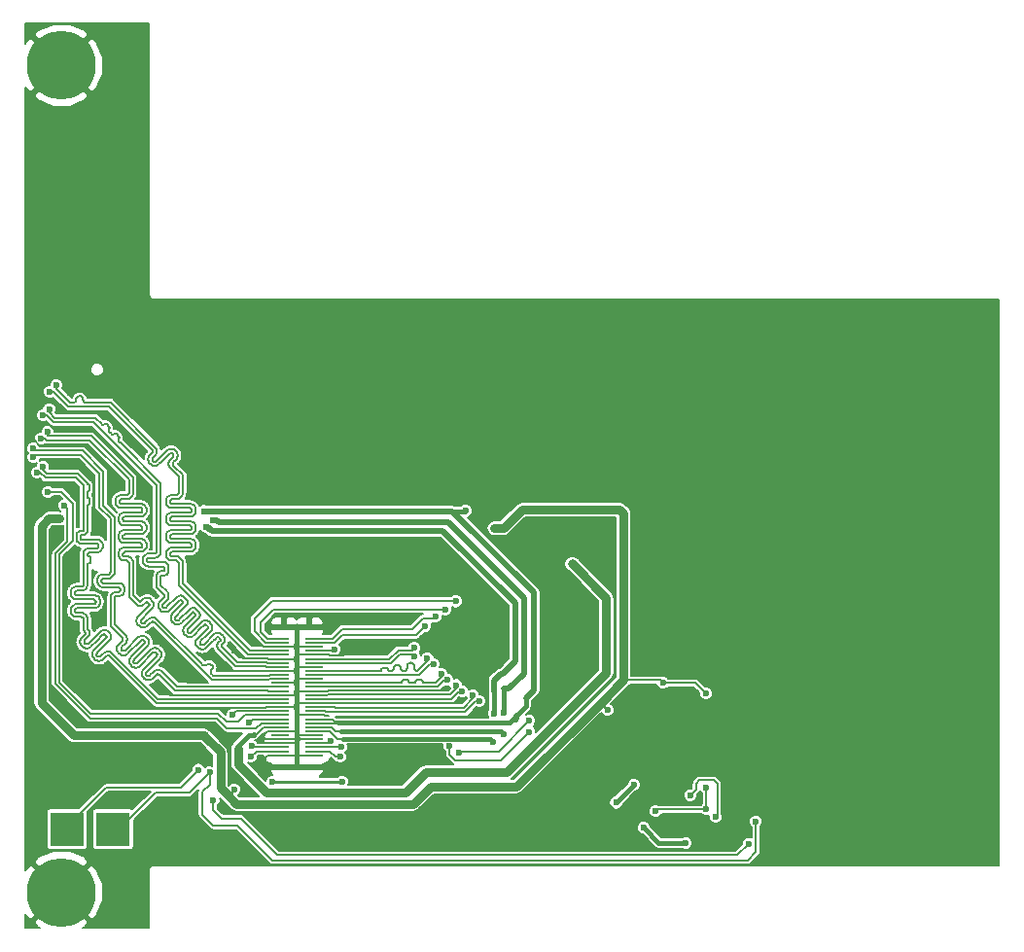
<source format=gbl>
G04 #@! TF.FileFunction,Copper,L4,Bot,Signal*
%FSLAX46Y46*%
G04 Gerber Fmt 4.6, Leading zero omitted, Abs format (unit mm)*
G04 Created by KiCad (PCBNEW 4.0.6) date Mon Apr 10 15:20:49 2017*
%MOMM*%
%LPD*%
G01*
G04 APERTURE LIST*
%ADD10C,0.100000*%
%ADD11R,3.000000X3.000000*%
%ADD12R,1.600000X0.200000*%
%ADD13R,1.200000X0.600000*%
%ADD14C,6.000000*%
%ADD15C,0.600000*%
%ADD16C,0.800000*%
%ADD17C,0.254000*%
%ADD18C,0.150000*%
%ADD19C,0.762000*%
%ADD20C,0.508000*%
%ADD21C,0.203200*%
%ADD22C,0.180000*%
%ADD23C,0.381000*%
%ADD24C,0.200000*%
G04 APERTURE END LIST*
D10*
D11*
X104500000Y-114500000D03*
X100500000Y-114500000D03*
D12*
X122000000Y-108075000D03*
X122000000Y-107725000D03*
X122000000Y-107375000D03*
X122000000Y-107025000D03*
X122000000Y-106675000D03*
X122000000Y-106325000D03*
X122000000Y-105975000D03*
X122000000Y-105625000D03*
X122000000Y-105275000D03*
X122000000Y-104925000D03*
X122000000Y-104575000D03*
X122000000Y-104225000D03*
X122000000Y-103875000D03*
X122000000Y-103525000D03*
X122000000Y-103175000D03*
X122000000Y-102825000D03*
X122000000Y-102475000D03*
X122000000Y-102125000D03*
X122000000Y-101775000D03*
X122000000Y-101425000D03*
X122000000Y-101075000D03*
X122000000Y-100725000D03*
X122000000Y-100375000D03*
X122000000Y-100025000D03*
X122000000Y-99675000D03*
X122000000Y-99325000D03*
X122000000Y-98975000D03*
X122000000Y-98625000D03*
X122000000Y-98275000D03*
X122000000Y-97925000D03*
X119000000Y-108075000D03*
X119000000Y-107725000D03*
X119000000Y-107375000D03*
X119000000Y-107025000D03*
X119000000Y-106675000D03*
X119000000Y-106325000D03*
X119000000Y-105975000D03*
X119000000Y-105625000D03*
X119000000Y-105275000D03*
X119000000Y-104925000D03*
X119000000Y-104575000D03*
X119000000Y-104225000D03*
X119000000Y-103875000D03*
X119000000Y-103525000D03*
X119000000Y-103175000D03*
X119000000Y-102825000D03*
X119000000Y-102475000D03*
X119000000Y-102125000D03*
X119000000Y-101775000D03*
X119000000Y-101425000D03*
X119000000Y-101075000D03*
X119000000Y-100725000D03*
X119000000Y-100375000D03*
X119000000Y-100025000D03*
X119000000Y-99675000D03*
X119000000Y-99325000D03*
X119000000Y-98975000D03*
X119000000Y-98625000D03*
X119000000Y-98275000D03*
X119000000Y-97925000D03*
D13*
X121600000Y-109100000D03*
X119400000Y-109100000D03*
X121600000Y-96900000D03*
X119400000Y-96900000D03*
D14*
X100000000Y-120000000D03*
X100000000Y-48000000D03*
D15*
X115040000Y-111050000D03*
X147550000Y-104150000D03*
X156120000Y-102690000D03*
X152380000Y-101760000D03*
X137690000Y-88320000D03*
X99800000Y-87470000D03*
X131670000Y-114510000D03*
X129280000Y-114530000D03*
X126760000Y-114510000D03*
X124060000Y-114470000D03*
X157370000Y-108180000D03*
X157250000Y-106790000D03*
X155180000Y-108130000D03*
X154280000Y-107230000D03*
X156200000Y-104130000D03*
X117580000Y-108560000D03*
X135500000Y-93000000D03*
X137500000Y-95000000D03*
X137500000Y-97500000D03*
X137500000Y-100000000D03*
X132000000Y-98000000D03*
X127000000Y-89500000D03*
X128500000Y-91000000D03*
X130000000Y-92500000D03*
X130500000Y-94000000D03*
X114920000Y-78270000D03*
X122500000Y-85500000D03*
X121500000Y-84500000D03*
X120500000Y-83500000D03*
X119500000Y-82500000D03*
X118500000Y-81500000D03*
X118500000Y-80500000D03*
X117500000Y-79500000D03*
X116000000Y-79000000D03*
X130500000Y-96000000D03*
X136000000Y-102000000D03*
X135000000Y-101000000D03*
X134000000Y-100000000D03*
X133000000Y-99000000D03*
X105780000Y-102080000D03*
X104200000Y-100580000D03*
X102340000Y-100620000D03*
X100890000Y-99670000D03*
X107350000Y-103540000D03*
X101010000Y-92460000D03*
X101010000Y-91020000D03*
X103760000Y-94000000D03*
X103300000Y-88520000D03*
X100730000Y-82760000D03*
X100710000Y-82760000D03*
X99420000Y-89440000D03*
X99890000Y-88540000D03*
X97900000Y-84550000D03*
X97170000Y-80580000D03*
X98150000Y-79240000D03*
X99910000Y-78050000D03*
X100750000Y-76550000D03*
D16*
X123090000Y-109100000D03*
X117960000Y-109650000D03*
D15*
X117420000Y-106790000D03*
D16*
X141490000Y-88860000D03*
D15*
X134690000Y-103330000D03*
X112320000Y-90460000D03*
X112330000Y-91880000D03*
X112360000Y-93360000D03*
X113460000Y-94340000D03*
X114440000Y-95420000D03*
X115520000Y-96500000D03*
X116630000Y-95510000D03*
X117580000Y-94330000D03*
X119080000Y-93610000D03*
X112310000Y-88980000D03*
X115200000Y-89900000D03*
X116150000Y-90810000D03*
X117200000Y-91830000D03*
X118230000Y-92710000D03*
X110230000Y-99790000D03*
X111590000Y-101030000D03*
X109420000Y-98980000D03*
X108280000Y-97840000D03*
X108830000Y-102180000D03*
X110230000Y-100940000D03*
X120550000Y-106675000D03*
X120515000Y-103875000D03*
X120515000Y-102700000D03*
X120515000Y-101775000D03*
X120515000Y-100725000D03*
X120490000Y-99675000D03*
X120515000Y-98625000D03*
D16*
X109000000Y-73500000D03*
X111000000Y-73500000D03*
X113000000Y-73500000D03*
X107000000Y-73500000D03*
X119000000Y-73500000D03*
X117000000Y-73500000D03*
X115000000Y-73500000D03*
D15*
X120515000Y-96945000D03*
X120550000Y-109100000D03*
X115070000Y-98920000D03*
X116800000Y-98290000D03*
X113870000Y-100130000D03*
X109330000Y-76480000D03*
X107070000Y-92600000D03*
X107440000Y-93670000D03*
X109520000Y-79260000D03*
X109370000Y-80750000D03*
X111970000Y-82240000D03*
X111650000Y-83820000D03*
X111180000Y-85540000D03*
D16*
X144490000Y-91420000D03*
D15*
X138520000Y-104400000D03*
X113230000Y-87600000D03*
X138520000Y-106250000D03*
X118390000Y-110400000D03*
X124440000Y-110360000D03*
X154350000Y-115720000D03*
X150680000Y-114390000D03*
X148290000Y-112200000D03*
X149840000Y-110630000D03*
X135170000Y-86780000D03*
X139500000Y-105000000D03*
X112400000Y-86810000D03*
X137670000Y-104440000D03*
X112620000Y-88190000D03*
X137610000Y-106880000D03*
X100240000Y-86300000D03*
X136366932Y-103356932D03*
X98810000Y-85160000D03*
X135833068Y-102823068D03*
X97873396Y-83465341D03*
X134900378Y-102493461D03*
X98407260Y-82931477D03*
X134366514Y-101959597D03*
X97564257Y-82109952D03*
X133626932Y-101516932D03*
X97564257Y-81354952D03*
X133093068Y-100983068D03*
X98233068Y-80466932D03*
X132389087Y-100130725D03*
X98766932Y-79933068D03*
X131855223Y-99596861D03*
X98393068Y-78456932D03*
X130720000Y-99477500D03*
X98926932Y-77923068D03*
X130720000Y-98722500D03*
X99003068Y-76406932D03*
X131680000Y-96830000D03*
X99536932Y-75873068D03*
X134340000Y-94670000D03*
X132570000Y-96000000D03*
X133430000Y-95380000D03*
X160470000Y-113830000D03*
X112910000Y-109570000D03*
X116350000Y-105210000D03*
X111920000Y-109330000D03*
X114890000Y-104580000D03*
X159820000Y-115780000D03*
X113230000Y-112010000D03*
X123780000Y-98840000D03*
X133750000Y-107290000D03*
X140740000Y-106030000D03*
X151730000Y-112950000D03*
X156130000Y-110900000D03*
X156160000Y-112760000D03*
X140740000Y-105050000D03*
X134620000Y-107860000D03*
X124290000Y-108200000D03*
X156960000Y-113440000D03*
X154750000Y-111550000D03*
X124340000Y-107360000D03*
X123430000Y-106830000D03*
X116500000Y-108190000D03*
X116540000Y-107270000D03*
D17*
X114655000Y-111435000D02*
X114355000Y-111435000D01*
X115040000Y-111050000D02*
X114655000Y-111435000D01*
X147550000Y-104150000D02*
X146980000Y-103580000D01*
X146980000Y-103580000D02*
X146850000Y-103580000D01*
D18*
X152380000Y-101760000D02*
X155190000Y-101760000D01*
X155190000Y-101760000D02*
X156120000Y-102690000D01*
X152120000Y-101500000D02*
X148930000Y-101500000D01*
X152380000Y-101760000D02*
X152120000Y-101500000D01*
D19*
X112410000Y-106350000D02*
X112410000Y-106370000D01*
X136360000Y-110790000D02*
X139640000Y-110790000D01*
X98250000Y-103520000D02*
X101080000Y-106350000D01*
X101080000Y-106350000D02*
X112410000Y-106350000D01*
X98910000Y-87470000D02*
X99800000Y-87470000D01*
X98250000Y-88130000D02*
X98250000Y-93500000D01*
X98910000Y-87470000D02*
X98250000Y-88130000D01*
X98250000Y-93500000D02*
X98250000Y-103520000D01*
X138470000Y-88320000D02*
X137690000Y-88320000D01*
X140090000Y-86700000D02*
X138470000Y-88320000D01*
X148620000Y-86700000D02*
X140090000Y-86700000D01*
X148930000Y-87010000D02*
X148620000Y-86700000D01*
X148930000Y-101500000D02*
X148930000Y-87010000D01*
X139640000Y-110790000D02*
X146850000Y-103580000D01*
X146850000Y-103580000D02*
X148930000Y-101500000D01*
X132130000Y-110790000D02*
X136360000Y-110790000D01*
X130610000Y-112310000D02*
X132130000Y-110790000D01*
X115230000Y-112310000D02*
X130610000Y-112310000D01*
X113830000Y-110910000D02*
X114355000Y-111435000D01*
X114355000Y-111435000D02*
X115230000Y-112310000D01*
X113830000Y-107790000D02*
X113830000Y-110910000D01*
X112410000Y-106370000D02*
X113830000Y-107790000D01*
D20*
X99800000Y-87470000D02*
X99780000Y-87490000D01*
D17*
X129280000Y-114530000D02*
X129250000Y-114530000D01*
X126760000Y-114510000D02*
X126760000Y-114500000D01*
D21*
X156200000Y-104130000D02*
X156200000Y-104120000D01*
D18*
X124050000Y-99380236D02*
X124509764Y-99380236D01*
X123274764Y-99325000D02*
X123330000Y-99380236D01*
X123330000Y-99380236D02*
X124050000Y-99380236D01*
X122000000Y-99325000D02*
X123274764Y-99325000D01*
X131010000Y-98000000D02*
X132000000Y-98000000D01*
X130870000Y-98140000D02*
X131010000Y-98000000D01*
X128650000Y-98140000D02*
X130870000Y-98140000D01*
X128130000Y-98660000D02*
X128650000Y-98140000D01*
X125230000Y-98660000D02*
X128130000Y-98660000D01*
X124509764Y-99380236D02*
X125230000Y-98660000D01*
X119000000Y-108075000D02*
X117925000Y-108075000D01*
X117580000Y-108420000D02*
X117580000Y-108560000D01*
X117925000Y-108075000D02*
X117580000Y-108420000D01*
D21*
X134000000Y-100000000D02*
X137500000Y-100000000D01*
X137500000Y-97500000D02*
X137500000Y-95000000D01*
X127000000Y-89500000D02*
X128500000Y-91000000D01*
X130000000Y-92500000D02*
X130500000Y-93000000D01*
X130500000Y-93000000D02*
X130500000Y-94000000D01*
X114920000Y-78270000D02*
X115270000Y-78270000D01*
X120500000Y-83500000D02*
X121500000Y-84500000D01*
X118500000Y-81500000D02*
X119500000Y-82500000D01*
X117500000Y-79500000D02*
X118500000Y-80500000D01*
X115270000Y-78270000D02*
X116000000Y-79000000D01*
X136000000Y-102000000D02*
X136500000Y-102000000D01*
X134000000Y-100000000D02*
X135000000Y-101000000D01*
X132000000Y-98000000D02*
X133000000Y-99000000D01*
X101010000Y-92460000D02*
X100950000Y-92460000D01*
D18*
X107240000Y-103540000D02*
X105780000Y-102080000D01*
X104200000Y-100580000D02*
X104160000Y-100620000D01*
X104160000Y-100620000D02*
X102340000Y-100620000D01*
X119000000Y-103875000D02*
X117775000Y-103875000D01*
X107730000Y-103920000D02*
X107350000Y-103540000D01*
X117730000Y-103920000D02*
X107730000Y-103920000D01*
X117775000Y-103875000D02*
X117730000Y-103920000D01*
X107350000Y-103540000D02*
X107240000Y-103540000D01*
X101010000Y-92460000D02*
X101010000Y-91020000D01*
D21*
X100370000Y-99150000D02*
X100890000Y-99670000D01*
X100370000Y-93040000D02*
X100370000Y-99150000D01*
X100950000Y-92460000D02*
X100370000Y-93040000D01*
X103760000Y-94000000D02*
X103760000Y-95380000D01*
X103760000Y-95380000D02*
X103140000Y-96000000D01*
X100730000Y-82760000D02*
X101460000Y-82760000D01*
X101460000Y-82760000D02*
X102800000Y-84100000D01*
X102800000Y-84100000D02*
X102800000Y-87050000D01*
X102800000Y-87050000D02*
X103300000Y-87550000D01*
X103300000Y-87550000D02*
X103300000Y-88520000D01*
X100730000Y-82760000D02*
X100710000Y-82760000D01*
D22*
X99890000Y-88540000D02*
X99890000Y-88970000D01*
X99890000Y-88970000D02*
X99420000Y-89440000D01*
X99890000Y-88540000D02*
X99860000Y-88540000D01*
X101540000Y-85640000D02*
X101540000Y-88170000D01*
X100370000Y-84470000D02*
X101540000Y-85640000D01*
X97980000Y-84470000D02*
X100370000Y-84470000D01*
X97900000Y-84550000D02*
X97980000Y-84470000D01*
X104070000Y-86160000D02*
X104640000Y-86730000D01*
X104070000Y-85240000D02*
X104070000Y-86160000D01*
X104930000Y-84380000D02*
X104070000Y-85240000D01*
X104930000Y-83860000D02*
X104930000Y-84380000D01*
X102220000Y-81150000D02*
X104930000Y-83860000D01*
X98140000Y-81150000D02*
X102220000Y-81150000D01*
X97600000Y-80610000D02*
X98140000Y-81150000D01*
X97200000Y-80610000D02*
X97600000Y-80610000D01*
X97170000Y-80580000D02*
X97200000Y-80610000D01*
X107820000Y-89996301D02*
X107691339Y-90124962D01*
X107820000Y-84830000D02*
X107820000Y-89996301D01*
X102780000Y-79790000D02*
X107820000Y-84830000D01*
X99470000Y-79790000D02*
X102780000Y-79790000D01*
X98950000Y-79270000D02*
X99470000Y-79790000D01*
X98180000Y-79270000D02*
X98950000Y-79270000D01*
X98150000Y-79240000D02*
X98180000Y-79270000D01*
X99910000Y-78050000D02*
X100260000Y-78050000D01*
X103490000Y-78220000D02*
X107100000Y-81830000D01*
X100430000Y-78220000D02*
X103490000Y-78220000D01*
X100260000Y-78050000D02*
X100430000Y-78220000D01*
X121600000Y-109100000D02*
X123090000Y-109100000D01*
X123090000Y-109100000D02*
X123110000Y-109120000D01*
X119400000Y-109100000D02*
X118510000Y-109100000D01*
X118510000Y-109100000D02*
X117960000Y-109650000D01*
X119000000Y-107025000D02*
X117655000Y-107025000D01*
X117535000Y-106675000D02*
X117420000Y-106790000D01*
X119000000Y-106675000D02*
X117535000Y-106675000D01*
X117945000Y-105975000D02*
X119000000Y-105975000D01*
X117420000Y-106500000D02*
X117420000Y-106790000D01*
X117945000Y-105975000D02*
X117420000Y-106500000D01*
X117655000Y-107025000D02*
X117420000Y-106790000D01*
D23*
X141490000Y-88860000D02*
X141490000Y-88840000D01*
D18*
X122000000Y-104575000D02*
X122905002Y-104575000D01*
X122940000Y-104609998D02*
X123250000Y-104609998D01*
X122905002Y-104575000D02*
X122940000Y-104609998D01*
X134690000Y-103330000D02*
X134495000Y-103525000D01*
X134495000Y-103525000D02*
X122000000Y-103525000D01*
X123870000Y-102450000D02*
X133210000Y-102450000D01*
X123200002Y-102475000D02*
X123225002Y-102450000D01*
X123225002Y-102450000D02*
X123870000Y-102450000D01*
X122000000Y-102475000D02*
X123200002Y-102475000D01*
X133210000Y-102450000D02*
X133410000Y-102250000D01*
X119080000Y-93610000D02*
X119080000Y-93560000D01*
X112320000Y-90460000D02*
X112330000Y-90470000D01*
X112330000Y-90470000D02*
X112330000Y-91880000D01*
X112360000Y-93360000D02*
X113340000Y-94340000D01*
X113340000Y-94340000D02*
X113460000Y-94340000D01*
X114440000Y-95420000D02*
X115520000Y-96500000D01*
X116630000Y-95510000D02*
X117580000Y-94560000D01*
X117580000Y-94560000D02*
X117580000Y-94330000D01*
X113020000Y-89690000D02*
X112310000Y-88980000D01*
X114990000Y-89690000D02*
X113020000Y-89690000D01*
X115200000Y-89900000D02*
X114990000Y-89690000D01*
X116180000Y-90810000D02*
X116150000Y-90810000D01*
X117200000Y-91830000D02*
X116180000Y-90810000D01*
X119080000Y-93560000D02*
X118230000Y-92710000D01*
X110230000Y-100940000D02*
X110230000Y-99790000D01*
X110230000Y-99790000D02*
X109420000Y-98980000D01*
X109420000Y-98980000D02*
X108280000Y-97840000D01*
X109475000Y-102825000D02*
X108830000Y-102180000D01*
X119000000Y-102825000D02*
X109475000Y-102825000D01*
X112724909Y-101730000D02*
X112760000Y-101765091D01*
X111020000Y-101730000D02*
X112724909Y-101730000D01*
X110230000Y-100940000D02*
X111020000Y-101730000D01*
X122000000Y-108075000D02*
X120470000Y-108075000D01*
X120470000Y-108075000D02*
X120395000Y-108000000D01*
X120395000Y-108000000D02*
X120380000Y-108000000D01*
X120380000Y-108000000D02*
X120380000Y-108075000D01*
X119000000Y-108075000D02*
X120380000Y-108075000D01*
X120380000Y-108075000D02*
X120470000Y-108075000D01*
X120470000Y-108075000D02*
X120515000Y-108030000D01*
X119000000Y-107025000D02*
X120425000Y-107025000D01*
X120515000Y-106935000D02*
X120550000Y-106675000D01*
X120425000Y-107025000D02*
X120515000Y-106935000D01*
X120550000Y-106675000D02*
X119000000Y-106675000D01*
X122000000Y-106675000D02*
X120550000Y-106675000D01*
X120550000Y-106675000D02*
X120515000Y-106675000D01*
X120550000Y-106660000D02*
X120515000Y-106660000D01*
X120530000Y-106660000D02*
X120550000Y-106660000D01*
X120515000Y-106675000D02*
X120530000Y-106660000D01*
X122000000Y-106325000D02*
X120515000Y-106325000D01*
X120530000Y-106340000D02*
X120515000Y-106340000D01*
X120515000Y-106325000D02*
X120530000Y-106340000D01*
X119000000Y-105975000D02*
X120515000Y-105975000D01*
X120515000Y-105975000D02*
X120510000Y-105980000D01*
X120510000Y-105980000D02*
X120515000Y-105980000D01*
X122000000Y-104575000D02*
X120515000Y-104575000D01*
X120470000Y-104610000D02*
X120515000Y-104610000D01*
X120480000Y-104610000D02*
X120470000Y-104610000D01*
X120515000Y-104575000D02*
X120480000Y-104610000D01*
X120515000Y-103560000D02*
X120515000Y-103875000D01*
X120515000Y-101720000D02*
X120515000Y-101775000D01*
X120515000Y-101775000D02*
X120520000Y-101770000D01*
X120515000Y-100710000D02*
X120515000Y-100725000D01*
X119000000Y-99675000D02*
X120490000Y-99675000D01*
X120490000Y-99675000D02*
X120515000Y-99675000D01*
X120530000Y-99650000D02*
X120515000Y-99650000D01*
X120530000Y-99660000D02*
X120530000Y-99650000D01*
X120515000Y-99675000D02*
X120530000Y-99660000D01*
X119000000Y-98625000D02*
X120515000Y-98625000D01*
X122000000Y-98625000D02*
X120515000Y-98625000D01*
X120680000Y-98630000D02*
X120515000Y-98630000D01*
X120515000Y-98625000D02*
X120520000Y-98630000D01*
X120520000Y-98630000D02*
X120680000Y-98630000D01*
X122000000Y-99325000D02*
X120515000Y-99325000D01*
X120660000Y-99340000D02*
X120515000Y-99340000D01*
X120530000Y-99340000D02*
X120660000Y-99340000D01*
X120515000Y-99325000D02*
X120530000Y-99340000D01*
X119000000Y-100725000D02*
X120515000Y-100725000D01*
X122000000Y-100375000D02*
X120515000Y-100375000D01*
X120570000Y-100360000D02*
X120515000Y-100360000D01*
X120530000Y-100360000D02*
X120570000Y-100360000D01*
X120515000Y-100375000D02*
X120530000Y-100360000D01*
X122000000Y-101425000D02*
X120515000Y-101425000D01*
X120430000Y-101470000D02*
X120515000Y-101470000D01*
X120470000Y-101470000D02*
X120430000Y-101470000D01*
X120515000Y-101425000D02*
X120470000Y-101470000D01*
X122000000Y-102475000D02*
X120515000Y-102475000D01*
X120550000Y-102470000D02*
X120515000Y-102470000D01*
X120520000Y-102470000D02*
X120550000Y-102470000D01*
X120515000Y-102475000D02*
X120520000Y-102470000D01*
X122000000Y-103525000D02*
X120515000Y-103525000D01*
X120490000Y-103560000D02*
X120515000Y-103560000D01*
X120490000Y-103550000D02*
X120490000Y-103560000D01*
X120515000Y-103525000D02*
X120490000Y-103550000D01*
X119000000Y-103875000D02*
X120515000Y-103875000D01*
X120440000Y-103890000D02*
X120515000Y-103890000D01*
X120515000Y-103875000D02*
X120500000Y-103890000D01*
X120500000Y-103890000D02*
X120440000Y-103890000D01*
X119000000Y-102825000D02*
X120375000Y-102825000D01*
X120375000Y-102825000D02*
X120515000Y-102965000D01*
D23*
X113000000Y-73500000D02*
X115000000Y-73500000D01*
X109000000Y-73500000D02*
X111000000Y-73500000D01*
X117000000Y-73500000D02*
X119000000Y-73500000D01*
X120515000Y-96945000D02*
X121555000Y-96945000D01*
X121555000Y-96945000D02*
X121600000Y-96900000D01*
X120515000Y-101720000D02*
X120515000Y-101470000D01*
X120515000Y-101470000D02*
X120515000Y-100710000D01*
X120515000Y-100710000D02*
X120515000Y-100360000D01*
X120515000Y-100360000D02*
X120515000Y-99650000D01*
X120515000Y-99650000D02*
X120515000Y-99340000D01*
X120515000Y-99340000D02*
X120515000Y-98630000D01*
X120515000Y-98630000D02*
X120515000Y-96945000D01*
X120470000Y-96900000D02*
X119400000Y-96900000D01*
X120515000Y-96945000D02*
X120470000Y-96900000D01*
X121600000Y-109100000D02*
X120550000Y-109100000D01*
X120550000Y-109100000D02*
X120515000Y-109065000D01*
X120515000Y-101775000D02*
X120515000Y-102470000D01*
X120515000Y-102470000D02*
X120515000Y-102700000D01*
X120515000Y-102700000D02*
X120515000Y-102965000D01*
X120515000Y-102965000D02*
X120515000Y-103560000D01*
X120515000Y-103560000D02*
X120515000Y-103890000D01*
X120515000Y-103890000D02*
X120515000Y-104610000D01*
X120515000Y-104610000D02*
X120515000Y-105980000D01*
X120515000Y-105980000D02*
X120515000Y-106340000D01*
X120515000Y-106340000D02*
X120515000Y-106660000D01*
X120515000Y-106660000D02*
X120515000Y-108030000D01*
X120515000Y-108030000D02*
X120515000Y-109065000D01*
X120480000Y-109100000D02*
X119400000Y-109100000D01*
X120515000Y-109065000D02*
X120480000Y-109100000D01*
D18*
X119000000Y-101775000D02*
X120515000Y-101775000D01*
X117390000Y-99634307D02*
X115784307Y-99634307D01*
X117999998Y-99675000D02*
X117959305Y-99634307D01*
X117959305Y-99634307D02*
X117390000Y-99634307D01*
X119000000Y-99675000D02*
X117999998Y-99675000D01*
X115784307Y-99634307D02*
X115070000Y-98920000D01*
X117990010Y-98590010D02*
X117590010Y-98590010D01*
X118025000Y-98625000D02*
X117990010Y-98590010D01*
X118045000Y-98625000D02*
X118025000Y-98625000D01*
X117290000Y-98290000D02*
X116800000Y-98290000D01*
X117590010Y-98590010D02*
X117290000Y-98290000D01*
X119000000Y-98625000D02*
X118045000Y-98625000D01*
X118045000Y-98625000D02*
X118020000Y-98600000D01*
D22*
X119000000Y-100725000D02*
X114465000Y-100725000D01*
X114465000Y-100725000D02*
X113870000Y-100130000D01*
X119000000Y-105625000D02*
X117565000Y-105625000D01*
X116910000Y-106280000D02*
X116770000Y-106280000D01*
X117565000Y-105625000D02*
X116910000Y-106280000D01*
D23*
X116300000Y-106280000D02*
X116770000Y-106280000D01*
X115370000Y-107210000D02*
X116300000Y-106280000D01*
D19*
X115370000Y-108830000D02*
X115370000Y-107530000D01*
X117870000Y-111330000D02*
X115370000Y-108830000D01*
X129920000Y-111330000D02*
X117870000Y-111330000D01*
X131710000Y-109540000D02*
X129920000Y-111330000D01*
X138800000Y-109540000D02*
X131710000Y-109540000D01*
X147440000Y-100900000D02*
X138800000Y-109540000D01*
X147440000Y-94370000D02*
X147440000Y-100900000D01*
X144490000Y-91420000D02*
X147440000Y-94370000D01*
D23*
X115370000Y-107530000D02*
X115370000Y-107210000D01*
X116770000Y-106280000D02*
X116790000Y-106260000D01*
D20*
X138520000Y-102290000D02*
X138950000Y-102290000D01*
X138950000Y-102290000D02*
X140280000Y-100960000D01*
X140280000Y-100960000D02*
X140280000Y-94380000D01*
X140280000Y-94380000D02*
X133690000Y-87790000D01*
X133690000Y-87790000D02*
X113740000Y-87790000D01*
X113740000Y-87790000D02*
X113550000Y-87600000D01*
X113550000Y-87600000D02*
X113230000Y-87600000D01*
D23*
X138520000Y-102290000D02*
X138520000Y-104400000D01*
D22*
X122000000Y-105625000D02*
X123525000Y-105625000D01*
X124470000Y-105990000D02*
X124470000Y-105970000D01*
X123890000Y-105990000D02*
X124470000Y-105990000D01*
X123525000Y-105625000D02*
X123890000Y-105990000D01*
D23*
X124890000Y-105970000D02*
X124470000Y-105970000D01*
X124470000Y-105970000D02*
X124380000Y-105970000D01*
X138520000Y-106250000D02*
X138240000Y-105970000D01*
X138240000Y-105970000D02*
X124890000Y-105970000D01*
D17*
X120900000Y-110370000D02*
X124430000Y-110370000D01*
X118390000Y-110400000D02*
X118420000Y-110370000D01*
X118420000Y-110370000D02*
X120900000Y-110370000D01*
X124430000Y-110370000D02*
X124440000Y-110360000D01*
D23*
X152010000Y-115720000D02*
X154350000Y-115720000D01*
X150680000Y-114390000D02*
X152010000Y-115720000D01*
X149840000Y-110650000D02*
X149840000Y-110630000D01*
X148290000Y-112200000D02*
X149840000Y-110650000D01*
X135170000Y-86780000D02*
X135140000Y-86810000D01*
X135140000Y-86810000D02*
X134050000Y-86810000D01*
D18*
X123810000Y-105160000D02*
X124130000Y-105160000D01*
X124130000Y-105160000D02*
X124230000Y-105260000D01*
X122000000Y-104925000D02*
X123575000Y-104925000D01*
X123575000Y-104925000D02*
X123810000Y-105160000D01*
X123810000Y-105160000D02*
X123925000Y-105275000D01*
D20*
X112400000Y-86810000D02*
X134050000Y-86810000D01*
D23*
X140440000Y-103100000D02*
X140440000Y-103820000D01*
X140440000Y-103820000D02*
X139630000Y-104630000D01*
D20*
X141150000Y-102390000D02*
X140440000Y-103100000D01*
X141150000Y-93910000D02*
X141150000Y-102390000D01*
X134050000Y-86810000D02*
X141150000Y-93910000D01*
X139500000Y-105000000D02*
X139630000Y-104870000D01*
X139630000Y-104870000D02*
X139630000Y-104630000D01*
D23*
X139000000Y-105260000D02*
X124230000Y-105260000D01*
X139630000Y-104630000D02*
X139000000Y-105260000D01*
X112400000Y-86810000D02*
X112450000Y-86760000D01*
D22*
X122000000Y-105275000D02*
X123925000Y-105275000D01*
X123925000Y-105275000D02*
X123985000Y-105275000D01*
X124215000Y-105275000D02*
X124230000Y-105260000D01*
X123985000Y-105275000D02*
X124215000Y-105275000D01*
D23*
X124230000Y-105260000D02*
X124150000Y-105260000D01*
D20*
X112620000Y-88190000D02*
X112730000Y-88190000D01*
D23*
X137670000Y-102550000D02*
X137670000Y-104440000D01*
D20*
X137670000Y-101570000D02*
X137670000Y-102550000D01*
X138270000Y-100970000D02*
X137670000Y-101570000D01*
X138410000Y-100970000D02*
X138270000Y-100970000D01*
X139490000Y-99890000D02*
X138410000Y-100970000D01*
X139490000Y-94840000D02*
X139490000Y-99890000D01*
X133200000Y-88550000D02*
X139490000Y-94840000D01*
X113090000Y-88550000D02*
X133200000Y-88550000D01*
X112730000Y-88190000D02*
X113090000Y-88550000D01*
D22*
X122000000Y-105975000D02*
X123355000Y-105975000D01*
X124820000Y-106640000D02*
X124820000Y-106620000D01*
X124020000Y-106640000D02*
X124820000Y-106640000D01*
X123355000Y-105975000D02*
X124020000Y-106640000D01*
D23*
X137350000Y-106620000D02*
X124820000Y-106620000D01*
X137610000Y-106880000D02*
X137350000Y-106620000D01*
X124820000Y-106620000D02*
X124550000Y-106620000D01*
X112620000Y-88190000D02*
X112790000Y-88360000D01*
D18*
X116010000Y-105750000D02*
X114400000Y-105750000D01*
X117405000Y-105275000D02*
X116930000Y-105750000D01*
X116930000Y-105750000D02*
X116010000Y-105750000D01*
X102490000Y-104840000D02*
X99470000Y-101820000D01*
X99470000Y-101820000D02*
X99470000Y-90490000D01*
X99470000Y-90490000D02*
X100500000Y-89460000D01*
X100500000Y-89460000D02*
X100500000Y-86560000D01*
X100500000Y-86560000D02*
X100240000Y-86300000D01*
X117405000Y-105275000D02*
X119000000Y-105275000D01*
X113490000Y-104840000D02*
X102490000Y-104840000D01*
X114400000Y-105750000D02*
X113490000Y-104840000D01*
X122000000Y-104225000D02*
X122950000Y-104225000D01*
X122950000Y-104225000D02*
X123024100Y-104299100D01*
X123024100Y-104299100D02*
X123685816Y-104299100D01*
D21*
X135144185Y-104299100D02*
X123685816Y-104299100D01*
X136366932Y-103356932D02*
X136086353Y-103356932D01*
X136086353Y-103356932D02*
X135144185Y-104299100D01*
D18*
X102510000Y-104420000D02*
X113610000Y-104420000D01*
X98810000Y-85160000D02*
X98860000Y-85110000D01*
X98860000Y-85110000D02*
X99970000Y-85110000D01*
X99970000Y-85110000D02*
X101000000Y-86140000D01*
X101000000Y-86140000D02*
X101000000Y-89390000D01*
X101000000Y-89390000D02*
X99820000Y-90570000D01*
X99820000Y-90570000D02*
X99820000Y-101730000D01*
X99820000Y-101730000D02*
X102510000Y-104420000D01*
X119000000Y-104575000D02*
X117165000Y-104575000D01*
X115995000Y-104575000D02*
X117165000Y-104575000D01*
X115400000Y-105170000D02*
X115995000Y-104575000D01*
X115060000Y-105170000D02*
X115400000Y-105170000D01*
X114360000Y-105170000D02*
X115060000Y-105170000D01*
X113610000Y-104420000D02*
X114360000Y-105170000D01*
X122000000Y-103875000D02*
X123768284Y-103875000D01*
X123768284Y-103875000D02*
X123834184Y-103940900D01*
D21*
X134995815Y-103940900D02*
X123834184Y-103940900D01*
X135833068Y-102823068D02*
X135833068Y-103103647D01*
X135833068Y-103103647D02*
X134995815Y-103940900D01*
X117400000Y-103519100D02*
X108255816Y-103519100D01*
X103658182Y-97540433D02*
X103617187Y-97560177D01*
X101866568Y-96101706D02*
X101834393Y-96069531D01*
X103636914Y-99695856D02*
X103544306Y-99769708D01*
X101609512Y-89623244D02*
X101534014Y-89596826D01*
X101534014Y-89596826D02*
X101466288Y-89554271D01*
X103891057Y-99441712D02*
X103636914Y-99695856D01*
X103080080Y-98090081D02*
X102555610Y-98614552D01*
X101899069Y-88507330D02*
X101903031Y-88504840D01*
X100832588Y-95613944D02*
X100819326Y-95496239D01*
X100819326Y-93967039D02*
X100819326Y-93902160D01*
X103163493Y-89676531D02*
X103124965Y-89652323D01*
X108255816Y-103519100D02*
X105581304Y-100844588D01*
X102044185Y-97530893D02*
X102063928Y-97489897D01*
X101894651Y-88508875D02*
X101899069Y-88507330D01*
X102555610Y-98614552D02*
X102463002Y-98688404D01*
X100819326Y-95496239D02*
X100819326Y-95431360D01*
X104101854Y-99393599D02*
X104057492Y-99383474D01*
X102074053Y-97400033D02*
X102063928Y-97355672D01*
X101118779Y-93425583D02*
X101230581Y-93386462D01*
X101367174Y-89429986D02*
X101340756Y-89354488D01*
X101610068Y-98135419D02*
X101636425Y-98019939D01*
X101348286Y-94902400D02*
X102799274Y-94902400D01*
X103322107Y-99847459D02*
X103203657Y-99847459D01*
X105581304Y-100844588D02*
X104178425Y-99441712D01*
X101910376Y-88493150D02*
X101910900Y-88488500D01*
X104178425Y-99441712D02*
X104142850Y-99413342D01*
X101795865Y-96045323D02*
X101752916Y-96030294D01*
X103927217Y-97709478D02*
X103917092Y-97665118D01*
X104142850Y-99413342D02*
X104101854Y-99393599D01*
X101018485Y-95909797D02*
X100934728Y-95826040D01*
X101761671Y-98568675D02*
X101687819Y-98476068D01*
X102691372Y-99335173D02*
X102691372Y-99216723D01*
X103544306Y-99769708D02*
X103437587Y-99821101D01*
X101687819Y-98476068D02*
X101636425Y-98369348D01*
X101348286Y-94496000D02*
X101230581Y-94482737D01*
X101018485Y-95017802D02*
X101118779Y-94954783D01*
X104057492Y-99383474D02*
X104011990Y-99383474D01*
X103437587Y-99821101D02*
X103322107Y-99847459D01*
X102997380Y-94744416D02*
X103002474Y-94699200D01*
X102006874Y-98739797D02*
X101900154Y-98688404D01*
X101890776Y-96140234D02*
X101866568Y-96101706D01*
X104011990Y-99383474D02*
X103967628Y-99393599D01*
X103927218Y-97754982D02*
X103927217Y-97709478D01*
X102769123Y-98994524D02*
X102842975Y-98901916D01*
X103967628Y-99393599D02*
X103926632Y-99413342D01*
X101707700Y-96025200D02*
X101348286Y-96025200D01*
X103926632Y-99413342D02*
X103891057Y-99441712D01*
X103036800Y-90038600D02*
X103082016Y-90033505D01*
X102110059Y-90154002D02*
X102210353Y-90090983D01*
X101636425Y-98369348D02*
X101610068Y-98253869D01*
X102063928Y-97489897D02*
X102074053Y-97445536D01*
X103203657Y-99847459D02*
X103088178Y-99821101D01*
X102981458Y-99769708D02*
X102888851Y-99695856D01*
X103088178Y-99821101D02*
X102981458Y-99769708D01*
X101752916Y-96030294D02*
X101707700Y-96025200D01*
X102842975Y-99649979D02*
X102769123Y-99557372D01*
X100871709Y-95201853D02*
X100934728Y-95101559D01*
X102888851Y-99695856D02*
X102842975Y-99649979D01*
X101687819Y-97913220D02*
X101761671Y-97820612D01*
X102925968Y-94540331D02*
X102887440Y-94516123D01*
X103195668Y-89708706D02*
X103163493Y-89676531D01*
X102769123Y-99557372D02*
X102717730Y-99450652D01*
X102122353Y-98766155D02*
X102006874Y-98739797D01*
X102717730Y-99101243D02*
X102769123Y-98994524D01*
X103219876Y-89747234D02*
X103195668Y-89708706D01*
X102717730Y-99450652D02*
X102691372Y-99335173D01*
X103581611Y-97588546D02*
X103080079Y-98090079D01*
X103082016Y-89637294D02*
X103036800Y-89632200D01*
X102691372Y-99216723D02*
X102717730Y-99101243D01*
X101636425Y-98019939D02*
X101687819Y-97913220D01*
X102074053Y-97445536D02*
X102074053Y-97400033D01*
X103897350Y-97840340D02*
X103917091Y-97799342D01*
X102842975Y-98901916D02*
X103868979Y-97875914D01*
X103868979Y-97875914D02*
X103897350Y-97840340D01*
X102844491Y-94897305D02*
X102887440Y-94882276D01*
X103917091Y-97799342D02*
X103927218Y-97754982D01*
X102958143Y-94825893D02*
X102982351Y-94787365D01*
X103917092Y-97665118D02*
X103897350Y-97624122D01*
X100871709Y-94196546D02*
X100832588Y-94084744D01*
X102439860Y-90038600D02*
X103036800Y-90038600D01*
X103897350Y-97624122D02*
X103868979Y-97588546D01*
X102799274Y-94496000D02*
X101348286Y-94496000D01*
X103868979Y-97588546D02*
X103833405Y-97560177D01*
X103833405Y-97560177D02*
X103792408Y-97540433D01*
X103792408Y-97540433D02*
X103748047Y-97530309D01*
X103702545Y-97530309D02*
X103658182Y-97540433D01*
X101752916Y-93368105D02*
X101795865Y-93353076D01*
X103748047Y-97530309D02*
X103702545Y-97530309D01*
X103080079Y-98090079D02*
X103080080Y-98090081D01*
X101409729Y-88643887D02*
X101466288Y-88587328D01*
X101908831Y-88497568D02*
X101910376Y-88493150D01*
X103617187Y-97560177D02*
X103581611Y-97588546D01*
X102463002Y-98688404D02*
X102356283Y-98739797D01*
X101230581Y-94482737D02*
X101118779Y-94443616D01*
X101906341Y-88501530D02*
X101908831Y-88497568D01*
X101230581Y-93386462D02*
X101348286Y-93373200D01*
X102982351Y-94611034D02*
X102958143Y-94572506D01*
X102356283Y-98739797D02*
X102240803Y-98766155D01*
X101900154Y-98688404D02*
X101807547Y-98614552D01*
X102240803Y-98766155D02*
X102122353Y-98766155D01*
X101118779Y-94443616D02*
X101018485Y-94380597D01*
X101807547Y-98614552D02*
X101761671Y-98568675D01*
X103002474Y-94699200D02*
X102997380Y-94653983D01*
X98597734Y-83909100D02*
X98153975Y-83465341D01*
X101610068Y-98253869D02*
X101610068Y-98135419D01*
X102015815Y-97279100D02*
X101910900Y-97174184D01*
X101761671Y-97820612D02*
X102015815Y-97566469D01*
X101348286Y-96025200D02*
X101230581Y-96011937D01*
X101285816Y-83909100D02*
X98597734Y-83909100D01*
X102015815Y-97566469D02*
X102044185Y-97530893D01*
X102063928Y-97355672D02*
X102044185Y-97314676D01*
X101118779Y-94954783D02*
X101230581Y-94915662D01*
X102044185Y-97314676D02*
X102015815Y-97279100D01*
X101910900Y-97174184D02*
X101910900Y-96228400D01*
X103234905Y-89790183D02*
X103219876Y-89747234D01*
X101707700Y-93373200D02*
X101752916Y-93368105D01*
X102322155Y-90051862D02*
X102439860Y-90038600D01*
X101910900Y-96228400D02*
X101905805Y-96183183D01*
X102982351Y-94787365D02*
X102997380Y-94744416D01*
X101905805Y-96183183D02*
X101890776Y-96140234D01*
X101834393Y-96069531D02*
X101795865Y-96045323D01*
X101367174Y-88711613D02*
X101409729Y-88643887D01*
X101230581Y-96011937D02*
X101118779Y-95972816D01*
X100934728Y-95101559D02*
X101018485Y-95017802D01*
X101118779Y-95972816D02*
X101018485Y-95909797D01*
X100934728Y-95826040D02*
X100871709Y-95725746D01*
X102887440Y-94516123D02*
X102844491Y-94501094D01*
X100871709Y-95725746D02*
X100832588Y-95613944D01*
X100819326Y-95431360D02*
X100832588Y-95313655D01*
X100832588Y-95313655D02*
X100871709Y-95201853D01*
X101230581Y-94915662D02*
X101348286Y-94902400D01*
X102799274Y-94902400D02*
X102844491Y-94897305D01*
X101910900Y-84534184D02*
X101285816Y-83909100D01*
X102887440Y-94882276D02*
X102925968Y-94858068D01*
X101609512Y-88518355D02*
X101688995Y-88509400D01*
X101466288Y-89554271D02*
X101409729Y-89497712D01*
X102925968Y-94858068D02*
X102958143Y-94825893D01*
X102997380Y-94653983D02*
X102982351Y-94611034D01*
X101018485Y-93488602D02*
X101118779Y-93425583D01*
X102958143Y-94572506D02*
X102925968Y-94540331D01*
X102844491Y-94501094D02*
X102799274Y-94496000D01*
X101018485Y-94380597D02*
X100934728Y-94296840D01*
X100934728Y-94296840D02*
X100871709Y-94196546D01*
X100832588Y-94084744D02*
X100819326Y-93967039D01*
X100819326Y-93902160D02*
X100832588Y-93784455D01*
X98153975Y-83465341D02*
X97873396Y-83465341D01*
X100832588Y-93784455D02*
X100871709Y-93672653D01*
X100871709Y-93672653D02*
X100934728Y-93572359D01*
X100934728Y-93572359D02*
X101018485Y-93488602D01*
X101348286Y-93373200D02*
X101707700Y-93373200D01*
X101795865Y-93353076D02*
X101834393Y-93328868D01*
X101834393Y-93328868D02*
X101866568Y-93296693D01*
X103219876Y-89923565D02*
X103234905Y-89880616D01*
X101866568Y-93296693D02*
X101890776Y-93258165D01*
X101890776Y-93258165D02*
X101905805Y-93215216D01*
X101905805Y-93215216D02*
X101910900Y-93170000D01*
X101910900Y-93170000D02*
X101910900Y-90567560D01*
X101910900Y-90567560D02*
X101924162Y-90449855D01*
X101924162Y-90449855D02*
X101963283Y-90338053D01*
X101963283Y-90338053D02*
X102026302Y-90237759D01*
X102026302Y-90237759D02*
X102110059Y-90154002D01*
X102210353Y-90090983D02*
X102322155Y-90051862D01*
X101409729Y-89497712D02*
X101367174Y-89429986D01*
X103082016Y-90033505D02*
X103124965Y-90018476D01*
X103124965Y-90018476D02*
X103163493Y-89994268D01*
X103163493Y-89994268D02*
X103195668Y-89962093D01*
X103195668Y-89962093D02*
X103219876Y-89923565D01*
X103234905Y-89880616D02*
X103240000Y-89835400D01*
X103240000Y-89835400D02*
X103234905Y-89790183D01*
X103124965Y-89652323D02*
X103082016Y-89637294D01*
X101340756Y-89354488D02*
X101331800Y-89275005D01*
X103036800Y-89632200D02*
X101688995Y-89632200D01*
X101688995Y-89632200D02*
X101609512Y-89623244D01*
X101331800Y-89275005D02*
X101331800Y-88866594D01*
X101331800Y-88866594D02*
X101340756Y-88787111D01*
X101340756Y-88787111D02*
X101367174Y-88711613D01*
X101466288Y-88587328D02*
X101534014Y-88544773D01*
X101534014Y-88544773D02*
X101609512Y-88518355D01*
X101688995Y-88509400D02*
X101890000Y-88509400D01*
X101890000Y-88509400D02*
X101894651Y-88508875D01*
X101903031Y-88504840D02*
X101906341Y-88501530D01*
X101910900Y-88488500D02*
X101910900Y-84534184D01*
D18*
X119000000Y-103525000D02*
X117675000Y-103525000D01*
X117669100Y-103519100D02*
X117400000Y-103519100D01*
X117675000Y-103525000D02*
X117669100Y-103519100D01*
X123380000Y-103149100D02*
X122939100Y-103149100D01*
D21*
X134619799Y-102493461D02*
X133964160Y-103149100D01*
X133964160Y-103149100D02*
X123380000Y-103149100D01*
D18*
X122913200Y-103175000D02*
X122000000Y-103175000D01*
X122939100Y-103149100D02*
X122913200Y-103175000D01*
D21*
X134900378Y-102493461D02*
X134619799Y-102493461D01*
X98407260Y-82931477D02*
X98407260Y-83212056D01*
X101979656Y-98171892D02*
X101979656Y-98217394D01*
X102365239Y-84459502D02*
X102377952Y-84467490D01*
X102377952Y-84467490D02*
X102388568Y-84478106D01*
X103069239Y-89274000D02*
X103186944Y-89287262D01*
X103347412Y-94549055D02*
X103360674Y-94666760D01*
X102442757Y-90745608D02*
X102472780Y-90756114D01*
X104145203Y-97358198D02*
X104219056Y-97450806D01*
X102403195Y-86185816D02*
X102401514Y-86200735D01*
X102269100Y-85119910D02*
X102269100Y-85585816D01*
X102403195Y-85719910D02*
X102403195Y-86185816D01*
X98407260Y-83212056D02*
X98746104Y-83550900D01*
X102272662Y-91452485D02*
X102269100Y-91484094D01*
X103195770Y-99467744D02*
X103240131Y-99477870D01*
X102275740Y-85090819D02*
X102270782Y-85104990D01*
X102270782Y-84400735D02*
X102275740Y-84414906D01*
X102377952Y-85038235D02*
X102365239Y-85046223D01*
X102191172Y-88733112D02*
X102134613Y-88789671D01*
X101911906Y-88867600D02*
X101710900Y-88867600D01*
X98746104Y-83550900D02*
X101434184Y-83550900D01*
X102388568Y-84478106D02*
X102396556Y-84490819D01*
X102294344Y-85067490D02*
X102283728Y-85078106D01*
X102365239Y-85046223D02*
X102351068Y-85051181D01*
X103550592Y-97187079D02*
X103666072Y-97160721D01*
X102351068Y-85654544D02*
X102365239Y-85659502D01*
X101706250Y-89273475D02*
X101710900Y-89274000D01*
X103584937Y-89685255D02*
X103598200Y-89802960D01*
X103090829Y-99384057D02*
X103119199Y-99419632D01*
X101434184Y-83550900D02*
X102269100Y-84385816D01*
X102283728Y-85078106D02*
X102275740Y-85090819D01*
X102153697Y-95866159D02*
X102216716Y-95966453D01*
X101690525Y-88883849D02*
X101690000Y-88888500D01*
X102283728Y-84427619D02*
X102294344Y-84438235D01*
X102269100Y-88510405D02*
X102260145Y-88589888D01*
X102153697Y-93532240D02*
X102069940Y-93615997D01*
X102269100Y-84385816D02*
X102270782Y-84400735D01*
X103584937Y-89985544D02*
X103545816Y-90097346D01*
X102322583Y-90711056D02*
X102349516Y-90727979D01*
X102321228Y-85054544D02*
X102307057Y-85059502D01*
X102275740Y-84414906D02*
X102283728Y-84427619D01*
X103347412Y-94849344D02*
X103308291Y-94961146D01*
X102269100Y-90600000D02*
X102272662Y-90631608D01*
X102351068Y-84454544D02*
X102365239Y-84459502D01*
X103482797Y-90197640D02*
X103399040Y-90281397D01*
X102294344Y-84438235D02*
X102307057Y-84446223D01*
X103370992Y-99448002D02*
X103406567Y-99419632D01*
X102307057Y-84446223D02*
X102321228Y-84451181D01*
X102233727Y-88665386D02*
X102191172Y-88733112D01*
X101989781Y-98261756D02*
X102009524Y-98302752D01*
X102403195Y-84985816D02*
X102401514Y-85000735D01*
X102396556Y-85014906D02*
X102388568Y-85027619D01*
X103784520Y-97160719D02*
X103900000Y-97187078D01*
X102396556Y-84490819D02*
X102401514Y-84504990D01*
X102443641Y-97363560D02*
X102443641Y-97482009D01*
X103154774Y-99448002D02*
X103195770Y-99467744D01*
X103360674Y-94731639D02*
X103347412Y-94849344D01*
X102499713Y-90773037D02*
X102522205Y-90795529D01*
X102401514Y-84504990D02*
X102403195Y-84519910D01*
X102365239Y-85659502D02*
X102377952Y-85667490D01*
X102388568Y-85027619D02*
X102377952Y-85038235D01*
X103186944Y-89287262D02*
X103298746Y-89326383D01*
X102260145Y-88589888D02*
X102233727Y-88665386D01*
X102321228Y-84451181D02*
X102351068Y-84454544D01*
X102403195Y-84519910D02*
X102403195Y-84985816D01*
X102401514Y-85000735D02*
X102396556Y-85014906D01*
X102255837Y-96078255D02*
X102269100Y-96195960D01*
X102351068Y-86251181D02*
X102321228Y-86254544D01*
X102204329Y-98396565D02*
X102248690Y-98386439D01*
X102472780Y-90756114D02*
X102499713Y-90773037D01*
X102351068Y-85051181D02*
X102321228Y-85054544D01*
X102472780Y-91327979D02*
X102442757Y-91338485D01*
X104145204Y-98106262D02*
X103119199Y-99132264D01*
X102307057Y-85059502D02*
X102294344Y-85067490D01*
X102270782Y-85104990D02*
X102269100Y-85119910D01*
X102396556Y-85690819D02*
X102401514Y-85704990D01*
X102269100Y-85585816D02*
X102270782Y-85600735D01*
X102401514Y-86200735D02*
X102396556Y-86214906D01*
X102270782Y-85600735D02*
X102275740Y-85614906D01*
X102275740Y-85614906D02*
X102283728Y-85627619D01*
X102294344Y-85638235D02*
X102307057Y-85646223D01*
X102427083Y-90401894D02*
X102384134Y-90416923D01*
X102283728Y-85627619D02*
X102294344Y-85638235D01*
X102307057Y-85646223D02*
X102321228Y-85651181D01*
X102321228Y-85651181D02*
X102351068Y-85654544D01*
X103090829Y-99167839D02*
X103071086Y-99208835D01*
X102388568Y-85678106D02*
X102396556Y-85690819D01*
X101710900Y-89274000D02*
X103069239Y-89274000D01*
X103060961Y-99253197D02*
X103060961Y-99298699D01*
X102283168Y-91422462D02*
X102272662Y-91452485D01*
X102377952Y-85667490D02*
X102388568Y-85678106D01*
X101991389Y-88858644D02*
X101911906Y-88867600D01*
X102401514Y-85704990D02*
X102403195Y-85719910D01*
X102292039Y-97048753D02*
X102365891Y-97141360D01*
X101697870Y-88872159D02*
X101694560Y-88875469D01*
X101692070Y-88879431D02*
X101690525Y-88883849D01*
X102396556Y-86214906D02*
X102388568Y-86227619D01*
X103186944Y-90383537D02*
X103069239Y-90396800D01*
X103860037Y-99040242D02*
X103975517Y-99013885D01*
X101197649Y-93846434D02*
X101182620Y-93889383D01*
X102269100Y-86319910D02*
X102269100Y-88510405D01*
X102388568Y-86227619D02*
X102377952Y-86238235D01*
X101292560Y-95646876D02*
X101335509Y-95661905D01*
X103119199Y-99419632D02*
X103154774Y-99448002D01*
X102377952Y-86238235D02*
X102365239Y-86246223D01*
X102365239Y-86246223D02*
X102351068Y-86251181D01*
X102321228Y-86254544D02*
X102307057Y-86259502D01*
X102270782Y-86304990D02*
X102269100Y-86319910D01*
X103298746Y-90344416D02*
X103186944Y-90383537D01*
X102307057Y-86259502D02*
X102294344Y-86267490D01*
X102134613Y-88789671D02*
X102066887Y-88832226D01*
X102294344Y-86267490D02*
X102283728Y-86278106D01*
X104270449Y-97906935D02*
X104219056Y-98013654D01*
X102283728Y-86278106D02*
X102275740Y-86290819D01*
X102069940Y-95782402D02*
X102153697Y-95866159D01*
X102275740Y-86290819D02*
X102270782Y-86304990D01*
X102066887Y-88832226D02*
X101991389Y-88858644D01*
X103308291Y-94961146D02*
X103245272Y-95061440D01*
X102417284Y-97597489D02*
X102365891Y-97704208D01*
X101710900Y-88867600D02*
X101706250Y-88868124D01*
X101706250Y-88868124D02*
X101701832Y-88869669D01*
X101254032Y-95622668D02*
X101292560Y-95646876D01*
X101701832Y-88869669D02*
X101697870Y-88872159D01*
X101292560Y-95280723D02*
X101254032Y-95304931D01*
X101694560Y-88875469D02*
X101692070Y-88879431D01*
X102274194Y-90554783D02*
X102269100Y-90600000D01*
X101690000Y-88888500D02*
X101690000Y-89253100D01*
X102313431Y-90473306D02*
X102289223Y-90511834D01*
X101690000Y-89253100D02*
X101690525Y-89257750D01*
X102216716Y-95966453D02*
X102255837Y-96078255D01*
X101857844Y-95680262D02*
X101969646Y-95719383D01*
X101292560Y-93751523D02*
X101254032Y-93775731D01*
X102499713Y-91311056D02*
X102472780Y-91327979D01*
X101690525Y-89257750D02*
X101692070Y-89262168D01*
X101692070Y-89262168D02*
X101694560Y-89266130D01*
X101694560Y-89266130D02*
X101697870Y-89269440D01*
X102379539Y-90738485D02*
X102442757Y-90745608D01*
X101697870Y-89269440D02*
X101701832Y-89271930D01*
X101701832Y-89271930D02*
X101706250Y-89273475D01*
X103298746Y-89326383D02*
X103399040Y-89389402D01*
X103399040Y-89389402D02*
X103482797Y-89473159D01*
X102300091Y-91395529D02*
X102283168Y-91422462D01*
X103482797Y-89473159D02*
X103545816Y-89573453D01*
X102300091Y-90688564D02*
X102322583Y-90711056D01*
X102553195Y-90884094D02*
X102553195Y-91200000D01*
X104316166Y-99091636D02*
X104408773Y-99165488D01*
X103545816Y-89573453D02*
X103584937Y-89685255D01*
X103061221Y-94190183D02*
X103161515Y-94253202D01*
X103598200Y-89802960D02*
X103598200Y-89867839D01*
X102539128Y-91261631D02*
X102522205Y-91288564D01*
X103598200Y-89867839D02*
X103584937Y-89985544D01*
X103545816Y-90097346D02*
X103482797Y-90197640D01*
X102283168Y-90661631D02*
X102300091Y-90688564D01*
X103399040Y-90281397D02*
X103298746Y-90344416D01*
X102009524Y-98086534D02*
X101989781Y-98127530D01*
X103069239Y-90396800D02*
X102472300Y-90396800D01*
X102472300Y-90396800D02*
X102427083Y-90401894D01*
X103975517Y-99013885D02*
X104093967Y-99013885D01*
X102384134Y-90416923D02*
X102345606Y-90441131D01*
X104209446Y-99040242D02*
X104316166Y-99091636D01*
X102345606Y-90441131D02*
X102313431Y-90473306D01*
X101197649Y-95375634D02*
X101182620Y-95418583D01*
X102289223Y-90511834D02*
X102274194Y-90554783D01*
X101335509Y-95265694D02*
X101292560Y-95280723D01*
X102272662Y-90631608D02*
X102283168Y-90661631D01*
X102349516Y-90727979D02*
X102379539Y-90738485D01*
X101221857Y-95590493D02*
X101254032Y-95622668D01*
X102522205Y-90795529D02*
X102539128Y-90822462D01*
X104270448Y-97557525D02*
X104296807Y-97673005D01*
X102539128Y-90822462D02*
X102549634Y-90852485D01*
X102549634Y-90852485D02*
X102553195Y-90884094D01*
X101221857Y-93807906D02*
X101197649Y-93846434D01*
X102553195Y-91200000D02*
X102549634Y-91231608D01*
X102549634Y-91231608D02*
X102539128Y-91261631D01*
X102216716Y-93431946D02*
X102153697Y-93532240D01*
X102522205Y-91288564D02*
X102499713Y-91311056D01*
X102442757Y-91338485D02*
X102379539Y-91345608D01*
X101380726Y-95260600D02*
X101335509Y-95265694D01*
X103071086Y-99208835D02*
X103060961Y-99253197D01*
X102379539Y-91345608D02*
X102349516Y-91356114D01*
X102349516Y-91356114D02*
X102322583Y-91373037D01*
X103308291Y-94437253D02*
X103347412Y-94549055D01*
X102322583Y-91373037D02*
X102300091Y-91395529D01*
X101335509Y-94132705D02*
X101380726Y-94137800D01*
X101380726Y-93731400D02*
X101335509Y-93736494D01*
X102269100Y-91484094D02*
X102269100Y-93202439D01*
X101979656Y-98217394D02*
X101989781Y-98261756D01*
X102269100Y-93202439D02*
X102255837Y-93320144D01*
X102255837Y-93320144D02*
X102216716Y-93431946D01*
X103666072Y-97160721D02*
X103716071Y-97160721D01*
X102069940Y-93615997D02*
X101969646Y-93679016D01*
X101969646Y-93679016D02*
X101857844Y-93718137D01*
X102037894Y-98338327D02*
X102073469Y-98366697D01*
X101857844Y-93718137D02*
X101740139Y-93731400D01*
X101740139Y-93731400D02*
X101380726Y-93731400D01*
X101335509Y-93736494D02*
X101292560Y-93751523D01*
X101254032Y-93775731D02*
X101221857Y-93807906D01*
X104219056Y-97450806D02*
X104270448Y-97557525D01*
X101182620Y-93889383D02*
X101177526Y-93934600D01*
X101177526Y-93934600D02*
X101182620Y-93979816D01*
X101182620Y-93979816D02*
X101197649Y-94022765D01*
X101969646Y-95719383D02*
X102069940Y-95782402D01*
X101197649Y-94022765D02*
X101221857Y-94061293D01*
X101221857Y-94061293D02*
X101254032Y-94093468D01*
X101254032Y-94093468D02*
X101292560Y-94117676D01*
X101292560Y-94117676D02*
X101335509Y-94132705D01*
X101380726Y-94137800D02*
X102831714Y-94137800D01*
X102831714Y-94137800D02*
X102949419Y-94151062D01*
X102949419Y-94151062D02*
X103061221Y-94190183D01*
X103161515Y-94253202D02*
X103245272Y-94336959D01*
X103245272Y-94336959D02*
X103308291Y-94437253D01*
X103360674Y-94666760D02*
X103360674Y-94731639D01*
X103245272Y-95061440D02*
X103161515Y-95145197D01*
X103161515Y-95145197D02*
X103061221Y-95208216D01*
X103061221Y-95208216D02*
X102949419Y-95247337D01*
X103900000Y-97187078D02*
X104006719Y-97238470D01*
X102949419Y-95247337D02*
X102831714Y-95260600D01*
X102831714Y-95260600D02*
X101380726Y-95260600D01*
X102073469Y-98366697D02*
X102114465Y-98386439D01*
X101254032Y-95304931D02*
X101221857Y-95337106D01*
X101221857Y-95337106D02*
X101197649Y-95375634D01*
X101182620Y-95418583D02*
X101177526Y-95463800D01*
X101177526Y-95463800D02*
X101182620Y-95509016D01*
X101182620Y-95509016D02*
X101197649Y-95551965D01*
X101197649Y-95551965D02*
X101221857Y-95590493D01*
X101335509Y-95661905D02*
X101380726Y-95667000D01*
X101380726Y-95667000D02*
X101740139Y-95667000D01*
X101740139Y-95667000D02*
X101857844Y-95680262D01*
X102269100Y-96195960D02*
X102269100Y-97025815D01*
X102443641Y-97482009D02*
X102417284Y-97597489D01*
X102269100Y-97025815D02*
X102292039Y-97048753D01*
X102365891Y-97141360D02*
X102417284Y-97248080D01*
X102417284Y-97248080D02*
X102443641Y-97363560D01*
X102365891Y-97704208D02*
X102292039Y-97796816D01*
X102292039Y-97796816D02*
X102037894Y-98050959D01*
X102037894Y-98050959D02*
X102009524Y-98086534D01*
X102248690Y-98386439D02*
X102289687Y-98366697D01*
X101989781Y-98127530D02*
X101979656Y-98171892D01*
X102009524Y-98302752D02*
X102037894Y-98338327D01*
X102114465Y-98386439D02*
X102158826Y-98396565D01*
X102158826Y-98396565D02*
X102204329Y-98396565D01*
X103443873Y-97238472D02*
X103550592Y-97187079D01*
X102289687Y-98366697D02*
X102325262Y-98338327D01*
X102325262Y-98338327D02*
X103351265Y-97312324D01*
X103351265Y-97312324D02*
X103443873Y-97238472D01*
X103716071Y-97160721D02*
X103784520Y-97160719D01*
X104093967Y-99013885D02*
X104209446Y-99040242D01*
X104006719Y-97238470D02*
X104099327Y-97312323D01*
X104099327Y-97312323D02*
X104145203Y-97358198D01*
X103329995Y-99467744D02*
X103370992Y-99448002D01*
X104296807Y-97673005D02*
X104296807Y-97791455D01*
X104296807Y-97791455D02*
X104270449Y-97906935D01*
X104219056Y-98013654D02*
X104145204Y-98106262D01*
X103119199Y-99132264D02*
X103090829Y-99167839D01*
X103060961Y-99298699D02*
X103071086Y-99343061D01*
X103285634Y-99477870D02*
X103329995Y-99467744D01*
X103240131Y-99477870D02*
X103285634Y-99477870D01*
X103071086Y-99343061D02*
X103090829Y-99384057D01*
X103406567Y-99419632D02*
X103660710Y-99165488D01*
X103660710Y-99165488D02*
X103753318Y-99091636D01*
X103753318Y-99091636D02*
X103860037Y-99040242D01*
X104408773Y-99165488D02*
X108404184Y-103160900D01*
X108404184Y-103160900D02*
X117400000Y-103160900D01*
D18*
X117400000Y-103160900D02*
X117690900Y-103160900D01*
X117705000Y-103175000D02*
X119000000Y-103175000D01*
X117690900Y-103160900D02*
X117705000Y-103175000D01*
X123400000Y-102790900D02*
X123149100Y-102790900D01*
X123115000Y-102825000D02*
X122000000Y-102825000D01*
X123149100Y-102790900D02*
X123115000Y-102825000D01*
D21*
X133815790Y-102790900D02*
X123400000Y-102790900D01*
X134366514Y-101959597D02*
X134366514Y-102240176D01*
X134366514Y-102240176D02*
X133815790Y-102790900D01*
X104145865Y-92293076D02*
X104102916Y-92308105D01*
X108239964Y-101067180D02*
X108275539Y-101038810D01*
X103224084Y-92512359D02*
X103161065Y-92612653D01*
X108234218Y-99133749D02*
X108269794Y-99162120D01*
X103161065Y-93136546D02*
X103224084Y-93236840D01*
X108269794Y-99449488D02*
X107139984Y-100579294D01*
X97564257Y-82109952D02*
X97762658Y-81911551D01*
X108275539Y-101038810D02*
X108316535Y-101019067D01*
X104990697Y-93838452D02*
X104955659Y-93842400D01*
X97762658Y-81911551D02*
X101668267Y-81911551D01*
X103224084Y-93236840D02*
X103307841Y-93320597D01*
X107236608Y-98291618D02*
X107216865Y-98332614D01*
X107246733Y-98247256D02*
X107236608Y-98291618D01*
X105341674Y-97944216D02*
X105341674Y-97989718D01*
X108193223Y-99114007D02*
X108234218Y-99133749D01*
X104216568Y-92236693D02*
X104184393Y-92268868D01*
X104746763Y-93842400D02*
X104638648Y-93854581D01*
X105338068Y-99362233D02*
X105456517Y-99362233D01*
X105907084Y-99931249D02*
X105933442Y-100046728D01*
X105331549Y-98034080D02*
X105311806Y-98075076D01*
X103108682Y-92842160D02*
X103108682Y-92907039D01*
X106653294Y-100417174D02*
X106760012Y-100365781D01*
X101668267Y-81911551D02*
X103300900Y-83544184D01*
X103300900Y-83544184D02*
X103300900Y-86504184D01*
X104260900Y-87464184D02*
X104260900Y-92110000D01*
X107067562Y-98022583D02*
X107111925Y-98032709D01*
X106901128Y-98080822D02*
X106936702Y-98052451D01*
X103300900Y-86504184D02*
X104260900Y-87464184D01*
X104260900Y-92110000D02*
X104255805Y-92155216D01*
X107216865Y-98332614D02*
X107188496Y-98368190D01*
X104255805Y-92155216D02*
X104240776Y-92198165D01*
X106104562Y-100291930D02*
X106197168Y-100365781D01*
X105311806Y-97858858D02*
X105331549Y-97899854D01*
X104240776Y-92198165D02*
X104216568Y-92236693D01*
X105115870Y-99284483D02*
X105222589Y-99335876D01*
X104184393Y-92268868D02*
X104145865Y-92293076D01*
X104102916Y-92308105D02*
X104057700Y-92313200D01*
X108298163Y-99197694D02*
X108317905Y-99238690D01*
X104057700Y-92313200D02*
X103637642Y-92313200D01*
X105023978Y-93826806D02*
X104990697Y-93838452D01*
X103637642Y-92313200D02*
X103519937Y-92326462D01*
X107139984Y-100579294D02*
X107066133Y-100671901D01*
X105283436Y-98110651D02*
X104977388Y-98416698D01*
X105097525Y-93525140D02*
X105109171Y-93558421D01*
X107216865Y-98116396D02*
X107236607Y-98157392D01*
X103519937Y-92326462D02*
X103408135Y-92365583D01*
X104852144Y-98965430D02*
X104903537Y-99072149D01*
X103408135Y-92365583D02*
X103307841Y-92428602D01*
X107982426Y-99162120D02*
X108018000Y-99133749D01*
X108406399Y-101008942D02*
X108450761Y-101019067D01*
X103637642Y-93436000D02*
X104955659Y-93436000D01*
X103307841Y-92428602D02*
X103224084Y-92512359D01*
X104638648Y-93854581D02*
X104535955Y-93890515D01*
X107236607Y-98157392D02*
X107246734Y-98201754D01*
X103408135Y-93383616D02*
X103519937Y-93422737D01*
X104955659Y-93436000D02*
X104990697Y-93439947D01*
X103161065Y-92612653D02*
X103121944Y-92724455D01*
X104366900Y-94025332D02*
X104309016Y-94117454D01*
X104535955Y-93890515D02*
X104443833Y-93948399D01*
X103121944Y-92724455D02*
X103108682Y-92842160D01*
X106303887Y-100417174D02*
X106419366Y-100443531D01*
X103108682Y-92907039D02*
X103121944Y-93024744D01*
X103121944Y-93024744D02*
X103161065Y-93136546D01*
X105109171Y-93719978D02*
X105097525Y-93753259D01*
X108058997Y-99114007D02*
X108103358Y-99103881D01*
X103519937Y-93422737D02*
X103637642Y-93436000D01*
X108328031Y-99328554D02*
X108317906Y-99372916D01*
X103307841Y-93320597D02*
X103408135Y-93383616D01*
X104990697Y-93439947D02*
X105023978Y-93451593D01*
X108018000Y-99133749D02*
X108058997Y-99114007D01*
X105023978Y-93451593D02*
X105053834Y-93470352D01*
X105053834Y-93470352D02*
X105078766Y-93495284D01*
X105023264Y-99210632D02*
X105115870Y-99284483D01*
X108298163Y-99413912D02*
X108269794Y-99449488D01*
X105078766Y-93495284D02*
X105097525Y-93525140D01*
X107066133Y-100671901D02*
X107014740Y-100778619D01*
X105109171Y-93558421D02*
X105113118Y-93593459D01*
X107111925Y-98032709D02*
X107152920Y-98052451D01*
X107188496Y-98368190D02*
X106058686Y-99497996D01*
X104443833Y-93948399D02*
X104366900Y-94025332D01*
X105113118Y-93593459D02*
X105113118Y-93684941D01*
X105113118Y-93684941D02*
X105109171Y-93719978D01*
X107185860Y-101373228D02*
X107278466Y-101447079D01*
X105097525Y-93753259D02*
X105078766Y-93783115D01*
X105078766Y-93783115D02*
X105053834Y-93808047D01*
X104260900Y-96800748D02*
X105283436Y-97823283D01*
X106058686Y-100246054D02*
X106104562Y-100291930D01*
X105053834Y-93808047D02*
X105023978Y-93826806D01*
X104955659Y-93842400D02*
X104746763Y-93842400D01*
X106197168Y-100365781D02*
X106303887Y-100417174D01*
X104260900Y-94328262D02*
X104260900Y-96800748D01*
X104903537Y-99072149D02*
X104977388Y-99164756D01*
X105933442Y-99697321D02*
X105907084Y-99812800D01*
X104309016Y-94117454D02*
X104273082Y-94220147D01*
X106537815Y-100443531D02*
X106653294Y-100417174D01*
X104273082Y-94220147D02*
X104260900Y-94328262D01*
X105283436Y-97823283D02*
X105311806Y-97858858D01*
X105331549Y-97899854D02*
X105341674Y-97944216D01*
X105341674Y-97989718D02*
X105331549Y-98034080D01*
X105311806Y-98075076D02*
X105283436Y-98110651D01*
X104977388Y-98416698D02*
X104903537Y-98509305D01*
X105907084Y-99812800D02*
X105907084Y-99931249D01*
X107014740Y-100778619D02*
X106988382Y-100894098D01*
X104903537Y-98509305D02*
X104852144Y-98616023D01*
X104852144Y-98616023D02*
X104825786Y-98731502D01*
X106988382Y-101012547D02*
X107014740Y-101128026D01*
X104825786Y-98731502D02*
X104825786Y-98849951D01*
X104825786Y-98849951D02*
X104852144Y-98965430D01*
X105933442Y-100046728D02*
X105984835Y-100153447D01*
X104977388Y-99164756D02*
X105023264Y-99210632D01*
X105222589Y-99335876D02*
X105338068Y-99362233D01*
X105456517Y-99362233D02*
X105571996Y-99335876D01*
X105571996Y-99335876D02*
X105678714Y-99284483D01*
X105678714Y-99284483D02*
X105771321Y-99210632D01*
X105771321Y-99210632D02*
X106901128Y-98080822D01*
X108527332Y-101067180D02*
X109910045Y-102449893D01*
X106936702Y-98052451D02*
X106977699Y-98032709D01*
X106977699Y-98032709D02*
X107022060Y-98022583D01*
X107022060Y-98022583D02*
X107067562Y-98022583D01*
X107152920Y-98052451D02*
X107188496Y-98080822D01*
X107188496Y-98080822D02*
X107216865Y-98116396D01*
X109910045Y-102449893D02*
X110446609Y-102449893D01*
X107246734Y-98201754D02*
X107246733Y-98247256D01*
X106058686Y-99497996D02*
X105984835Y-99590603D01*
X105984835Y-99590603D02*
X105933442Y-99697321D01*
X105984835Y-100153447D02*
X106058686Y-100246054D01*
X106419366Y-100443531D02*
X106537815Y-100443531D01*
X106760012Y-100365781D02*
X106852619Y-100291930D01*
X106852619Y-100291930D02*
X107982426Y-99162120D01*
X108103358Y-99103881D02*
X108148860Y-99103881D01*
X108148860Y-99103881D02*
X108193223Y-99114007D01*
X108269794Y-99162120D02*
X108298163Y-99197694D01*
X107619113Y-101524829D02*
X107734592Y-101498472D01*
X108317905Y-99238690D02*
X108328032Y-99283052D01*
X107933917Y-101373228D02*
X108239964Y-101067180D01*
X108360897Y-101008942D02*
X108406399Y-101008942D01*
X108328032Y-99283052D02*
X108328031Y-99328554D01*
X108317906Y-99372916D02*
X108298163Y-99413912D01*
X106988382Y-100894098D02*
X106988382Y-101012547D01*
X107014740Y-101128026D02*
X107066133Y-101234745D01*
X107066133Y-101234745D02*
X107139984Y-101327352D01*
X107139984Y-101327352D02*
X107185860Y-101373228D01*
X107278466Y-101447079D02*
X107385185Y-101498472D01*
X107385185Y-101498472D02*
X107500664Y-101524829D01*
X107500664Y-101524829D02*
X107619113Y-101524829D01*
X107734592Y-101498472D02*
X107841310Y-101447079D01*
X107841310Y-101447079D02*
X107933917Y-101373228D01*
X108316535Y-101019067D02*
X108360897Y-101008942D01*
X108450761Y-101019067D02*
X108491757Y-101038810D01*
X108491757Y-101038810D02*
X108527332Y-101067180D01*
X110446609Y-102449893D02*
X117720680Y-102449893D01*
D18*
X117720680Y-102449893D02*
X117959893Y-102449893D01*
X117985000Y-102475000D02*
X119000000Y-102475000D01*
X117959893Y-102449893D02*
X117985000Y-102475000D01*
X122000000Y-102125000D02*
X123394100Y-102125000D01*
D21*
X132744185Y-102119100D02*
X133346353Y-101516932D01*
X132744185Y-102119100D02*
X123400000Y-102119100D01*
D18*
X123394100Y-102125000D02*
X123400000Y-102119100D01*
D21*
X133626932Y-101516932D02*
X133346353Y-101516932D01*
X105365319Y-93260732D02*
X105423203Y-93352854D01*
X105423203Y-93352854D02*
X105459137Y-93455547D01*
X103511213Y-93001293D02*
X103543388Y-93033468D01*
X108300813Y-98760655D02*
X108407532Y-98812048D01*
X106870109Y-97679358D02*
X106985587Y-97652999D01*
X108697615Y-99246578D02*
X108697616Y-99365028D01*
X104708241Y-94216193D02*
X104678385Y-94234952D01*
X103487005Y-92786434D02*
X103471976Y-92829383D01*
X107464716Y-98598533D02*
X106334907Y-99728341D01*
X106306537Y-99980134D02*
X106334907Y-100015709D01*
X103670082Y-92671400D02*
X103624865Y-92676494D01*
X107752081Y-98885899D02*
X107844688Y-98812048D01*
X104985456Y-94200600D02*
X104776559Y-94200600D01*
X105374541Y-98992649D02*
X105420044Y-98992649D01*
X107703573Y-101097007D02*
X108009620Y-100790959D01*
X108208945Y-100665715D02*
X108324424Y-100639357D01*
X103670082Y-93077800D02*
X104985456Y-93077800D01*
X104090139Y-92671400D02*
X103670082Y-92671400D01*
X103543388Y-93033468D02*
X103581916Y-93057676D01*
X103581916Y-93057676D02*
X103624865Y-93072705D01*
X105253609Y-98934411D02*
X105289184Y-98962781D01*
X105365319Y-94017667D02*
X105288386Y-94094600D01*
X105330180Y-98982523D02*
X105374541Y-98992649D01*
X107537137Y-101155245D02*
X107582640Y-101155245D01*
X107538567Y-98505926D02*
X107464716Y-98598533D01*
X106370482Y-100044079D02*
X106411478Y-100063821D01*
X106670783Y-97804601D02*
X106763390Y-97730750D01*
X105471318Y-93714737D02*
X105459137Y-93822852D01*
X106334907Y-100015709D02*
X106370482Y-100044079D01*
X107326234Y-97730750D02*
X107418841Y-97804601D01*
X101816637Y-81553353D02*
X103659100Y-83395816D01*
X107416205Y-100809639D02*
X107387835Y-100845214D01*
X103471976Y-92919816D02*
X103487005Y-92962765D01*
X108619865Y-99024380D02*
X108671258Y-99131099D01*
X103466882Y-92874600D02*
X103471976Y-92919816D01*
X107844688Y-98812048D02*
X107951407Y-98760656D01*
X104741522Y-94204547D02*
X104708241Y-94216193D01*
X108757678Y-100790959D02*
X110058413Y-102091693D01*
X107464717Y-97850477D02*
X107538567Y-97943082D01*
X107951407Y-98760656D02*
X108066885Y-98734297D01*
X105459137Y-93822852D02*
X105423203Y-93925545D01*
X104419940Y-92555997D02*
X104319646Y-92619016D01*
X105205496Y-98857840D02*
X105225239Y-98898836D01*
X105684902Y-97792264D02*
X105711259Y-97907743D01*
X97762658Y-81553353D02*
X101816637Y-81553353D01*
X105196264Y-93125915D02*
X105288386Y-93183799D01*
X105195371Y-98813478D02*
X105205496Y-98857840D01*
X108665071Y-100717108D02*
X108757678Y-100790959D01*
X104619100Y-94358059D02*
X104619100Y-96652380D01*
X97564257Y-81354952D02*
X97762658Y-81553353D01*
X103624865Y-92676494D02*
X103581916Y-92691523D01*
X103659100Y-83395816D02*
X103659100Y-86355816D01*
X103659100Y-86355816D02*
X104619100Y-87315816D01*
X107387835Y-100845214D02*
X107368092Y-100886210D01*
X107104035Y-97652998D02*
X107219515Y-97679357D01*
X104619100Y-87315816D02*
X104619100Y-92142439D01*
X106276669Y-99849274D02*
X106276669Y-99894776D01*
X104619100Y-92142439D02*
X104605837Y-92260144D01*
X105633509Y-97685545D02*
X105684902Y-97792264D01*
X104605837Y-92260144D02*
X104566716Y-92371946D01*
X104566716Y-92371946D02*
X104503697Y-92472240D01*
X104207844Y-92658137D02*
X104090139Y-92671400D01*
X104503697Y-92472240D02*
X104419940Y-92555997D01*
X104319646Y-92619016D02*
X104207844Y-92658137D01*
X103581916Y-92691523D02*
X103543388Y-92715731D01*
X107538567Y-97943082D02*
X107589960Y-98049801D01*
X103543388Y-92715731D02*
X103511213Y-92747906D01*
X103511213Y-92747906D02*
X103487005Y-92786434D01*
X105471318Y-93563662D02*
X105471318Y-93714737D01*
X103471976Y-92829383D02*
X103466882Y-92874600D01*
X103487005Y-92962765D02*
X103511213Y-93001293D01*
X105196264Y-94152484D02*
X105093571Y-94188418D01*
X103624865Y-93072705D02*
X103670082Y-93077800D01*
X104985456Y-93077800D02*
X105093571Y-93089981D01*
X105093571Y-93089981D02*
X105196264Y-93125915D01*
X105288386Y-93183799D02*
X105365319Y-93260732D01*
X105459137Y-93455547D02*
X105471318Y-93563662D01*
X105423203Y-93925545D02*
X105365319Y-94017667D01*
X105288386Y-94094600D02*
X105196264Y-94152484D01*
X105093571Y-94188418D02*
X104985456Y-94200600D01*
X104776559Y-94200600D02*
X104741522Y-94204547D01*
X104619100Y-96652380D02*
X105559657Y-97592938D01*
X104678385Y-94234952D02*
X104653453Y-94259884D01*
X107616318Y-98283730D02*
X107589961Y-98399209D01*
X104653453Y-94259884D02*
X104634694Y-94289740D01*
X105289184Y-98962781D02*
X105330180Y-98982523D01*
X104634694Y-94289740D02*
X104623048Y-94323021D01*
X104623048Y-94323021D02*
X104619100Y-94358059D01*
X105559657Y-97592938D02*
X105633509Y-97685545D01*
X105711259Y-97907743D02*
X105711259Y-98026191D01*
X108442873Y-100639357D02*
X108558352Y-100665715D01*
X105711259Y-98026191D02*
X105684902Y-98141670D01*
X105684902Y-98141670D02*
X105633509Y-98248389D01*
X105633509Y-98248389D02*
X105559657Y-98340996D01*
X105559657Y-98340996D02*
X105253609Y-98647043D01*
X105253609Y-98647043D02*
X105225239Y-98682618D01*
X105225239Y-98682618D02*
X105205496Y-98723614D01*
X105205496Y-98723614D02*
X105195371Y-98767976D01*
X105195371Y-98767976D02*
X105195371Y-98813478D01*
X105225239Y-98898836D02*
X105253609Y-98934411D01*
X105420044Y-98992649D02*
X105464405Y-98982523D01*
X105464405Y-98982523D02*
X105505402Y-98962781D01*
X105505402Y-98962781D02*
X105540977Y-98934411D01*
X105540977Y-98934411D02*
X106670783Y-97804601D01*
X106763390Y-97730750D02*
X106870109Y-97679358D01*
X106985587Y-97652999D02*
X107104035Y-97652998D01*
X107219515Y-97679357D02*
X107326234Y-97730750D01*
X107418841Y-97804601D02*
X107464717Y-97850477D01*
X107589960Y-98049801D02*
X107616317Y-98165280D01*
X107616317Y-98165280D02*
X107616318Y-98283730D01*
X107589961Y-98399209D02*
X107538567Y-98505926D01*
X106334907Y-99728341D02*
X106306537Y-99763916D01*
X106306537Y-99763916D02*
X106286794Y-99804912D01*
X106286794Y-99804912D02*
X106276669Y-99849274D01*
X107368092Y-100886210D02*
X107357967Y-100930572D01*
X106276669Y-99894776D02*
X106286794Y-99939138D01*
X106286794Y-99939138D02*
X106306537Y-99980134D01*
X106411478Y-100063821D02*
X106455839Y-100073947D01*
X106455839Y-100073947D02*
X106501342Y-100073947D01*
X106501342Y-100073947D02*
X106545703Y-100063821D01*
X106545703Y-100063821D02*
X106586700Y-100044079D01*
X106586700Y-100044079D02*
X106622275Y-100015709D01*
X106622275Y-100015709D02*
X107752081Y-98885899D01*
X108066885Y-98734297D02*
X108185333Y-98734296D01*
X108185333Y-98734296D02*
X108300813Y-98760655D01*
X108407532Y-98812048D02*
X108500139Y-98885899D01*
X108500139Y-98885899D02*
X108546015Y-98931775D01*
X107387835Y-101061432D02*
X107416205Y-101097007D01*
X108546015Y-98931775D02*
X108619865Y-99024380D01*
X108671258Y-99131099D02*
X108697615Y-99246578D01*
X108697616Y-99365028D02*
X108671259Y-99480507D01*
X108671259Y-99480507D02*
X108619865Y-99587224D01*
X108619865Y-99587224D02*
X108546014Y-99679831D01*
X108546014Y-99679831D02*
X107416205Y-100809639D01*
X107357967Y-100930572D02*
X107357967Y-100976074D01*
X107357967Y-100976074D02*
X107368092Y-101020436D01*
X107368092Y-101020436D02*
X107387835Y-101061432D01*
X107416205Y-101097007D02*
X107451780Y-101125377D01*
X107451780Y-101125377D02*
X107492776Y-101145119D01*
X107492776Y-101145119D02*
X107537137Y-101155245D01*
X107582640Y-101155245D02*
X107627001Y-101145119D01*
X107627001Y-101145119D02*
X107667998Y-101125377D01*
X107667998Y-101125377D02*
X107703573Y-101097007D01*
X108009620Y-100790959D02*
X108102227Y-100717108D01*
X108102227Y-100717108D02*
X108208945Y-100665715D01*
X108324424Y-100639357D02*
X108442873Y-100639357D01*
X108558352Y-100665715D02*
X108665071Y-100717108D01*
X110058413Y-102091693D02*
X110594977Y-102091693D01*
X110594977Y-102091693D02*
X117720680Y-102091693D01*
D18*
X117720680Y-102091693D02*
X117971693Y-102091693D01*
X118005000Y-102125000D02*
X119000000Y-102125000D01*
X117971693Y-102091693D02*
X118005000Y-102125000D01*
D21*
X123400000Y-101760900D02*
X129500000Y-101760900D01*
X129586342Y-101730688D02*
X129608270Y-101708760D01*
X130290623Y-101730688D02*
X130316880Y-101747186D01*
X129716880Y-101497648D02*
X129746150Y-101487406D01*
X130916880Y-101497648D02*
X130946150Y-101487406D01*
X130346150Y-101757428D02*
X130376966Y-101760900D01*
X130241955Y-101653233D02*
X130252197Y-101682503D01*
X130808270Y-101708760D02*
X130824768Y-101682503D01*
X131546150Y-101757428D02*
X131576966Y-101760900D01*
X129500000Y-101760900D02*
X129530815Y-101757428D01*
X129530815Y-101757428D02*
X129560085Y-101747186D01*
X130786342Y-101730688D02*
X130808270Y-101708760D01*
X130824768Y-101682503D02*
X130835010Y-101653233D01*
X129560085Y-101747186D02*
X129586342Y-101730688D01*
X130208270Y-101536074D02*
X130224768Y-101562331D01*
X129608270Y-101708760D02*
X129624768Y-101682503D01*
X130186342Y-101514146D02*
X130208270Y-101536074D01*
X129776966Y-101483933D02*
X130100000Y-101483933D01*
X131330815Y-101487406D02*
X131360085Y-101497648D01*
X129624768Y-101682503D02*
X129635010Y-101653233D01*
X129635010Y-101653233D02*
X129641955Y-101591601D01*
X130224768Y-101562331D02*
X130235010Y-101591601D01*
X129652197Y-101562331D02*
X129668695Y-101536074D01*
X130316880Y-101747186D02*
X130346150Y-101757428D01*
X129746150Y-101487406D02*
X129776966Y-101483933D01*
X129641955Y-101591601D02*
X129652197Y-101562331D01*
X129690623Y-101514146D02*
X129716880Y-101497648D01*
X130100000Y-101483933D02*
X130130815Y-101487406D01*
X130976966Y-101483933D02*
X131300000Y-101483933D01*
X129668695Y-101536074D02*
X129690623Y-101514146D01*
X130730815Y-101757428D02*
X130760085Y-101747186D01*
X130130815Y-101487406D02*
X130160085Y-101497648D01*
X130760085Y-101747186D02*
X130786342Y-101730688D01*
X130160085Y-101497648D02*
X130186342Y-101514146D01*
X131516880Y-101747186D02*
X131546150Y-101757428D01*
X130235010Y-101591601D02*
X130241955Y-101653233D01*
X131300000Y-101483933D02*
X131330815Y-101487406D01*
X130252197Y-101682503D02*
X130268695Y-101708760D01*
X130268695Y-101708760D02*
X130290623Y-101730688D01*
X130376966Y-101760900D02*
X130700000Y-101760900D01*
X130700000Y-101760900D02*
X130730815Y-101757428D01*
X130835010Y-101653233D02*
X130841955Y-101591601D01*
X130841955Y-101591601D02*
X130852197Y-101562331D01*
X130852197Y-101562331D02*
X130868695Y-101536074D01*
X130868695Y-101536074D02*
X130890623Y-101514146D01*
X131452197Y-101682503D02*
X131468695Y-101708760D01*
X130890623Y-101514146D02*
X130916880Y-101497648D01*
X130946150Y-101487406D02*
X130976966Y-101483933D01*
X131360085Y-101497648D02*
X131386342Y-101514146D01*
X131386342Y-101514146D02*
X131408270Y-101536074D01*
X132595815Y-101760900D02*
X133093068Y-101263647D01*
X131408270Y-101536074D02*
X131424768Y-101562331D01*
X131424768Y-101562331D02*
X131435010Y-101591601D01*
X131435010Y-101591601D02*
X131441955Y-101653233D01*
X131441955Y-101653233D02*
X131452197Y-101682503D01*
X131468695Y-101708760D02*
X131490623Y-101730688D01*
X131490623Y-101730688D02*
X131516880Y-101747186D01*
X131576966Y-101760900D02*
X132595815Y-101760900D01*
X133093068Y-101263647D02*
X133093068Y-100983068D01*
D18*
X122014100Y-101760900D02*
X123400000Y-101760900D01*
X122014100Y-101760900D02*
X122000000Y-101775000D01*
D21*
X98233068Y-80466932D02*
X98513647Y-80466932D01*
X104890959Y-85518602D02*
X104807202Y-85602359D01*
X105870900Y-84054184D02*
X105870900Y-85200000D01*
X107050000Y-89787600D02*
X107044906Y-89832816D01*
X106973494Y-86888068D02*
X106934966Y-86912276D01*
X98513647Y-80466932D02*
X98685815Y-80639100D01*
X98685815Y-80639100D02*
X102455816Y-80639100D01*
X105041169Y-89302175D02*
X105100562Y-89396699D01*
X104991253Y-85455583D02*
X104890959Y-85518602D01*
X107334323Y-94763357D02*
X107362103Y-94741203D01*
X102455816Y-80639100D02*
X105870900Y-84054184D01*
X106934966Y-89604523D02*
X106973494Y-89628731D01*
X104705062Y-85814455D02*
X104691800Y-85932160D01*
X107101300Y-94979111D02*
X107186562Y-94911117D01*
X107005669Y-86855893D02*
X106973494Y-86888068D01*
X104991800Y-90489326D02*
X104991800Y-90615073D01*
X105870900Y-85200000D02*
X105865805Y-85245216D01*
X106570537Y-96542652D02*
X106621930Y-96649371D01*
X106892017Y-86531094D02*
X106934966Y-86546123D01*
X105379394Y-88474099D02*
X105274024Y-88510969D01*
X105826568Y-85326693D02*
X105794393Y-85358868D01*
X105100562Y-90178500D02*
X105041169Y-90273024D01*
X105220760Y-86526000D02*
X106846800Y-86526000D01*
X106570537Y-96193246D02*
X106544180Y-96308725D01*
X105865805Y-85245216D02*
X105850776Y-85288165D01*
X107824033Y-96460740D02*
X107865029Y-96440997D01*
X105850776Y-85288165D02*
X105826568Y-85326693D01*
X105274024Y-86981769D02*
X105179500Y-87041162D01*
X104744183Y-85702653D02*
X104705062Y-85814455D01*
X105220760Y-85403200D02*
X105103055Y-85416462D01*
X107264851Y-95424851D02*
X106695782Y-95993920D01*
X105794393Y-85358868D02*
X105755865Y-85383076D01*
X104807202Y-86326840D02*
X104890959Y-86410597D01*
X107362103Y-94741203D02*
X107394115Y-94725786D01*
X107621689Y-95050724D02*
X107256207Y-95416207D01*
X104744183Y-86226546D02*
X104807202Y-86326840D01*
X105103055Y-85416462D02*
X104991253Y-85455583D01*
X104807202Y-85602359D02*
X104744183Y-85702653D01*
X106940983Y-96913098D02*
X107056462Y-96939455D01*
X105755865Y-85383076D02*
X105712916Y-85398105D01*
X105103055Y-86512737D02*
X105220760Y-86526000D01*
X104691800Y-85997039D02*
X104705062Y-86114744D01*
X105100562Y-90925899D02*
X105179500Y-91004837D01*
X106846800Y-86932400D02*
X105490326Y-86932400D01*
X104991800Y-89085873D02*
X105004299Y-89196805D01*
X105379394Y-90003299D02*
X105274024Y-90040169D01*
X105712916Y-85398105D02*
X105667700Y-85403200D01*
X106846800Y-88055200D02*
X106892017Y-88060294D01*
X104705062Y-86114744D02*
X104744183Y-86226546D01*
X105667700Y-85403200D02*
X105220760Y-85403200D01*
X105379394Y-89571900D02*
X105490326Y-89584400D01*
X104691800Y-85932160D02*
X104691800Y-85997039D01*
X105490326Y-89990800D02*
X105379394Y-90003299D01*
X104890959Y-86410597D02*
X104991253Y-86473616D01*
X105041169Y-87214624D02*
X105004299Y-87319994D01*
X104991253Y-86473616D02*
X105103055Y-86512737D01*
X106846800Y-86526000D02*
X106892017Y-86531094D01*
X106892017Y-89985705D02*
X106846800Y-89990800D01*
X106973494Y-86570331D02*
X107005669Y-86602506D01*
X107029877Y-88170234D02*
X107044906Y-88213183D01*
X107005669Y-86602506D02*
X107029877Y-86641034D01*
X106934966Y-86546123D02*
X106973494Y-86570331D01*
X105004299Y-90378394D02*
X104991800Y-90489326D01*
X105853975Y-91210349D02*
X105866615Y-91246471D01*
X105179500Y-87946437D02*
X105274024Y-88005830D01*
X107029877Y-89875765D02*
X107005669Y-89914293D01*
X105774150Y-91130524D02*
X105806554Y-91150884D01*
X107029877Y-86641034D02*
X107044906Y-86683983D01*
X107044906Y-86683983D02*
X107050000Y-86729200D01*
X107050000Y-86729200D02*
X107044906Y-86774416D01*
X107044906Y-86774416D02*
X107029877Y-86817365D01*
X106973494Y-88417268D02*
X106934966Y-88441476D01*
X105041169Y-87772975D02*
X105100562Y-87867499D01*
X106544180Y-96427173D02*
X106570537Y-96542652D01*
X107029877Y-86817365D02*
X107005669Y-86855893D01*
X106934966Y-88075323D02*
X106973494Y-88099531D01*
X106787672Y-95050696D02*
X106896726Y-95050696D01*
X105806554Y-91150884D02*
X105833615Y-91177945D01*
X106934966Y-86912276D02*
X106892017Y-86927305D01*
X105379394Y-88042700D02*
X105490326Y-88055200D01*
X105004299Y-89196805D02*
X105041169Y-89302175D01*
X107005669Y-89914293D02*
X106973494Y-89946468D01*
X106892017Y-86927305D02*
X106846800Y-86932400D01*
X105490326Y-86932400D02*
X105379394Y-86944899D01*
X105379394Y-86944899D02*
X105274024Y-86981769D01*
X105179500Y-87041162D02*
X105100562Y-87120100D01*
X105179500Y-88570362D02*
X105100562Y-88649300D01*
X105004299Y-87319994D02*
X104991800Y-87430926D01*
X105100562Y-87120100D02*
X105041169Y-87214624D01*
X104991800Y-87430926D02*
X104991800Y-87556673D01*
X104991800Y-87556673D02*
X105004299Y-87667605D01*
X106695782Y-95993920D02*
X106621930Y-96086527D01*
X105274024Y-88005830D02*
X105379394Y-88042700D01*
X105004299Y-87667605D02*
X105041169Y-87772975D01*
X106892017Y-89589494D02*
X106934966Y-89604523D01*
X105274024Y-90040169D02*
X105179500Y-90099562D01*
X107530943Y-94741203D02*
X107558723Y-94763357D01*
X106892017Y-88060294D02*
X106934966Y-88075323D01*
X105100562Y-87867499D02*
X105179500Y-87946437D01*
X104991800Y-90615073D02*
X105004299Y-90726005D01*
X105490326Y-88055200D02*
X106846800Y-88055200D01*
X106973494Y-88099531D02*
X107005669Y-88131706D01*
X107005669Y-88131706D02*
X107029877Y-88170234D01*
X107044906Y-88213183D02*
X107050000Y-88258400D01*
X105738028Y-91117884D02*
X105774150Y-91130524D01*
X107050000Y-88258400D02*
X107044906Y-88303616D01*
X105870900Y-91284500D02*
X105870900Y-94284184D01*
X105004299Y-90726005D02*
X105041169Y-90831375D01*
X107044906Y-88303616D02*
X107029877Y-88346565D01*
X107909391Y-96430872D02*
X107954893Y-96430872D01*
X105004299Y-88849194D02*
X104991800Y-88960126D01*
X107029877Y-88346565D02*
X107005669Y-88385093D01*
X106497834Y-94911117D02*
X106583096Y-94979111D01*
X107005669Y-88385093D02*
X106973494Y-88417268D01*
X106934966Y-88441476D02*
X106892017Y-88456505D01*
X106973494Y-89946468D02*
X106934966Y-89970676D01*
X106892017Y-88456505D02*
X106846800Y-88461600D01*
X105274024Y-88510969D02*
X105179500Y-88570362D01*
X104991800Y-88960126D02*
X104991800Y-89085873D01*
X105490326Y-88461600D02*
X105379394Y-88474099D01*
X105041169Y-90273024D02*
X105004299Y-90378394D01*
X106846800Y-88461600D02*
X105490326Y-88461600D01*
X105100562Y-88649300D02*
X105041169Y-88743824D01*
X105490326Y-91113600D02*
X105700000Y-91113600D01*
X105041169Y-88743824D02*
X105004299Y-88849194D01*
X105100562Y-89396699D02*
X105179500Y-89475637D01*
X105179500Y-89475637D02*
X105274024Y-89535030D01*
X105274024Y-89535030D02*
X105379394Y-89571900D01*
X105179500Y-91004837D02*
X105274024Y-91064230D01*
X107003045Y-95026428D02*
X107101300Y-94979111D01*
X105490326Y-89584400D02*
X106846800Y-89584400D01*
X106846800Y-89584400D02*
X106892017Y-89589494D01*
X106973494Y-89628731D02*
X107005669Y-89660906D01*
X107005669Y-89660906D02*
X107029877Y-89699434D01*
X107044906Y-89742383D02*
X107050000Y-89787600D01*
X107029877Y-89699434D02*
X107044906Y-89742383D01*
X107044906Y-89832816D02*
X107029877Y-89875765D01*
X106934966Y-89970676D02*
X106892017Y-89985705D01*
X107186562Y-94911117D02*
X107334323Y-94763357D01*
X106846800Y-89990800D02*
X105490326Y-89990800D01*
X105179500Y-90099562D02*
X105100562Y-90178500D01*
X107865029Y-96440997D02*
X107909391Y-96430872D01*
X105041169Y-90831375D02*
X105100562Y-90925899D01*
X105274024Y-91064230D02*
X105379394Y-91101100D01*
X105379394Y-91101100D02*
X105490326Y-91113600D01*
X106681351Y-95026428D02*
X106787672Y-95050696D01*
X105700000Y-91113600D02*
X105738028Y-91117884D01*
X105833615Y-91177945D02*
X105853975Y-91210349D01*
X105866615Y-91246471D02*
X105870900Y-91284500D01*
X105870900Y-94284184D02*
X106497834Y-94911117D01*
X106583096Y-94979111D02*
X106681351Y-95026428D01*
X106896726Y-95050696D02*
X107003045Y-95026428D01*
X107394115Y-94725786D02*
X107428756Y-94717879D01*
X107428756Y-94717879D02*
X107464288Y-94717879D01*
X107464288Y-94717879D02*
X107498929Y-94725786D01*
X107498929Y-94725786D02*
X107530943Y-94741203D01*
X107558723Y-94763357D02*
X107621690Y-94826324D01*
X107621690Y-94826324D02*
X107643844Y-94854104D01*
X107643844Y-94854104D02*
X107659261Y-94886117D01*
X107659261Y-94886117D02*
X107667167Y-94920759D01*
X107667167Y-94920759D02*
X107667166Y-94956289D01*
X107667166Y-94956289D02*
X107659260Y-94990931D01*
X113070200Y-101483484D02*
X117718940Y-101483484D01*
X108075826Y-96489110D02*
X113070200Y-101483484D01*
X107659260Y-94990931D02*
X107643843Y-95022944D01*
X107643843Y-95022944D02*
X107621689Y-95050724D01*
X107256207Y-95416207D02*
X107264851Y-95424851D01*
X106834264Y-96861705D02*
X106940983Y-96913098D01*
X106621930Y-96086527D02*
X106570537Y-96193246D01*
X106544180Y-96308725D02*
X106544180Y-96427173D01*
X106621930Y-96649371D02*
X106695782Y-96741978D01*
X106695782Y-96741978D02*
X106741658Y-96787854D01*
X106741658Y-96787854D02*
X106834264Y-96861705D01*
X107056462Y-96939455D02*
X107174911Y-96939455D01*
X107174911Y-96939455D02*
X107290390Y-96913098D01*
X107999255Y-96440997D02*
X108040251Y-96460740D01*
X107290390Y-96913098D02*
X107397108Y-96861705D01*
X107397108Y-96861705D02*
X107489715Y-96787854D01*
X107489715Y-96787854D02*
X107788458Y-96489110D01*
X107788458Y-96489110D02*
X107824033Y-96460740D01*
X107954893Y-96430872D02*
X107999255Y-96440997D01*
X108040251Y-96460740D02*
X108075826Y-96489110D01*
D18*
X117718940Y-101483484D02*
X118056516Y-101483484D01*
X118115000Y-101425000D02*
X119000000Y-101425000D01*
X118056516Y-101483484D02*
X118115000Y-101425000D01*
X122000000Y-101075000D02*
X123263989Y-101075000D01*
D21*
X131151095Y-101088138D02*
X132108508Y-100130725D01*
X131151095Y-101088138D02*
X123277127Y-101088138D01*
D18*
X123263989Y-101075000D02*
X123277127Y-101088138D01*
D21*
X132389087Y-100130725D02*
X132108508Y-100130725D01*
X106179730Y-91037624D02*
X106120337Y-90943100D01*
X105414345Y-90386284D02*
X105446749Y-90365924D01*
X117718940Y-101125284D02*
X113218568Y-101125284D01*
X107607370Y-94373644D02*
X107501049Y-94349376D01*
X113218568Y-101125284D02*
X113093282Y-100999999D01*
X107408200Y-88225960D02*
X107394938Y-88108255D01*
X107108747Y-86220183D02*
X106996945Y-86181062D01*
X113093282Y-100999999D02*
X113054434Y-100951285D01*
X113159164Y-100317856D02*
X113132130Y-100261720D01*
X107650721Y-96139037D02*
X107558114Y-96212889D01*
X113054434Y-100951285D02*
X113027400Y-100895149D01*
X112441115Y-100261983D02*
X112380370Y-100248119D01*
X106972003Y-96224265D02*
X107518134Y-95678134D01*
X112380370Y-100248119D02*
X112324234Y-100221085D01*
X113054434Y-100655217D02*
X113132130Y-100557788D01*
X106757778Y-94658869D02*
X106730000Y-94636717D01*
X113159164Y-100501652D02*
X113173028Y-100440908D01*
X107209041Y-90233597D02*
X107292798Y-90149840D01*
X106789791Y-94674286D02*
X106757778Y-94658869D01*
X113027400Y-100895149D02*
X113013536Y-100834404D01*
X105520900Y-89226200D02*
X105482871Y-89221915D01*
X107964086Y-94679422D02*
X107896092Y-94594160D01*
X113013536Y-100834404D02*
X113013536Y-100772098D01*
X107991367Y-96061287D02*
X107872919Y-96061287D01*
X106879240Y-88819800D02*
X106996945Y-88806537D01*
X107757440Y-96087644D02*
X107650721Y-96139037D01*
X107209041Y-87812402D02*
X107108747Y-87749383D01*
X105730573Y-90755400D02*
X105520900Y-90755400D01*
X113013536Y-100772098D02*
X113027400Y-100711353D01*
X113132130Y-100261720D02*
X113093282Y-100213007D01*
X107391995Y-94349376D02*
X107285676Y-94373644D01*
X112717731Y-100143390D02*
X112620302Y-100221085D01*
X113027400Y-100711353D02*
X113054434Y-100655217D01*
X113132130Y-100557788D02*
X113159164Y-100501652D01*
X113173028Y-100440908D02*
X113173028Y-100378601D01*
X112324234Y-100221085D02*
X112275521Y-100182237D01*
X113173028Y-100378601D02*
X113159164Y-100317856D01*
X113093282Y-100213007D02*
X113062512Y-100182237D01*
X106894605Y-94674286D02*
X106859965Y-94682193D01*
X105354284Y-87423471D02*
X105366924Y-87387349D01*
X105446749Y-89209275D02*
X105414345Y-89188915D01*
X106923890Y-96435062D02*
X106913765Y-96390700D01*
X105414345Y-88857084D02*
X105446749Y-88836724D01*
X105482871Y-89221915D02*
X105446749Y-89209275D01*
X108306172Y-96212889D02*
X108213565Y-96139037D01*
X107292798Y-89425359D02*
X107209041Y-89341602D01*
X108035669Y-94883996D02*
X108011403Y-94777677D01*
X105354284Y-89093328D02*
X105350000Y-89055300D01*
X105387284Y-87632654D02*
X105366924Y-87600250D01*
X113062512Y-100182237D02*
X113013799Y-100143390D01*
X107790887Y-94488955D02*
X107705625Y-94420961D01*
X105520900Y-87697000D02*
X105482871Y-87692715D01*
X102604184Y-80280900D02*
X98834185Y-80280900D01*
X105387284Y-90413345D02*
X105414345Y-90386284D01*
X113013799Y-100143390D02*
X112957663Y-100116356D01*
X105207983Y-85766494D02*
X105253200Y-85761400D01*
X112957663Y-100116356D02*
X112896918Y-100102492D01*
X112896918Y-100102492D02*
X112834612Y-100102492D01*
X105482871Y-90353284D02*
X105520900Y-90349000D01*
X107896092Y-94594160D02*
X107790887Y-94488955D01*
X107558114Y-96212889D02*
X107259371Y-96511633D01*
X112834612Y-100102492D02*
X112773867Y-100116356D01*
X112773867Y-100116356D02*
X112717731Y-100143390D01*
X112620302Y-100221085D02*
X112564166Y-100248119D01*
X106041399Y-90864162D02*
X105946875Y-90804769D01*
X112564166Y-100248119D02*
X112503422Y-100261983D01*
X107705625Y-94420961D02*
X107607370Y-94373644D01*
X106972003Y-96511633D02*
X106943633Y-96476058D01*
X107138438Y-96569871D02*
X107092935Y-96569871D01*
X107209041Y-88704397D02*
X107292798Y-88620640D01*
X105414345Y-87327884D02*
X105446749Y-87307524D01*
X112503422Y-100261983D02*
X112441115Y-100261983D01*
X107408200Y-86761639D02*
X107408200Y-86696760D01*
X107872919Y-96061287D02*
X107757440Y-96087644D01*
X112275521Y-100182237D02*
X112244753Y-100151470D01*
X106996945Y-90335737D02*
X107108747Y-90296616D01*
X107092935Y-96569871D02*
X107048574Y-96559745D01*
X108011402Y-95099371D02*
X108035670Y-94993052D01*
X106996945Y-89239462D02*
X106879240Y-89226200D01*
X112244753Y-100151470D02*
X108306172Y-96212889D01*
X105446749Y-90738475D02*
X105414345Y-90718115D01*
X108213565Y-96139037D02*
X108106846Y-96087644D01*
X107292798Y-87091440D02*
X107355817Y-86991146D01*
X107408200Y-89820039D02*
X107408200Y-89755160D01*
X108106846Y-96087644D02*
X107991367Y-96061287D01*
X107259371Y-96511633D02*
X107223796Y-96540003D01*
X106229100Y-91253926D02*
X106216600Y-91142994D01*
X106996945Y-87710262D02*
X106879240Y-87697000D01*
X107223796Y-96540003D02*
X107182799Y-96559745D01*
X108011403Y-94777677D02*
X107964086Y-94679422D01*
X107182799Y-96559745D02*
X107138438Y-96569871D01*
X107048574Y-96559745D02*
X107007578Y-96540003D01*
X106943633Y-96476058D02*
X106923890Y-96435062D01*
X106879240Y-90349000D02*
X106996945Y-90335737D01*
X106923890Y-96300836D02*
X106943633Y-96259840D01*
X107007578Y-96540003D02*
X106972003Y-96511633D01*
X105354284Y-90622528D02*
X105350000Y-90584500D01*
X107636130Y-95542847D02*
X107896091Y-95282888D01*
X105387284Y-88884145D02*
X105414345Y-88857084D01*
X106913765Y-96390700D02*
X106913765Y-96345198D01*
X106913765Y-96345198D02*
X106923890Y-96300836D01*
X106943633Y-96259840D02*
X106972003Y-96224265D01*
X107518134Y-95678134D02*
X107509489Y-95669488D01*
X106879240Y-89226200D02*
X105520900Y-89226200D01*
X107509489Y-95669488D02*
X107636130Y-95542847D01*
X105946875Y-90804769D02*
X105841505Y-90767899D01*
X107896091Y-95282888D02*
X107964086Y-95197626D01*
X107964086Y-95197626D02*
X108011402Y-95099371D01*
X105165034Y-86147676D02*
X105126506Y-86123468D01*
X108035670Y-94993052D02*
X108035669Y-94883996D01*
X105050000Y-85964600D02*
X105055094Y-85919383D01*
X107501049Y-94349376D02*
X107391995Y-94349376D01*
X107285676Y-94373644D02*
X107187421Y-94420961D01*
X107187421Y-94420961D02*
X107102159Y-94488955D01*
X107102159Y-94488955D02*
X106954398Y-94636715D01*
X107209041Y-86283202D02*
X107108747Y-86220183D01*
X107108747Y-90296616D02*
X107209041Y-90233597D01*
X106229100Y-94135816D02*
X106229100Y-91253926D01*
X106954398Y-94636715D02*
X106926618Y-94658869D01*
X107292798Y-90149840D02*
X107355817Y-90049546D01*
X107355817Y-86991146D02*
X107394938Y-86879344D01*
X106926618Y-94658869D02*
X106894605Y-94674286D01*
X106859965Y-94682193D02*
X106824433Y-94682193D01*
X106824433Y-94682193D02*
X106789791Y-94674286D01*
X105482871Y-90751115D02*
X105446749Y-90738475D01*
X106730000Y-94636717D02*
X106229100Y-94135816D01*
X106216600Y-91142994D02*
X106179730Y-91037624D01*
X106120337Y-90943100D02*
X106041399Y-90864162D01*
X107108747Y-89278583D02*
X106996945Y-89239462D01*
X107394938Y-89637455D02*
X107355817Y-89525653D01*
X105446749Y-87680075D02*
X105414345Y-87659715D01*
X107292798Y-86366959D02*
X107209041Y-86283202D01*
X105841505Y-90767899D02*
X105730573Y-90755400D01*
X105350000Y-87526100D02*
X105350000Y-87461500D01*
X105520900Y-90755400D02*
X105482871Y-90751115D01*
X105414345Y-90718115D02*
X105387284Y-90691054D01*
X105387284Y-90691054D02*
X105366924Y-90658650D01*
X105366924Y-90658650D02*
X105354284Y-90622528D01*
X105350000Y-90584500D02*
X105350000Y-90519900D01*
X105350000Y-90519900D02*
X105354284Y-90481871D01*
X105354284Y-90481871D02*
X105366924Y-90445749D01*
X98834185Y-80280900D02*
X98766932Y-80213647D01*
X105366924Y-90445749D02*
X105387284Y-90413345D01*
X105446749Y-90365924D02*
X105482871Y-90353284D01*
X105387284Y-87354945D02*
X105414345Y-87327884D01*
X105520900Y-90349000D02*
X106879240Y-90349000D01*
X107355817Y-90049546D02*
X107394938Y-89937744D01*
X107394938Y-89937744D02*
X107408200Y-89820039D01*
X107209041Y-89341602D02*
X107108747Y-89278583D01*
X107408200Y-88290839D02*
X107408200Y-88225960D01*
X105929646Y-85709016D02*
X106029940Y-85645997D01*
X107408200Y-89755160D02*
X107394938Y-89637455D01*
X107355817Y-89525653D02*
X107292798Y-89425359D01*
X105414345Y-89188915D02*
X105387284Y-89161854D01*
X105387284Y-89161854D02*
X105366924Y-89129450D01*
X105366924Y-89129450D02*
X105354284Y-89093328D01*
X105350000Y-89055300D02*
X105350000Y-88990700D01*
X105350000Y-88990700D02*
X105354284Y-88952671D01*
X107394938Y-88408544D02*
X107408200Y-88290839D01*
X105354284Y-88952671D02*
X105366924Y-88916549D01*
X105366924Y-88916549D02*
X105387284Y-88884145D01*
X105446749Y-88836724D02*
X105482871Y-88824084D01*
X105482871Y-88824084D02*
X105520900Y-88819800D01*
X105520900Y-88819800D02*
X106879240Y-88819800D01*
X106996945Y-88806537D02*
X107108747Y-88767416D01*
X107108747Y-88767416D02*
X107209041Y-88704397D01*
X107292798Y-88620640D02*
X107355817Y-88520346D01*
X107355817Y-88520346D02*
X107394938Y-88408544D01*
X107394938Y-88108255D02*
X107355817Y-87996453D01*
X107355817Y-87996453D02*
X107292798Y-87896159D01*
X105094331Y-85837906D02*
X105126506Y-85805731D01*
X107292798Y-87896159D02*
X107209041Y-87812402D01*
X107108747Y-87749383D02*
X106996945Y-87710262D01*
X106215837Y-85350144D02*
X106229100Y-85232439D01*
X106879240Y-87697000D02*
X105520900Y-87697000D01*
X106113697Y-85562240D02*
X106176716Y-85461946D01*
X105482871Y-87692715D02*
X105446749Y-87680075D01*
X105094331Y-86091293D02*
X105070123Y-86052765D01*
X98766932Y-80213647D02*
X98766932Y-79933068D01*
X105414345Y-87659715D02*
X105387284Y-87632654D01*
X107394938Y-86879344D02*
X107408200Y-86761639D01*
X105366924Y-87600250D02*
X105354284Y-87564128D01*
X105354284Y-87564128D02*
X105350000Y-87526100D01*
X105817844Y-85748137D02*
X105929646Y-85709016D01*
X105350000Y-87461500D02*
X105354284Y-87423471D01*
X105366924Y-87387349D02*
X105387284Y-87354945D01*
X105446749Y-87307524D02*
X105482871Y-87294884D01*
X105482871Y-87294884D02*
X105520900Y-87290600D01*
X105520900Y-87290600D02*
X106879240Y-87290600D01*
X106879240Y-87290600D02*
X106996945Y-87277337D01*
X106996945Y-87277337D02*
X107108747Y-87238216D01*
X107108747Y-87238216D02*
X107209041Y-87175197D01*
X107209041Y-87175197D02*
X107292798Y-87091440D01*
X107408200Y-86696760D02*
X107394938Y-86579055D01*
X107394938Y-86579055D02*
X107355817Y-86467253D01*
X107355817Y-86467253D02*
X107292798Y-86366959D01*
X106996945Y-86181062D02*
X106879240Y-86167800D01*
X106879240Y-86167800D02*
X105253200Y-86167800D01*
X105253200Y-86167800D02*
X105207983Y-86162705D01*
X105207983Y-86162705D02*
X105165034Y-86147676D01*
X105126506Y-86123468D02*
X105094331Y-86091293D01*
X105070123Y-86052765D02*
X105055094Y-86009816D01*
X105055094Y-86009816D02*
X105050000Y-85964600D01*
X105055094Y-85919383D02*
X105070123Y-85876434D01*
X105070123Y-85876434D02*
X105094331Y-85837906D01*
X105126506Y-85805731D02*
X105165034Y-85781523D01*
X105165034Y-85781523D02*
X105207983Y-85766494D01*
X105253200Y-85761400D02*
X105700139Y-85761400D01*
X105700139Y-85761400D02*
X105817844Y-85748137D01*
X106029940Y-85645997D02*
X106113697Y-85562240D01*
X106176716Y-85461946D02*
X106215837Y-85350144D01*
X106229100Y-85232439D02*
X106229100Y-83905816D01*
X106229100Y-83905816D02*
X102604184Y-80280900D01*
D18*
X117718940Y-101125284D02*
X118094716Y-101125284D01*
X118145000Y-101075000D02*
X119000000Y-101075000D01*
X118094716Y-101125284D02*
X118145000Y-101075000D01*
D21*
X129744578Y-100723386D02*
X129689347Y-100704060D01*
X129443031Y-100264330D02*
X129393486Y-100233198D01*
X130710246Y-100496694D02*
X130702725Y-100429938D01*
X131855223Y-99596861D02*
X131855223Y-99877440D01*
X128517738Y-100700199D02*
X128496155Y-100678616D01*
X130532890Y-100037030D02*
X130469481Y-100014842D01*
X129869481Y-100722416D02*
X129802725Y-100729938D01*
X128436678Y-100508642D02*
X128415095Y-100487059D01*
X128738255Y-100723386D02*
X128680109Y-100729938D01*
X128793486Y-100704060D02*
X128738255Y-100723386D01*
X129338255Y-100213872D02*
X129280109Y-100207321D01*
X131855223Y-99877440D02*
X131002725Y-100729938D01*
X130073015Y-100560103D02*
X130037274Y-100616984D01*
X128843031Y-100672928D02*
X128793486Y-100704060D01*
X131002725Y-100729938D02*
X130935968Y-100722416D01*
X130935968Y-100722416D02*
X130872559Y-100700228D01*
X127730109Y-100729938D02*
X125844040Y-100729938D01*
X129534865Y-100410482D02*
X129515539Y-100355251D01*
X128462999Y-100563297D02*
X128452918Y-100534487D01*
X130872559Y-100700228D02*
X130815678Y-100664487D01*
X130702725Y-100429938D02*
X130702725Y-100307321D01*
X127972393Y-100460738D02*
X127943583Y-100470819D01*
X130589771Y-100072771D02*
X130532890Y-100037030D01*
X130815678Y-100664487D02*
X130768175Y-100616984D01*
X129144578Y-100213872D02*
X129089347Y-100233198D01*
X130768175Y-100616984D02*
X130732434Y-100560103D01*
X130095203Y-100496694D02*
X130073015Y-100560103D01*
X129689347Y-100704060D02*
X129639802Y-100672928D01*
X130102725Y-100307321D02*
X130102725Y-100429938D01*
X128915539Y-100582007D02*
X128884407Y-100631552D01*
X130732434Y-100560103D02*
X130710246Y-100496694D01*
X130702725Y-100307321D02*
X130695203Y-100240564D01*
X127917738Y-100487059D02*
X127896155Y-100508642D01*
X130695203Y-100240564D02*
X130673015Y-100177155D01*
X129639802Y-100672928D02*
X129598426Y-100631552D01*
X130673015Y-100177155D02*
X130637274Y-100120274D01*
X129515539Y-100355251D02*
X129484407Y-100305706D01*
X128998426Y-100305706D02*
X128967294Y-100355251D01*
X130637274Y-100120274D02*
X130589771Y-100072771D01*
X128452918Y-100534487D02*
X128436678Y-100508642D01*
X130469481Y-100014842D02*
X130402725Y-100007321D01*
X130402725Y-100007321D02*
X130335968Y-100014842D01*
X130335968Y-100014842D02*
X130272559Y-100037030D01*
X130272559Y-100037030D02*
X130215678Y-100072771D01*
X130110246Y-100240564D02*
X130102725Y-100307321D01*
X130215678Y-100072771D02*
X130168175Y-100120274D01*
X130168175Y-100120274D02*
X130132434Y-100177155D01*
X130132434Y-100177155D02*
X130110246Y-100240564D01*
X129598426Y-100631552D02*
X129567294Y-100582007D01*
X130037274Y-100616984D02*
X129989771Y-100664487D01*
X129567294Y-100582007D02*
X129547968Y-100526776D01*
X130102725Y-100429938D02*
X130095203Y-100496694D01*
X129039802Y-100264330D02*
X128998426Y-100305706D01*
X129989771Y-100664487D02*
X129932890Y-100700228D01*
X128389250Y-100470819D02*
X128360440Y-100460738D01*
X129932890Y-100700228D02*
X129869481Y-100722416D01*
X128415095Y-100487059D02*
X128389250Y-100470819D01*
X129802725Y-100729938D02*
X129744578Y-100723386D01*
X129547968Y-100526776D02*
X129534865Y-100410482D01*
X129484407Y-100305706D02*
X129443031Y-100264330D01*
X129393486Y-100233198D02*
X129338255Y-100213872D01*
X127815095Y-100700199D02*
X127789250Y-100716439D01*
X129280109Y-100207321D02*
X129202725Y-100207321D01*
X129202725Y-100207321D02*
X129144578Y-100213872D01*
X127836678Y-100678616D02*
X127815095Y-100700199D01*
X129089347Y-100233198D02*
X129039802Y-100264330D01*
X128967294Y-100355251D02*
X128947968Y-100410482D01*
X128934865Y-100526776D02*
X128915539Y-100582007D01*
X128947968Y-100410482D02*
X128934865Y-100526776D01*
X128469834Y-100623961D02*
X128462999Y-100563297D01*
X127896155Y-100508642D02*
X127879915Y-100534487D01*
X128884407Y-100631552D02*
X128843031Y-100672928D01*
X128602725Y-100729938D02*
X128572393Y-100726520D01*
X127943583Y-100470819D02*
X127917738Y-100487059D01*
X128680109Y-100729938D02*
X128602725Y-100729938D01*
X128330109Y-100457321D02*
X128002725Y-100457321D01*
X128572393Y-100726520D02*
X128543583Y-100716439D01*
X128543583Y-100716439D02*
X128517738Y-100700199D01*
X128002725Y-100457321D02*
X127972393Y-100460738D01*
X128496155Y-100678616D02*
X128479915Y-100652771D01*
X128479915Y-100652771D02*
X128469834Y-100623961D01*
X128360440Y-100460738D02*
X128330109Y-100457321D01*
X127879915Y-100534487D02*
X127869834Y-100563297D01*
X127869834Y-100563297D02*
X127862999Y-100623961D01*
X125844040Y-100729938D02*
X123180000Y-100729938D01*
X127862999Y-100623961D02*
X127852918Y-100652771D01*
X127852918Y-100652771D02*
X127836678Y-100678616D01*
X127789250Y-100716439D02*
X127760440Y-100726520D01*
X127760440Y-100726520D02*
X127730109Y-100729938D01*
D18*
X122000000Y-100725000D02*
X122915000Y-100725000D01*
X123180000Y-100730000D02*
X123180000Y-100729938D01*
X122920000Y-100730000D02*
X123180000Y-100730000D01*
X122915000Y-100725000D02*
X122920000Y-100730000D01*
D21*
X123180000Y-100729938D02*
X123277127Y-100729938D01*
X117718732Y-100319109D02*
X115165825Y-100319109D01*
X109718784Y-96537702D02*
X109672908Y-96491826D01*
X111710257Y-98455094D02*
X111683900Y-98339615D01*
X110578970Y-94837709D02*
X110592269Y-94821035D01*
X112629435Y-98700296D02*
X112536828Y-98774147D01*
X115165825Y-100319109D02*
X113677692Y-98830975D01*
X108909100Y-91634500D02*
X107600761Y-91634500D01*
X108952291Y-95608006D02*
X108836812Y-95581649D01*
X109521306Y-96177021D02*
X109521306Y-96058573D01*
X111455531Y-97692850D02*
X111348813Y-97744243D01*
X113677692Y-98830975D02*
X113618043Y-98756177D01*
X110606268Y-94781025D02*
X110606268Y-94759697D01*
X112572217Y-96699638D02*
X112553001Y-96690384D01*
X113618043Y-98756177D02*
X113576532Y-98669979D01*
X110628960Y-97024391D02*
X110680353Y-96917672D01*
X113571384Y-97771681D02*
X113552168Y-97780935D01*
X113677693Y-98226769D02*
X113822861Y-98081600D01*
X111710257Y-98105688D02*
X111761650Y-97998969D01*
X111372899Y-95631638D02*
X111052271Y-95952271D01*
X111835502Y-97906362D02*
X112741564Y-97000303D01*
X113535493Y-97794232D02*
X113408853Y-97920875D01*
X113576532Y-98669979D02*
X113555244Y-98576708D01*
X112536828Y-98774147D02*
X112430110Y-98825540D01*
X113845414Y-98045710D02*
X113850159Y-98024916D01*
X107371254Y-90564083D02*
X107483056Y-90524962D01*
X109599056Y-95836375D02*
X109672908Y-95743768D01*
X112553001Y-96690384D02*
X112532209Y-96685639D01*
X113592178Y-97766936D02*
X113571384Y-97771681D01*
X108637487Y-95456405D02*
X108591611Y-95410529D01*
X113822861Y-97946904D02*
X113670189Y-97794232D01*
X111687565Y-95840994D02*
X111682820Y-95820202D01*
X108924876Y-91636277D02*
X108909100Y-91634500D01*
X112764117Y-96901499D02*
X112754863Y-96882283D01*
X111682820Y-95883116D02*
X111687565Y-95862322D01*
X102805816Y-79049100D02*
X99265815Y-79049100D01*
X107187203Y-91435340D02*
X107124184Y-91335046D01*
X113555244Y-98576708D02*
X113555243Y-98481036D01*
X113653514Y-97780935D02*
X113634298Y-97771681D01*
X112741564Y-97000303D02*
X112754863Y-96983629D01*
X110602603Y-97139870D02*
X110628960Y-97024391D01*
X108972978Y-91674637D02*
X108964531Y-91661194D01*
X113555243Y-98481036D02*
X113576532Y-98387763D01*
X107124184Y-91335046D02*
X107085063Y-91223244D01*
X110601523Y-94738905D02*
X110592269Y-94719689D01*
X107600761Y-90511700D02*
X108097700Y-90511700D01*
X112768862Y-96943619D02*
X112768862Y-96922291D01*
X111683900Y-98339615D02*
X111683900Y-98221167D01*
X113822861Y-98081600D02*
X113836160Y-98064926D01*
X108280777Y-90396665D02*
X108295806Y-90353716D01*
X113576532Y-98387763D02*
X113618042Y-98301567D01*
X110267516Y-96662946D02*
X110152037Y-96689303D01*
X113845414Y-97982796D02*
X113836160Y-97963580D01*
X112754863Y-96882283D02*
X112741564Y-96865607D01*
X113618042Y-98301567D02*
X113677693Y-98226769D01*
X108224394Y-90467368D02*
X108256569Y-90435193D01*
X113836160Y-98064926D02*
X113845414Y-98045710D01*
X113850159Y-98024916D02*
X113850159Y-98003588D01*
X112080703Y-98825540D02*
X111973984Y-98774147D01*
X110291602Y-94550341D02*
X109970974Y-94870974D01*
X112490087Y-96690384D02*
X112470871Y-96699638D01*
X108300900Y-84544184D02*
X102805816Y-79049100D01*
X113850159Y-98003588D02*
X113845414Y-97982796D01*
X108978222Y-91689623D02*
X108972978Y-91674637D01*
X111450912Y-95604342D02*
X111429584Y-95604342D01*
X113836160Y-97963580D02*
X113822861Y-97946904D01*
X107187203Y-90710859D02*
X107270960Y-90627102D01*
X113670189Y-97794232D02*
X113653514Y-97780935D01*
X110152037Y-96689303D02*
X110033588Y-96689303D01*
X113634298Y-97771681D02*
X113613506Y-97766936D01*
X112454196Y-96712935D02*
X112133568Y-97033568D01*
X109672908Y-96491826D02*
X109599056Y-96399219D01*
X112314631Y-98851897D02*
X112196182Y-98851897D01*
X107371254Y-91582116D02*
X107270960Y-91519097D01*
X110754205Y-97573123D02*
X110680353Y-97480516D01*
X109918109Y-96662946D02*
X109811390Y-96611553D01*
X112764117Y-96964413D02*
X112768862Y-96943619D01*
X113613506Y-97766936D02*
X113592178Y-97766936D01*
X110601523Y-94801819D02*
X110606268Y-94781025D01*
X110592269Y-94719689D02*
X110578970Y-94703013D01*
X107085063Y-91223244D02*
X107071800Y-91105539D01*
X113552168Y-97780935D02*
X113535493Y-97794232D01*
X108953305Y-92025431D02*
X108964531Y-92014205D01*
X110680353Y-97480516D02*
X110628960Y-97373797D01*
X113408853Y-97920875D02*
X113214865Y-98114865D01*
X113214865Y-98114865D02*
X112629435Y-98700296D01*
X111973984Y-98774147D02*
X111881378Y-98700296D01*
X108972978Y-92000762D02*
X108978222Y-91985776D01*
X112430110Y-98825540D02*
X112314631Y-98851897D01*
X112768862Y-96922291D02*
X112764117Y-96901499D01*
X112196182Y-98851897D02*
X112080703Y-98825540D01*
X107600761Y-91634500D02*
X107483056Y-91621237D01*
X111881378Y-98700296D02*
X111835502Y-98654420D01*
X111835502Y-98654420D02*
X111761650Y-98561813D01*
X112510881Y-96685639D02*
X112490087Y-96690384D01*
X111761650Y-98561813D02*
X111710257Y-98455094D01*
X111683900Y-98221167D02*
X111710257Y-98105688D01*
X110369615Y-94523045D02*
X110348287Y-94523045D01*
X111761650Y-97998969D02*
X111835502Y-97906362D01*
X112754863Y-96983629D02*
X112764117Y-96964413D01*
X112741564Y-96865607D02*
X112588892Y-96712935D01*
X108964531Y-92014205D02*
X108972978Y-92000762D01*
X108340938Y-92269783D02*
X108389106Y-92193125D01*
X112588892Y-96712935D02*
X112572217Y-96699638D01*
X110033588Y-96689303D02*
X109918109Y-96662946D01*
X112532209Y-96685639D02*
X112510881Y-96685639D01*
X110426298Y-94550341D02*
X110409623Y-94537044D01*
X111687565Y-95862322D02*
X111687565Y-95840994D01*
X111408790Y-95609087D02*
X111389574Y-95618341D01*
X110578970Y-94703013D02*
X110426298Y-94550341D01*
X112133568Y-97033568D02*
X111548138Y-97618999D01*
X108097700Y-90511700D02*
X108142917Y-90506605D01*
X112470871Y-96699638D02*
X112454196Y-96712935D01*
X111548138Y-97618999D02*
X111455531Y-97692850D01*
X111348813Y-97744243D02*
X111233334Y-97770600D01*
X111233334Y-97770600D02*
X111114885Y-97770600D01*
X111114885Y-97770600D02*
X110999406Y-97744243D01*
X110628960Y-97373797D02*
X110602603Y-97258318D01*
X110999406Y-97744243D02*
X110892687Y-97692850D01*
X111471704Y-95609087D02*
X111450912Y-95604342D01*
X108389106Y-92193125D02*
X108453125Y-92129106D01*
X110680353Y-96917672D02*
X110754205Y-96825065D01*
X110892687Y-97692850D02*
X110800081Y-97618999D01*
X108300900Y-92445205D02*
X108311036Y-92355238D01*
X110800081Y-97618999D02*
X110754205Y-97573123D01*
X110602603Y-97258318D02*
X110602603Y-97139870D01*
X110754205Y-96825065D02*
X111660267Y-95919006D01*
X111389574Y-95618341D02*
X111372899Y-95631638D01*
X109547663Y-96292500D02*
X109521306Y-96177021D01*
X111660267Y-95919006D02*
X111673566Y-95902332D01*
X111673566Y-95902332D02*
X111682820Y-95883116D01*
X99265815Y-79049100D02*
X98673647Y-78456932D01*
X110308277Y-94537044D02*
X110291602Y-94550341D01*
X108453125Y-92129106D02*
X108529783Y-92080938D01*
X111682820Y-95820202D02*
X111673566Y-95800986D01*
X111673566Y-95800986D02*
X111660267Y-95784310D01*
X108300900Y-93454184D02*
X108300900Y-92445205D01*
X111660267Y-95784310D02*
X111507595Y-95631638D01*
X111507595Y-95631638D02*
X111490920Y-95618341D01*
X111490920Y-95618341D02*
X111471704Y-95609087D01*
X111429584Y-95604342D02*
X111408790Y-95609087D01*
X111052271Y-95952271D02*
X110466841Y-96537702D01*
X110466841Y-96537702D02*
X110374234Y-96611553D01*
X110409623Y-94537044D02*
X110390407Y-94527790D01*
X107124184Y-90811153D02*
X107187203Y-90710859D01*
X110374234Y-96611553D02*
X110267516Y-96662946D01*
X108466366Y-94861797D02*
X108517759Y-94755078D01*
X109811390Y-96611553D02*
X109718784Y-96537702D01*
X109970974Y-94870974D02*
X109385544Y-95456405D01*
X108591611Y-95410529D02*
X108517759Y-95317922D01*
X109599056Y-96399219D02*
X109547663Y-96292500D01*
X108924876Y-92039122D02*
X108939862Y-92033878D01*
X109521306Y-96058573D02*
X109547663Y-95943094D01*
X109547663Y-95943094D02*
X109599056Y-95836375D01*
X108935086Y-94095574D02*
X108906716Y-94059999D01*
X109672908Y-95743768D02*
X110578970Y-94837709D01*
X110592269Y-94821035D02*
X110601523Y-94801819D01*
X108964954Y-94226434D02*
X108964954Y-94180932D01*
X110606268Y-94759697D02*
X110601523Y-94738905D01*
X110390407Y-94527790D02*
X110369615Y-94523045D01*
X110348287Y-94523045D02*
X110327493Y-94527790D01*
X110327493Y-94527790D02*
X110308277Y-94537044D01*
X109385544Y-95456405D02*
X109292937Y-95530256D01*
X109292937Y-95530256D02*
X109186219Y-95581649D01*
X109186219Y-95581649D02*
X109070740Y-95608006D01*
X107071800Y-91040660D02*
X107085063Y-90922955D01*
X109070740Y-95608006D02*
X108952291Y-95608006D01*
X108836812Y-95581649D02*
X108730093Y-95530256D01*
X108730093Y-95530256D02*
X108637487Y-95456405D01*
X108517759Y-95317922D02*
X108466366Y-95211203D01*
X108964531Y-91661194D02*
X108953305Y-91649968D01*
X108466366Y-95211203D02*
X108440009Y-95095724D01*
X108440009Y-95095724D02*
X108440009Y-94977276D01*
X108954829Y-94136570D02*
X108935086Y-94095574D01*
X108440009Y-94977276D02*
X108466366Y-94861797D01*
X108517759Y-94755078D02*
X108591611Y-94662471D01*
X108591611Y-94662471D02*
X108906716Y-94347367D01*
X108906716Y-94347367D02*
X108935086Y-94311792D01*
X108935086Y-94311792D02*
X108954829Y-94270796D01*
X108954829Y-94270796D02*
X108964954Y-94226434D01*
X108964954Y-94180932D02*
X108954829Y-94136570D01*
X108906716Y-94059999D02*
X108300900Y-93454184D01*
X108311036Y-92355238D02*
X108340938Y-92269783D01*
X108529783Y-92080938D02*
X108615238Y-92051036D01*
X108142917Y-90506605D02*
X108185866Y-90491576D01*
X108615238Y-92051036D02*
X108705205Y-92040900D01*
X108705205Y-92040900D02*
X108909100Y-92040900D01*
X108909100Y-92040900D02*
X108924876Y-92039122D01*
X108256569Y-90435193D02*
X108280777Y-90396665D01*
X108939862Y-92033878D02*
X108953305Y-92025431D01*
X108978222Y-91985776D02*
X108980000Y-91970000D01*
X108980000Y-91970000D02*
X108980000Y-91705400D01*
X108980000Y-91705400D02*
X108978222Y-91689623D01*
X108953305Y-91649968D02*
X108939862Y-91641521D01*
X108939862Y-91641521D02*
X108924876Y-91636277D01*
X107483056Y-91621237D02*
X107371254Y-91582116D01*
X107270960Y-91519097D02*
X107187203Y-91435340D01*
X107071800Y-91105539D02*
X107071800Y-91040660D01*
X107085063Y-90922955D02*
X107124184Y-90811153D01*
X107270960Y-90627102D02*
X107371254Y-90564083D01*
X107483056Y-90524962D02*
X107600761Y-90511700D01*
X108185866Y-90491576D02*
X108224394Y-90467368D01*
X108295806Y-90353716D02*
X108300900Y-90308500D01*
X108300900Y-90308500D02*
X108300900Y-84544184D01*
X98673647Y-78456932D02*
X98393068Y-78456932D01*
D18*
X117718732Y-100319109D02*
X117799109Y-100319109D01*
X117855000Y-100375000D02*
X119000000Y-100375000D01*
X117799109Y-100319109D02*
X117855000Y-100375000D01*
X122000000Y-100025000D02*
X122925000Y-100025000D01*
D21*
X129484185Y-99279099D02*
X130521599Y-99279099D01*
X129484185Y-99279099D02*
X128698246Y-100065038D01*
X128698246Y-100065038D02*
X123279914Y-100065038D01*
D18*
X122965038Y-100065038D02*
X123279914Y-100065038D01*
X122925000Y-100025000D02*
X122965038Y-100065038D01*
D21*
X130720000Y-99477500D02*
X130521599Y-99279099D01*
X107450124Y-91161265D02*
X107474332Y-91199793D01*
X98926932Y-77923068D02*
X98926932Y-78203647D01*
X104952027Y-80667425D02*
X104966817Y-80698137D01*
X104688491Y-80041615D02*
X104721724Y-80049199D01*
X104160796Y-79472349D02*
X104175586Y-79503061D01*
X108666121Y-92439237D02*
X108660877Y-92454223D01*
X108543698Y-90670740D02*
X108459941Y-90754497D01*
X98926932Y-78203647D02*
X99414185Y-78690900D01*
X99414185Y-78690900D02*
X102954184Y-78690900D01*
X110115564Y-96319719D02*
X110159925Y-96309593D01*
X107587984Y-91271205D02*
X107633200Y-91276300D01*
X110217844Y-94177373D02*
X110311116Y-94156084D01*
X108867832Y-95180184D02*
X108903407Y-95208554D01*
X111002056Y-97090985D02*
X110982313Y-97131981D01*
X104118289Y-79849609D02*
X104139542Y-79876259D01*
X102954184Y-78690900D02*
X103500000Y-79236716D01*
X109984704Y-96289851D02*
X110025700Y-96309593D01*
X103688629Y-79257969D02*
X103741930Y-79215462D01*
X112748849Y-96381476D02*
X112823649Y-96441127D01*
X108933894Y-92399100D02*
X108730000Y-92399100D01*
X104537157Y-80106497D02*
X104590458Y-80063990D01*
X103500000Y-79236716D02*
X103526649Y-79257968D01*
X107587984Y-90874994D02*
X107545035Y-90890023D01*
X108867832Y-94892816D02*
X108839462Y-94928391D01*
X104139542Y-79876259D02*
X104348528Y-80085244D01*
X112033238Y-95710551D02*
X112054526Y-95803823D01*
X103624682Y-79280343D02*
X103657917Y-79272759D01*
X103526649Y-79257968D02*
X103557361Y-79272758D01*
X110850781Y-94468259D02*
X110910430Y-94543057D01*
X108809594Y-95013749D02*
X108809594Y-95059251D01*
X104721724Y-80049199D02*
X104752436Y-80063989D01*
X103557361Y-79272758D02*
X103590596Y-79280344D01*
X112380438Y-96339967D02*
X112473710Y-96318678D01*
X103772642Y-79200672D02*
X103805875Y-79193086D01*
X109328063Y-92084761D02*
X109298161Y-92170216D01*
X110070061Y-96319719D02*
X110115564Y-96319719D01*
X104375177Y-80106496D02*
X104405889Y-80121286D01*
X109890891Y-96095046D02*
X109890891Y-96140548D01*
X103590596Y-79280344D02*
X103624682Y-79280343D01*
X110586255Y-94218882D02*
X110661055Y-94278533D01*
X110910430Y-94997667D02*
X110850780Y-95072465D01*
X104183171Y-79570382D02*
X104175587Y-79603617D01*
X109308182Y-94028980D02*
X109334539Y-94144459D01*
X104405889Y-80121286D02*
X104439124Y-80128872D01*
X103657917Y-79272759D02*
X103688629Y-79257969D01*
X104952026Y-80566869D02*
X104944442Y-80600104D01*
X103741930Y-79215462D02*
X103772642Y-79200672D01*
X107435095Y-91027883D02*
X107430000Y-91073100D01*
X103805875Y-79193086D02*
X103839963Y-79193087D01*
X108809594Y-95059251D02*
X108819719Y-95103613D01*
X103839963Y-79193087D02*
X103873196Y-79200671D01*
X113375538Y-97462775D02*
X113461735Y-97421264D01*
X103873196Y-79200671D02*
X103903908Y-79215461D01*
X104988071Y-80294227D02*
X105009324Y-80320877D01*
X104175586Y-79503061D02*
X104183172Y-79536296D01*
X103903908Y-79215461D02*
X103930560Y-79236716D01*
X103930560Y-79236716D02*
X104139543Y-79445699D01*
X108660877Y-92454223D02*
X108659100Y-92470000D01*
X104779088Y-80085244D02*
X104988071Y-80294227D01*
X104139543Y-79445699D02*
X104160796Y-79472349D01*
X104183172Y-79536296D02*
X104183171Y-79570382D01*
X108459941Y-90754497D02*
X108359647Y-90817516D01*
X104175587Y-79603617D02*
X104160797Y-79634329D01*
X109185974Y-91364506D02*
X109249993Y-91428525D01*
X109249993Y-91428525D02*
X109298161Y-91505183D01*
X104160797Y-79634329D02*
X104118288Y-79687629D01*
X105031700Y-80384824D02*
X105031699Y-80418910D01*
X104118288Y-79687629D02*
X104103498Y-79718341D01*
X110982313Y-97266207D02*
X111002056Y-97307203D01*
X104103498Y-79718341D02*
X104095914Y-79751576D01*
X107474332Y-90946406D02*
X107450124Y-90984934D01*
X104095914Y-79751576D02*
X104095913Y-79785662D01*
X108659100Y-84395816D02*
X108659100Y-90340939D01*
X104095913Y-79785662D02*
X104103499Y-79818897D01*
X107450124Y-90984934D02*
X107435095Y-91027883D01*
X112111723Y-98136707D02*
X112083353Y-98172282D01*
X104103499Y-79818897D02*
X104118289Y-79849609D01*
X110025700Y-96309593D02*
X110070061Y-96319719D01*
X104439124Y-80128872D02*
X104473210Y-80128871D01*
X104348528Y-80085244D02*
X104375177Y-80106496D01*
X104654403Y-80041614D02*
X104688491Y-80041615D01*
X104473210Y-80128871D02*
X104506445Y-80121287D01*
X111991727Y-96078964D02*
X111932077Y-96153762D01*
X113830146Y-97462773D02*
X113904946Y-97522424D01*
X104506445Y-80121287D02*
X104537157Y-80106497D01*
X108659100Y-90340939D02*
X108645838Y-90458644D01*
X104590458Y-80063990D02*
X104621170Y-80049200D01*
X109338200Y-91994794D02*
X109328063Y-92084761D01*
X111667552Y-95300179D02*
X111742352Y-95359830D01*
X104621170Y-80049200D02*
X104654403Y-80041614D01*
X109334539Y-94144459D02*
X109334539Y-94262907D01*
X105024115Y-80452145D02*
X105009325Y-80482857D01*
X112083353Y-98172282D02*
X112063610Y-98213278D01*
X104752436Y-80063989D02*
X104779088Y-80085244D01*
X105009325Y-80482857D02*
X104966816Y-80536157D01*
X112823649Y-96441127D02*
X113013375Y-96630853D01*
X108933894Y-91276300D02*
X109023861Y-91286436D01*
X105009324Y-80320877D02*
X105024114Y-80351589D01*
X104944441Y-80634190D02*
X104952027Y-80667425D01*
X112147298Y-98452445D02*
X112188294Y-98472187D01*
X108645838Y-90458644D02*
X108606717Y-90570446D01*
X109298161Y-91505183D02*
X109328063Y-91590638D01*
X113073024Y-96705651D02*
X113114535Y-96791848D01*
X105024114Y-80351589D02*
X105031700Y-80384824D01*
X109023861Y-91286436D02*
X109109316Y-91316338D01*
X105031699Y-80418910D02*
X105024115Y-80452145D01*
X104966816Y-80536157D02*
X104952026Y-80566869D01*
X111488085Y-95237382D02*
X111581355Y-95258668D01*
X112111723Y-98424075D02*
X112147298Y-98452445D01*
X109256789Y-93922261D02*
X109308182Y-94028980D01*
X104944442Y-80600104D02*
X104944441Y-80634190D01*
X104966817Y-80698137D02*
X104988070Y-80724787D01*
X104988070Y-80724787D02*
X105197056Y-80933772D01*
X112083353Y-98388500D02*
X112111723Y-98424075D01*
X105197056Y-80933772D02*
X108659100Y-84395816D01*
X107430000Y-91073100D02*
X107435095Y-91118316D01*
X112363516Y-98452445D02*
X112399091Y-98424075D01*
X114195832Y-97873145D02*
X114217120Y-97966417D01*
X108606717Y-90570446D02*
X108543698Y-90670740D01*
X109034267Y-95238422D02*
X109078628Y-95228296D01*
X109185974Y-92310893D02*
X109109316Y-92359061D01*
X108359647Y-90817516D02*
X108247845Y-90856637D01*
X109949129Y-95974113D02*
X109920759Y-96009688D01*
X109182937Y-94577712D02*
X108867832Y-94892816D01*
X108247845Y-90856637D02*
X108130140Y-90869900D01*
X113949502Y-98596219D02*
X115314193Y-99960909D01*
X108903407Y-95208554D02*
X108944403Y-95228296D01*
X110972188Y-97221845D02*
X110982313Y-97266207D01*
X108130140Y-90869900D02*
X107633200Y-90869900D01*
X113013374Y-97235059D02*
X112674217Y-97574217D01*
X107633200Y-90869900D02*
X107587984Y-90874994D01*
X107545035Y-91256176D02*
X107587984Y-91271205D01*
X110910430Y-94543057D02*
X110951941Y-94629254D01*
X107545035Y-90890023D02*
X107506507Y-90914231D01*
X107506507Y-90914231D02*
X107474332Y-90946406D01*
X107435095Y-91118316D02*
X107450124Y-91161265D01*
X108714223Y-92400877D02*
X108699237Y-92406121D01*
X107474332Y-91199793D02*
X107506507Y-91231968D01*
X109901016Y-96050684D02*
X109890891Y-96095046D01*
X107506507Y-91231968D02*
X107545035Y-91256176D01*
X110056849Y-94278534D02*
X110131647Y-94218884D01*
X107633200Y-91276300D02*
X108933894Y-91276300D01*
X111581355Y-95258668D02*
X111667552Y-95300179D01*
X109109316Y-91316338D02*
X109185974Y-91364506D01*
X111742352Y-95359830D02*
X111932078Y-95549556D01*
X109328063Y-91590638D02*
X109338200Y-91680605D01*
X109256789Y-94485105D02*
X109182937Y-94577712D01*
X110511623Y-95411623D02*
X110511621Y-95411621D01*
X109338200Y-91680605D02*
X109338200Y-91994794D01*
X111030426Y-97342778D02*
X111066001Y-97371148D01*
X109298161Y-92170216D02*
X109249993Y-92246874D01*
X109109316Y-92359061D02*
X109023861Y-92388963D01*
X114094672Y-97712150D02*
X114154321Y-97786948D01*
X109249993Y-92246874D02*
X109185974Y-92310893D01*
X113922205Y-98518208D02*
X113922205Y-98539536D01*
X112054527Y-95899495D02*
X112033238Y-95992767D01*
X111002056Y-97307203D02*
X111030426Y-97342778D01*
X108685794Y-92414568D02*
X108674568Y-92425794D01*
X113904946Y-97522424D02*
X114094672Y-97712150D01*
X109023861Y-92388963D02*
X108933894Y-92399100D01*
X111592920Y-96492920D02*
X111592918Y-96492918D01*
X108839462Y-95144609D02*
X108867832Y-95180184D01*
X108730000Y-92399100D02*
X108714223Y-92400877D01*
X113922205Y-98539536D02*
X113926952Y-98560330D01*
X110661055Y-94278533D02*
X110850781Y-94468259D01*
X108699237Y-92406121D02*
X108685794Y-92414568D01*
X108674568Y-92425794D02*
X108666121Y-92439237D01*
X108659100Y-92470000D02*
X108659100Y-93305816D01*
X110982313Y-97131981D02*
X110972188Y-97176343D01*
X108659100Y-93305816D02*
X109182937Y-93829654D01*
X109182937Y-93829654D02*
X109256789Y-93922261D01*
X109334539Y-94262907D02*
X109308182Y-94378386D01*
X109308182Y-94378386D02*
X109256789Y-94485105D01*
X114154321Y-97786948D02*
X114195832Y-97873145D01*
X108988764Y-95238422D02*
X109034267Y-95238422D01*
X108819719Y-95103613D02*
X108839462Y-95144609D01*
X108839462Y-94928391D02*
X108819719Y-94969388D01*
X108819719Y-94969388D02*
X108809594Y-95013749D01*
X111106997Y-97390890D02*
X111151358Y-97401016D01*
X111066001Y-97371148D02*
X111106997Y-97390890D01*
X110973229Y-94722526D02*
X110973230Y-94818198D01*
X108944403Y-95228296D02*
X108988764Y-95238422D01*
X109078628Y-95228296D02*
X109119625Y-95208554D01*
X109119625Y-95208554D02*
X109155200Y-95180184D01*
X113926951Y-98497414D02*
X113922205Y-98518208D01*
X109155200Y-95180184D02*
X110056849Y-94278534D01*
X110131647Y-94218884D02*
X110217844Y-94177373D01*
X113461735Y-97421264D02*
X113555007Y-97399975D01*
X110511621Y-95411621D02*
X109949129Y-95974113D01*
X110311116Y-94156084D02*
X110406788Y-94156085D01*
X113949503Y-98461525D02*
X113936204Y-98478199D01*
X110406788Y-94156085D02*
X110500058Y-94177371D01*
X110500058Y-94177371D02*
X110586255Y-94218882D01*
X110951941Y-94629254D02*
X110973229Y-94722526D01*
X114094671Y-98316356D02*
X113949503Y-98461525D01*
X110973230Y-94818198D02*
X110951941Y-94911470D01*
X110951941Y-94911470D02*
X110910430Y-94997667D01*
X110972188Y-97176343D02*
X110972188Y-97221845D01*
X112219443Y-96441128D02*
X112294241Y-96381478D01*
X110850780Y-95072465D02*
X110511623Y-95411623D01*
X109920759Y-96009688D02*
X109901016Y-96050684D01*
X109890891Y-96140548D02*
X109901016Y-96184910D01*
X111030426Y-97055410D02*
X111002056Y-97090985D01*
X109901016Y-96184910D02*
X109920759Y-96225906D01*
X109920759Y-96225906D02*
X109949129Y-96261481D01*
X109949129Y-96261481D02*
X109984704Y-96289851D01*
X113936204Y-98478199D02*
X113926951Y-98497414D01*
X111151358Y-97401016D02*
X111196861Y-97401016D01*
X110159925Y-96309593D02*
X110200922Y-96289851D01*
X110200922Y-96289851D02*
X110236497Y-96261481D01*
X110236497Y-96261481D02*
X111138146Y-95359831D01*
X111138146Y-95359831D02*
X111212944Y-95300181D01*
X111212944Y-95300181D02*
X111299141Y-95258670D01*
X113135823Y-96885120D02*
X113135824Y-96980792D01*
X111299141Y-95258670D02*
X111392413Y-95237381D01*
X111392413Y-95237381D02*
X111488085Y-95237382D01*
X111932078Y-95549556D02*
X111991727Y-95624354D01*
X111991727Y-95624354D02*
X112033238Y-95710551D01*
X112054526Y-95803823D02*
X112054527Y-95899495D01*
X112278158Y-98482313D02*
X112322519Y-98472187D01*
X112033238Y-95992767D02*
X111991727Y-96078964D01*
X111932077Y-96153762D02*
X111592920Y-96492920D01*
X111592918Y-96492918D02*
X111030426Y-97055410D01*
X111196861Y-97401016D02*
X111241222Y-97390890D01*
X112662652Y-96339965D02*
X112748849Y-96381476D01*
X111241222Y-97390890D02*
X111282219Y-97371148D01*
X111282219Y-97371148D02*
X111317794Y-97342778D01*
X111317794Y-97342778D02*
X112219443Y-96441128D01*
X112188294Y-98472187D02*
X112232655Y-98482313D01*
X112294241Y-96381478D02*
X112380438Y-96339967D01*
X112473710Y-96318678D02*
X112569382Y-96318679D01*
X114217120Y-97966417D02*
X114217121Y-98062089D01*
X112569382Y-96318679D02*
X112662652Y-96339965D01*
X115314193Y-99960909D02*
X117718732Y-99960909D01*
X113013375Y-96630853D02*
X113073024Y-96705651D01*
X113114535Y-96791848D02*
X113135823Y-96885120D01*
X113135824Y-96980792D02*
X113114535Y-97074064D01*
X113114535Y-97074064D02*
X113073024Y-97160261D01*
X113073024Y-97160261D02*
X113013374Y-97235059D01*
X112674217Y-97574217D02*
X112674215Y-97574215D01*
X112674215Y-97574215D02*
X112111723Y-98136707D01*
X112063610Y-98213278D02*
X112053485Y-98257640D01*
X112053485Y-98257640D02*
X112053485Y-98303142D01*
X112053485Y-98303142D02*
X112063610Y-98347504D01*
X113300740Y-97522425D02*
X113375538Y-97462775D01*
X112063610Y-98347504D02*
X112083353Y-98388500D01*
X112232655Y-98482313D02*
X112278158Y-98482313D01*
X112322519Y-98472187D02*
X112363516Y-98452445D01*
X112399091Y-98424075D02*
X113300740Y-97522425D01*
X113555007Y-97399975D02*
X113650679Y-97399976D01*
X113650679Y-97399976D02*
X113743949Y-97421262D01*
X113743949Y-97421262D02*
X113830146Y-97462773D01*
X114217121Y-98062089D02*
X114195832Y-98155361D01*
X114195832Y-98155361D02*
X114154321Y-98241558D01*
X114154321Y-98241558D02*
X114094671Y-98316356D01*
X113926952Y-98560330D02*
X113936205Y-98579545D01*
X113936205Y-98579545D02*
X113949502Y-98596219D01*
D18*
X117718732Y-99960909D02*
X117890909Y-99960909D01*
X117955000Y-100025000D02*
X119000000Y-100025000D01*
X117890909Y-99960909D02*
X117955000Y-100025000D01*
X122000000Y-99675000D02*
X122955000Y-99675000D01*
D21*
X129335815Y-98920901D02*
X130521599Y-98920901D01*
X129335815Y-98920901D02*
X128549878Y-99706838D01*
X128549878Y-99706838D02*
X123279914Y-99706838D01*
D18*
X122986838Y-99706838D02*
X123279914Y-99706838D01*
X122955000Y-99675000D02*
X122986838Y-99706838D01*
D21*
X130720000Y-98722500D02*
X130521599Y-98920901D01*
X109627101Y-86526000D02*
X109509396Y-86512737D01*
X117560000Y-99279100D02*
X116225816Y-99279100D01*
X107922875Y-81544616D02*
X107903131Y-81503619D01*
X109297300Y-86410597D02*
X109213543Y-86326840D01*
X111130459Y-89584400D02*
X109627101Y-89584400D01*
X116225816Y-99279100D02*
X110190900Y-93244184D01*
X107932999Y-81588977D02*
X107922875Y-81544616D01*
X111328565Y-89832816D02*
X111333659Y-89787600D01*
X109297300Y-90998197D02*
X109213543Y-90914440D01*
X111218625Y-86912276D02*
X111257153Y-86888068D01*
X110075865Y-91133723D02*
X110032916Y-91118694D01*
X109297300Y-89468997D02*
X109213543Y-89385240D01*
X109098141Y-85932160D02*
X109111403Y-85814455D01*
X111333659Y-89787600D02*
X111328565Y-89742383D01*
X110190900Y-93244184D02*
X110190900Y-91316800D01*
X110190900Y-91316800D02*
X110185805Y-91271583D01*
X111130459Y-86526000D02*
X109627101Y-86526000D01*
X109111403Y-90702344D02*
X109098141Y-90584639D01*
X111289328Y-89914293D02*
X111313536Y-89875765D01*
X111328565Y-88303616D02*
X111333659Y-88258400D01*
X110185805Y-91271583D02*
X110170776Y-91228634D01*
X109297300Y-87939797D02*
X109213543Y-87856040D01*
X110075865Y-85383076D02*
X110114393Y-85358868D01*
X109987700Y-91113600D02*
X109627101Y-91113600D01*
X111218625Y-86546123D02*
X111175676Y-86531094D01*
X110170776Y-91228634D02*
X110146568Y-91190106D01*
X111313536Y-86817365D02*
X111328565Y-86774416D01*
X109111403Y-85814455D02*
X109150524Y-85702653D01*
X109568751Y-81757489D02*
X109523248Y-81757489D01*
X109397594Y-88513983D02*
X109509396Y-88474862D01*
X110146568Y-91190106D02*
X110114393Y-91157931D01*
X109150524Y-90814146D02*
X109111403Y-90702344D01*
X109397594Y-85455583D02*
X109509396Y-85416462D01*
X111289328Y-89660906D02*
X111257153Y-89628731D01*
X109397594Y-91061216D02*
X109297300Y-90998197D01*
X107740087Y-82729897D02*
X107694210Y-82684020D01*
X109509396Y-85416462D02*
X109627101Y-85403200D01*
X109111403Y-87343655D02*
X109150524Y-87231853D01*
X109297300Y-90106202D02*
X109397594Y-90043183D01*
X111313536Y-89699434D02*
X111289328Y-89660906D01*
X109150524Y-85702653D02*
X109213543Y-85602359D01*
X110114393Y-91157931D02*
X110075865Y-91133723D01*
X109098141Y-90519760D02*
X109111403Y-90402055D01*
X111130459Y-89990800D02*
X111175676Y-89985705D01*
X110032916Y-91118694D02*
X109987700Y-91113600D01*
X109473778Y-83067061D02*
X109399926Y-82974454D01*
X109627101Y-91113600D02*
X109509396Y-91100337D01*
X109627101Y-88461600D02*
X111130459Y-88461600D01*
X109111403Y-90402055D02*
X109150524Y-90290253D01*
X111257153Y-88099531D02*
X111218625Y-88075323D01*
X109098141Y-89055439D02*
X109098141Y-88990560D01*
X109509396Y-91100337D02*
X109397594Y-91061216D01*
X111257153Y-86570331D02*
X111218625Y-86546123D01*
X109213543Y-90914440D02*
X109150524Y-90814146D01*
X111257153Y-88417268D02*
X111289328Y-88385093D01*
X111289328Y-88385093D02*
X111313536Y-88346565D01*
X109509396Y-88474862D02*
X109627101Y-88461600D01*
X109098141Y-90584639D02*
X109098141Y-90519760D01*
X111333659Y-88258400D02*
X111328565Y-88213183D01*
X109627101Y-85403200D02*
X109987700Y-85403200D01*
X111175676Y-89985705D02*
X111218625Y-89970676D01*
X109150524Y-90290253D02*
X109213543Y-90189959D01*
X110146568Y-85326693D02*
X110170776Y-85288165D01*
X109213543Y-89385240D02*
X109150524Y-89284946D01*
X109213543Y-90189959D02*
X109297300Y-90106202D01*
X107694211Y-81935964D02*
X107717149Y-81913025D01*
X111130459Y-88461600D02*
X111175676Y-88456505D01*
X109397594Y-90043183D02*
X109509396Y-90004062D01*
X109509396Y-90004062D02*
X109627101Y-89990800D01*
X107903131Y-81719837D02*
X107922874Y-81678840D01*
X109627101Y-89990800D02*
X111130459Y-89990800D01*
X109297300Y-85518602D02*
X109397594Y-85455583D01*
X111218625Y-89970676D02*
X111257153Y-89946468D01*
X109213543Y-86326840D02*
X109150524Y-86226546D01*
X109111403Y-89173144D02*
X109098141Y-89055439D01*
X109627101Y-89584400D02*
X109509396Y-89571137D01*
X111257153Y-89946468D02*
X111289328Y-89914293D01*
X111313536Y-89875765D02*
X111328565Y-89832816D01*
X111328565Y-89742383D02*
X111313536Y-89699434D01*
X109213543Y-88660759D02*
X109297300Y-88577002D01*
X111257153Y-89628731D02*
X111218625Y-89604523D01*
X109747922Y-81936661D02*
X109737797Y-81892300D01*
X109397594Y-89532016D02*
X109297300Y-89468997D01*
X111175676Y-89589494D02*
X111130459Y-89584400D01*
X111328565Y-86774416D02*
X111333659Y-86729200D01*
X111218625Y-89604523D02*
X111175676Y-89589494D01*
X109509396Y-89571137D02*
X109397594Y-89532016D01*
X111328565Y-86683983D02*
X111313536Y-86641034D01*
X109111403Y-88872855D02*
X109150524Y-88761053D01*
X111218625Y-88075323D02*
X111175676Y-88060294D01*
X109397594Y-86984783D02*
X109509396Y-86945662D01*
X109150524Y-89284946D02*
X109111403Y-89173144D01*
X109098141Y-88990560D02*
X109111403Y-88872855D01*
X109150524Y-88761053D02*
X109213543Y-88660759D01*
X110170776Y-85288165D02*
X110185805Y-85245216D01*
X109297300Y-88577002D02*
X109397594Y-88513983D01*
X111313536Y-88170234D02*
X111289328Y-88131706D01*
X111175676Y-88456505D02*
X111218625Y-88441476D01*
X111218625Y-88441476D02*
X111257153Y-88417268D01*
X109150524Y-86226546D02*
X109111403Y-86114744D01*
X110032916Y-85398105D02*
X110075865Y-85383076D01*
X110114393Y-85358868D02*
X110146568Y-85326693D01*
X111313536Y-88346565D02*
X111328565Y-88303616D01*
X111328565Y-88213183D02*
X111313536Y-88170234D01*
X107568966Y-82135288D02*
X107620360Y-82028571D01*
X109111403Y-86114744D02*
X109098141Y-85997039D01*
X111289328Y-88131706D02*
X111257153Y-88099531D01*
X111175676Y-88060294D02*
X111130459Y-88055200D01*
X111130459Y-88055200D02*
X109627101Y-88055200D01*
X109627101Y-88055200D02*
X109509396Y-88041937D01*
X109509396Y-88041937D02*
X109397594Y-88002816D01*
X109397594Y-88002816D02*
X109297300Y-87939797D01*
X109213543Y-87856040D02*
X109150524Y-87755746D01*
X109987700Y-85403200D02*
X110032916Y-85398105D01*
X109150524Y-87755746D02*
X109111403Y-87643944D01*
X109509396Y-86945662D02*
X109627101Y-86932400D01*
X109111403Y-87643944D02*
X109098141Y-87526239D01*
X109322176Y-82752256D02*
X109322176Y-82633808D01*
X109098141Y-87526239D02*
X109098141Y-87461360D01*
X109098141Y-87461360D02*
X109111403Y-87343655D01*
X109689684Y-81815728D02*
X109654108Y-81787357D01*
X111289328Y-86855893D02*
X111313536Y-86817365D01*
X110185805Y-85245216D02*
X110190900Y-85200000D01*
X111333659Y-86729200D02*
X111328565Y-86683983D01*
X109150524Y-87231853D02*
X109213543Y-87131559D01*
X109213543Y-87131559D02*
X109297300Y-87047802D01*
X109297300Y-87047802D02*
X109397594Y-86984783D01*
X109478887Y-81767615D02*
X109437890Y-81787357D01*
X109627101Y-86932400D02*
X111130459Y-86932400D01*
X111130459Y-86932400D02*
X111175676Y-86927305D01*
X111175676Y-86531094D02*
X111130459Y-86526000D01*
X111175676Y-86927305D02*
X111218625Y-86912276D01*
X107939412Y-82855142D02*
X107832695Y-82803750D01*
X111257153Y-86888068D02*
X111289328Y-86855893D01*
X111313536Y-86641034D02*
X111289328Y-86602506D01*
X111289328Y-86602506D02*
X111257153Y-86570331D01*
X109509396Y-86512737D02*
X109397594Y-86473616D01*
X109397594Y-86473616D02*
X109297300Y-86410597D01*
X109654108Y-81787357D02*
X109613112Y-81767615D01*
X109098141Y-85997039D02*
X109098141Y-85932160D01*
X109213543Y-85602359D02*
X109297300Y-85518602D01*
X110190900Y-85200000D02*
X110190900Y-83784184D01*
X110190900Y-83784184D02*
X109473778Y-83067061D01*
X108173339Y-82881498D02*
X108054891Y-82881499D01*
X109399926Y-82974454D02*
X109348533Y-82867735D01*
X109348533Y-82867735D02*
X109322176Y-82752256D01*
X109322176Y-82633808D02*
X109348533Y-82518329D01*
X109348533Y-82518329D02*
X109399926Y-82411610D01*
X109399926Y-82411610D02*
X109473778Y-82319003D01*
X109473778Y-82319003D02*
X109689684Y-82103096D01*
X109689684Y-82103096D02*
X109718054Y-82067521D01*
X108054891Y-82881499D02*
X107939412Y-82855142D01*
X108668694Y-82549345D02*
X108488145Y-82729897D01*
X109718054Y-82067521D02*
X109737797Y-82026525D01*
X99283647Y-76406932D02*
X99003068Y-76406932D01*
X109613112Y-81767615D02*
X109568751Y-81757489D01*
X107620360Y-82028571D02*
X107694211Y-81935964D01*
X109737797Y-82026525D02*
X109747922Y-81982164D01*
X109747922Y-81982164D02*
X109747922Y-81936661D01*
X108488145Y-82729897D02*
X108395537Y-82803748D01*
X109737797Y-81892300D02*
X109718054Y-81851303D01*
X109718054Y-81851303D02*
X109689684Y-81815728D01*
X109523248Y-81757489D02*
X109478887Y-81767615D01*
X109437890Y-81787357D02*
X109402315Y-81815728D01*
X109402315Y-81815728D02*
X108668694Y-82549345D01*
X107568967Y-82484696D02*
X107542610Y-82369217D01*
X108395537Y-82803748D02*
X108288818Y-82855141D01*
X108288818Y-82855141D02*
X108173339Y-82881498D01*
X107832695Y-82803750D02*
X107740087Y-82729897D01*
X107694210Y-82684020D02*
X107620360Y-82591415D01*
X107620360Y-82591415D02*
X107568967Y-82484696D01*
X107542610Y-82369217D02*
X107542609Y-82250767D01*
X107542609Y-82250767D02*
X107568966Y-82135288D01*
X107717149Y-81913025D02*
X107874762Y-81755413D01*
X107874762Y-81755413D02*
X107903131Y-81719837D01*
X107922874Y-81678840D02*
X107932999Y-81634479D01*
X107932999Y-81634479D02*
X107932999Y-81588977D01*
X107903131Y-81503619D02*
X107874762Y-81468045D01*
X107874762Y-81468045D02*
X104115816Y-77709100D01*
X104115816Y-77709100D02*
X100585815Y-77709100D01*
X100585815Y-77709100D02*
X99283647Y-76406932D01*
D18*
X117560000Y-99279100D02*
X117809100Y-99279100D01*
X117855000Y-99325000D02*
X119000000Y-99325000D01*
X117809100Y-99279100D02*
X117855000Y-99325000D01*
D22*
X130900000Y-97610000D02*
X131680000Y-96830000D01*
X122000000Y-98275000D02*
X123795000Y-98275000D01*
X123795000Y-98275000D02*
X124460000Y-97610000D01*
X124460000Y-97610000D02*
X130900000Y-97610000D01*
D21*
X99536932Y-75873068D02*
X99536932Y-76153647D01*
X111492700Y-87175197D02*
X111392406Y-87238216D01*
X101434248Y-76823806D02*
X101492854Y-76803298D01*
X108415414Y-82296065D02*
X108542054Y-82169422D01*
X101492854Y-76803298D02*
X101554554Y-76796346D01*
X101381674Y-76856840D02*
X101434248Y-76823806D01*
X111392406Y-87238216D02*
X111280604Y-87277337D01*
X99536932Y-76153647D02*
X100734185Y-77350900D01*
X100734185Y-77350900D02*
X101000000Y-77350900D01*
X101216783Y-77246503D02*
X101249817Y-77193929D01*
X109965905Y-81585384D02*
X110039756Y-81677991D01*
X109171971Y-81539507D02*
X109264578Y-81465656D01*
X101000000Y-77350900D02*
X101061699Y-77343949D01*
X108222225Y-82482047D02*
X108257800Y-82453676D01*
X111492700Y-90233597D02*
X111392406Y-90296616D01*
X101249817Y-77193929D02*
X101270325Y-77135323D01*
X101284228Y-77011924D02*
X101304736Y-76953318D01*
X109500672Y-87367106D02*
X109476464Y-87405634D01*
X101061699Y-77343949D02*
X101120305Y-77323441D01*
X108302585Y-81670952D02*
X108276228Y-81786431D01*
X109476464Y-87405634D02*
X109461435Y-87448583D01*
X110549100Y-85232439D02*
X110535837Y-85350144D01*
X111691859Y-86696760D02*
X111691859Y-86761639D01*
X101120305Y-77323441D02*
X101172879Y-77290407D01*
X101337770Y-76900744D02*
X101381674Y-76856840D01*
X109571375Y-87676876D02*
X109614324Y-87691905D01*
X101816783Y-76900744D02*
X101849817Y-76953318D01*
X107922320Y-82377105D02*
X107942062Y-82418101D01*
X101172879Y-77290407D02*
X101216783Y-77246503D01*
X109500672Y-85837906D02*
X109476464Y-85876434D01*
X107912194Y-82287241D02*
X107912193Y-82332743D01*
X109749999Y-82836716D02*
X110549100Y-83635816D01*
X110549100Y-93095816D02*
X116374184Y-98920900D01*
X101270325Y-77135323D02*
X101284228Y-77011924D01*
X108181229Y-82501789D02*
X108222225Y-82482047D01*
X109476464Y-86052765D02*
X109500672Y-86091293D01*
X101304736Y-76953318D02*
X101337770Y-76900744D01*
X109456341Y-89023000D02*
X109461435Y-89068216D01*
X111492700Y-89341602D02*
X111576457Y-89425359D01*
X101981674Y-77290407D02*
X102034248Y-77323441D01*
X109532847Y-88864131D02*
X109500672Y-88896306D01*
X109749999Y-82549348D02*
X109721629Y-82584923D01*
X108257800Y-82453676D02*
X108415414Y-82296065D01*
X109701886Y-82625919D02*
X109691761Y-82670281D01*
X111280604Y-87710262D02*
X111392406Y-87749383D01*
X101554554Y-76796346D02*
X101600000Y-76796346D01*
X101600000Y-76796346D02*
X101661699Y-76803298D01*
X109659541Y-87697000D02*
X111162899Y-87697000D01*
X101661699Y-76803298D02*
X101720305Y-76823806D01*
X111492700Y-88704397D02*
X111392406Y-88767416D01*
X111280604Y-87277337D02*
X111162899Y-87290600D01*
X102034248Y-77323441D02*
X102092854Y-77343949D01*
X109371296Y-81414263D02*
X109486775Y-81387906D01*
X101720305Y-76823806D02*
X101772879Y-76856840D01*
X101772879Y-76856840D02*
X101816783Y-76900744D01*
X102092854Y-77343949D02*
X102154554Y-77350900D01*
X108047003Y-82501789D02*
X108091365Y-82511915D01*
X109532847Y-90393331D02*
X109500672Y-90425506D01*
X101849817Y-76953318D02*
X101870325Y-77011924D01*
X109500672Y-88896306D02*
X109476464Y-88934834D01*
X107922319Y-82242879D02*
X107912194Y-82287241D01*
X101870325Y-77011924D02*
X101884228Y-77135323D01*
X111576457Y-86366959D02*
X111639476Y-86467253D01*
X101884228Y-77135323D02*
X101904736Y-77193929D01*
X107912193Y-82332743D02*
X107922320Y-82377105D01*
X101904736Y-77193929D02*
X101937770Y-77246503D01*
X110535837Y-85350144D02*
X110496716Y-85461946D01*
X101937770Y-77246503D02*
X101981674Y-77290407D01*
X108302585Y-81552504D02*
X108302585Y-81670952D01*
X108091365Y-82511915D02*
X108136867Y-82511915D01*
X109827422Y-81465656D02*
X109920028Y-81539507D01*
X110249646Y-90807783D02*
X110349940Y-90870802D01*
X102154554Y-77350900D02*
X104264184Y-77350900D01*
X109486775Y-81387906D02*
X109605224Y-81387906D01*
X110535837Y-91166655D02*
X110549100Y-91284360D01*
X111392406Y-86220183D02*
X111492700Y-86283202D01*
X104264184Y-77350900D02*
X108150982Y-81237698D01*
X109659541Y-87290600D02*
X109614324Y-87295694D01*
X107970432Y-82453676D02*
X108006007Y-82482047D01*
X108150982Y-81237698D02*
X108224835Y-81330306D01*
X109571375Y-88839923D02*
X109532847Y-88864131D01*
X108224835Y-81330306D02*
X108276228Y-81437025D01*
X108276228Y-81437025D02*
X108302585Y-81552504D01*
X109461435Y-85919383D02*
X109456341Y-85964600D01*
X109461435Y-87448583D02*
X109456341Y-87493800D01*
X107970433Y-82166308D02*
X107942062Y-82201883D01*
X108276228Y-81786431D02*
X108224835Y-81893150D01*
X109720703Y-81414263D02*
X109827422Y-81465656D01*
X111392406Y-88767416D02*
X111280604Y-88806537D01*
X111392406Y-90296616D02*
X111280604Y-90335737D01*
X109532847Y-90711068D02*
X109571375Y-90735276D01*
X108224835Y-81893150D02*
X108150982Y-81985756D01*
X110433697Y-90954559D02*
X110496716Y-91054853D01*
X110496716Y-85461946D02*
X110433697Y-85562240D01*
X108150982Y-81985756D02*
X107970433Y-82166308D01*
X107942062Y-82201883D02*
X107922319Y-82242879D01*
X107942062Y-82418101D02*
X107970432Y-82453676D01*
X109721629Y-82801141D02*
X109749999Y-82836716D01*
X110137844Y-90768662D02*
X110249646Y-90807783D01*
X108006007Y-82482047D02*
X108047003Y-82501789D01*
X111162899Y-90349000D02*
X109659541Y-90349000D01*
X108136867Y-82511915D02*
X108181229Y-82501789D01*
X109500672Y-87620493D02*
X109532847Y-87652668D01*
X111280604Y-89239462D02*
X111392406Y-89278583D01*
X109532847Y-85805731D02*
X109500672Y-85837906D01*
X109659541Y-86167800D02*
X111162899Y-86167800D01*
X108542054Y-82169422D02*
X109171971Y-81539507D01*
X109264578Y-81465656D02*
X109371296Y-81414263D01*
X109500672Y-89149693D02*
X109532847Y-89181868D01*
X109605224Y-81387906D02*
X109720703Y-81414263D01*
X109500672Y-86091293D02*
X109532847Y-86123468D01*
X109614324Y-86162705D02*
X109659541Y-86167800D01*
X109920028Y-81539507D02*
X109965905Y-81585384D01*
X110039756Y-81677991D02*
X110091149Y-81784709D01*
X109614324Y-87295694D02*
X109571375Y-87310723D01*
X110091149Y-81784709D02*
X110117506Y-81900188D01*
X110117506Y-81900188D02*
X110117506Y-82018637D01*
X110117506Y-82018637D02*
X110091149Y-82134116D01*
X111162899Y-89226200D02*
X111280604Y-89239462D01*
X111576457Y-89425359D02*
X111639476Y-89525653D01*
X110091149Y-82134116D02*
X110039756Y-82240834D01*
X110039756Y-82240834D02*
X109965905Y-82333441D01*
X111639476Y-90049546D02*
X111576457Y-90149840D01*
X110549100Y-83635816D02*
X110549100Y-85232439D01*
X109965905Y-82333441D02*
X109749999Y-82549348D01*
X111280604Y-88806537D02*
X111162899Y-88819800D01*
X111691859Y-89755160D02*
X111691859Y-89820039D01*
X109721629Y-82584923D02*
X109701886Y-82625919D01*
X109691761Y-82715783D02*
X109701886Y-82760145D01*
X109691761Y-82670281D02*
X109691761Y-82715783D01*
X109701886Y-82760145D02*
X109721629Y-82801141D01*
X111678597Y-86579055D02*
X111691859Y-86696760D01*
X110433697Y-85562240D02*
X110349940Y-85645997D01*
X110349940Y-85645997D02*
X110249646Y-85709016D01*
X109659541Y-85761400D02*
X109614324Y-85766494D01*
X110249646Y-85709016D02*
X110137844Y-85748137D01*
X110137844Y-85748137D02*
X110020139Y-85761400D01*
X110020139Y-85761400D02*
X109659541Y-85761400D01*
X109614324Y-85766494D02*
X109571375Y-85781523D01*
X109571375Y-85781523D02*
X109532847Y-85805731D01*
X109476464Y-85876434D02*
X109461435Y-85919383D01*
X109456341Y-85964600D02*
X109461435Y-86009816D01*
X109461435Y-86009816D02*
X109476464Y-86052765D01*
X109532847Y-86123468D02*
X109571375Y-86147676D01*
X109571375Y-86147676D02*
X109614324Y-86162705D01*
X111678597Y-89937744D02*
X111639476Y-90049546D01*
X111162899Y-86167800D02*
X111280604Y-86181062D01*
X111280604Y-86181062D02*
X111392406Y-86220183D01*
X111492700Y-86283202D02*
X111576457Y-86366959D01*
X109659541Y-88819800D02*
X109614324Y-88824894D01*
X111639476Y-86467253D02*
X111678597Y-86579055D01*
X109476464Y-88934834D02*
X109461435Y-88977783D01*
X111678597Y-89637455D02*
X111691859Y-89755160D01*
X111691859Y-86761639D02*
X111678597Y-86879344D01*
X111162899Y-87290600D02*
X109659541Y-87290600D01*
X111678597Y-86879344D02*
X111639476Y-86991146D01*
X111639476Y-86991146D02*
X111576457Y-87091440D01*
X111576457Y-87091440D02*
X111492700Y-87175197D01*
X109571375Y-87310723D02*
X109532847Y-87334931D01*
X111691859Y-88225960D02*
X111691859Y-88290839D01*
X109532847Y-87334931D02*
X109500672Y-87367106D01*
X111691859Y-89820039D02*
X111678597Y-89937744D01*
X109456341Y-87493800D02*
X109461435Y-87539016D01*
X109461435Y-87539016D02*
X109476464Y-87581965D01*
X110349940Y-90870802D02*
X110433697Y-90954559D01*
X109476464Y-87581965D02*
X109500672Y-87620493D01*
X109532847Y-87652668D02*
X109571375Y-87676876D01*
X109614324Y-87691905D02*
X109659541Y-87697000D01*
X110549100Y-91284360D02*
X110549100Y-93095816D01*
X111162899Y-87697000D02*
X111280604Y-87710262D01*
X111392406Y-87749383D02*
X111492700Y-87812402D01*
X111492700Y-87812402D02*
X111576457Y-87896159D01*
X109571375Y-89206076D02*
X109614324Y-89221105D01*
X111576457Y-87896159D02*
X111639476Y-87996453D01*
X111639476Y-87996453D02*
X111678597Y-88108255D01*
X111678597Y-88108255D02*
X111691859Y-88225960D01*
X109461435Y-89068216D02*
X109476464Y-89111165D01*
X111691859Y-88290839D02*
X111678597Y-88408544D01*
X109532847Y-89181868D02*
X109571375Y-89206076D01*
X111678597Y-88408544D02*
X111639476Y-88520346D01*
X110020139Y-90755400D02*
X110137844Y-90768662D01*
X111639476Y-88520346D02*
X111576457Y-88620640D01*
X111576457Y-88620640D02*
X111492700Y-88704397D01*
X109571375Y-90735276D02*
X109614324Y-90750305D01*
X111162899Y-88819800D02*
X109659541Y-88819800D01*
X109614324Y-88824894D02*
X109571375Y-88839923D01*
X109461435Y-88977783D02*
X109456341Y-89023000D01*
X109476464Y-89111165D02*
X109500672Y-89149693D01*
X109614324Y-89221105D02*
X109659541Y-89226200D01*
X110496716Y-91054853D02*
X110535837Y-91166655D01*
X109659541Y-89226200D02*
X111162899Y-89226200D01*
X111392406Y-89278583D02*
X111492700Y-89341602D01*
X109476464Y-90640365D02*
X109500672Y-90678893D01*
X111639476Y-89525653D02*
X111678597Y-89637455D01*
X111576457Y-90149840D02*
X111492700Y-90233597D01*
X109461435Y-90597416D02*
X109476464Y-90640365D01*
X111280604Y-90335737D02*
X111162899Y-90349000D01*
X109659541Y-90349000D02*
X109614324Y-90354094D01*
X109614324Y-90354094D02*
X109571375Y-90369123D01*
X109571375Y-90369123D02*
X109532847Y-90393331D01*
X109500672Y-90425506D02*
X109476464Y-90464034D01*
X109476464Y-90464034D02*
X109461435Y-90506983D01*
X109461435Y-90506983D02*
X109456341Y-90552200D01*
X109456341Y-90552200D02*
X109461435Y-90597416D01*
X109500672Y-90678893D02*
X109532847Y-90711068D01*
X109614324Y-90750305D02*
X109659541Y-90755400D01*
X109659541Y-90755400D02*
X110020139Y-90755400D01*
X116374184Y-98920900D02*
X117560000Y-98920900D01*
D18*
X119000000Y-98975000D02*
X117935000Y-98975000D01*
X117880900Y-98920900D02*
X117560000Y-98920900D01*
X117935000Y-98975000D02*
X117880900Y-98920900D01*
D22*
X117798306Y-98275000D02*
X119000000Y-98275000D01*
X116800000Y-97276694D02*
X117798306Y-98275000D01*
X116800000Y-96170000D02*
X116800000Y-97276694D01*
X118360000Y-94610000D02*
X116800000Y-96170000D01*
X134280000Y-94610000D02*
X118360000Y-94610000D01*
X134340000Y-94670000D02*
X134280000Y-94610000D01*
X123575000Y-97925000D02*
X124450000Y-97050000D01*
X124450000Y-97050000D02*
X130570000Y-97050000D01*
X130570000Y-97050000D02*
X131120000Y-96500000D01*
X123575000Y-97925000D02*
X122000000Y-97925000D01*
X131460000Y-96160000D02*
X131120000Y-96500000D01*
X132410000Y-96160000D02*
X131460000Y-96160000D01*
X132570000Y-96000000D02*
X132410000Y-96160000D01*
X119000000Y-97925000D02*
X117915000Y-97925000D01*
X118440000Y-95380000D02*
X133430000Y-95380000D01*
X117360000Y-96460000D02*
X118440000Y-95380000D01*
X117360000Y-97370000D02*
X117360000Y-96460000D01*
X117915000Y-97925000D02*
X117360000Y-97370000D01*
D21*
X159750000Y-117210000D02*
X160470000Y-116490000D01*
X160470000Y-116490000D02*
X160470000Y-113830000D01*
X112910000Y-109570000D02*
X112910000Y-110630000D01*
X118380000Y-117210000D02*
X120290000Y-117210000D01*
X115350000Y-114180000D02*
X118380000Y-117210000D01*
X113220000Y-114180000D02*
X115350000Y-114180000D01*
X112270000Y-113230000D02*
X113220000Y-114180000D01*
X112270000Y-111270000D02*
X112270000Y-113230000D01*
X112910000Y-110630000D02*
X112270000Y-111270000D01*
X120290000Y-117210000D02*
X159750000Y-117210000D01*
D18*
X119000000Y-104925000D02*
X116635000Y-104925000D01*
X108170000Y-111330000D02*
X104500000Y-115000000D01*
X111150000Y-111330000D02*
X108170000Y-111330000D01*
X112910000Y-109570000D02*
X111150000Y-111330000D01*
X116635000Y-104925000D02*
X116350000Y-105210000D01*
X115895000Y-104225000D02*
X115245000Y-104225000D01*
X111920000Y-109330000D02*
X110390000Y-110860000D01*
X110390000Y-110860000D02*
X103910000Y-110860000D01*
X100500000Y-114270000D02*
X103910000Y-110860000D01*
X115895000Y-104225000D02*
X119000000Y-104225000D01*
X115245000Y-104225000D02*
X114890000Y-104580000D01*
X100500000Y-114270000D02*
X100500000Y-115000000D01*
D21*
X150260000Y-116760000D02*
X118780000Y-116760000D01*
X159820000Y-115780000D02*
X158840000Y-116760000D01*
X158840000Y-116760000D02*
X150260000Y-116760000D01*
X113230000Y-112880000D02*
X113230000Y-112010000D01*
X113960000Y-113610000D02*
X113230000Y-112880000D01*
X115630000Y-113610000D02*
X113960000Y-113610000D01*
X118780000Y-116760000D02*
X115630000Y-113610000D01*
D18*
X123645000Y-98975000D02*
X122000000Y-98975000D01*
X123780000Y-98840000D02*
X123645000Y-98975000D01*
X133750000Y-107290000D02*
X133770000Y-107310000D01*
X133770000Y-107310000D02*
X133770000Y-108030000D01*
X134290000Y-108550000D02*
X134780000Y-108550000D01*
X133770000Y-108030000D02*
X134290000Y-108550000D01*
X156160000Y-112760000D02*
X151920000Y-112760000D01*
X151920000Y-112760000D02*
X151730000Y-112950000D01*
X138220000Y-108550000D02*
X134780000Y-108550000D01*
X140740000Y-106030000D02*
X138220000Y-108550000D01*
X156160000Y-112760000D02*
X156160000Y-110930000D01*
X156130000Y-110900000D02*
X156160000Y-110930000D01*
X134620000Y-107860000D02*
X134740000Y-107740000D01*
X134740000Y-107740000D02*
X138050000Y-107740000D01*
X138050000Y-107740000D02*
X140740000Y-105050000D01*
X122000000Y-107725000D02*
X123355000Y-107725000D01*
X123830000Y-108200000D02*
X124290000Y-108200000D01*
X123355000Y-107725000D02*
X123830000Y-108200000D01*
X157130000Y-113270000D02*
X156960000Y-113440000D01*
X157130000Y-110560000D02*
X157130000Y-113270000D01*
X156780000Y-110210000D02*
X157130000Y-110560000D01*
X155560000Y-110210000D02*
X156780000Y-110210000D01*
X155250000Y-110520000D02*
X155560000Y-110210000D01*
X155250000Y-111050000D02*
X155250000Y-110520000D01*
X154750000Y-111550000D02*
X155250000Y-111050000D01*
X124325000Y-107375000D02*
X122000000Y-107375000D01*
X124340000Y-107360000D02*
X124325000Y-107375000D01*
X122000000Y-107025000D02*
X123145000Y-107025000D01*
X123145000Y-107025000D02*
X123340000Y-106830000D01*
X123430000Y-106830000D02*
X123340000Y-106830000D01*
X116965000Y-107725000D02*
X119000000Y-107725000D01*
X116500000Y-108190000D02*
X116965000Y-107725000D01*
X116645000Y-107375000D02*
X116540000Y-107270000D01*
X119000000Y-107375000D02*
X116645000Y-107375000D01*
D24*
G36*
X107625000Y-68000000D02*
X107653545Y-68143506D01*
X107734835Y-68265165D01*
X107856494Y-68346455D01*
X108000000Y-68375000D01*
X181625000Y-68375000D01*
X181625000Y-117625000D01*
X108000000Y-117625000D01*
X107856494Y-117653545D01*
X107734835Y-117734835D01*
X107653545Y-117856494D01*
X107625000Y-118000000D01*
X107625000Y-123125000D01*
X101888595Y-123125000D01*
X102035792Y-123064029D01*
X102382470Y-122600259D01*
X100000000Y-120217789D01*
X97617530Y-122600259D01*
X97964208Y-123064029D01*
X98112497Y-123125000D01*
X96875000Y-123125000D01*
X96875000Y-121888595D01*
X96935971Y-122035792D01*
X97399741Y-122382470D01*
X99782211Y-120000000D01*
X100217789Y-120000000D01*
X102600259Y-122382470D01*
X103064029Y-122035792D01*
X103609857Y-120708274D01*
X103606118Y-119272928D01*
X103064029Y-117964208D01*
X102600259Y-117617530D01*
X100217789Y-120000000D01*
X99782211Y-120000000D01*
X97399741Y-117617530D01*
X96935971Y-117964208D01*
X96875000Y-118112497D01*
X96875000Y-117399741D01*
X97617530Y-117399741D01*
X100000000Y-119782211D01*
X102382470Y-117399741D01*
X102035792Y-116935971D01*
X100708274Y-116390143D01*
X99272928Y-116393882D01*
X97964208Y-116935971D01*
X97617530Y-117399741D01*
X96875000Y-117399741D01*
X96875000Y-81473776D01*
X96964153Y-81473776D01*
X97055305Y-81694381D01*
X97093228Y-81732370D01*
X97055898Y-81769635D01*
X96964361Y-81990081D01*
X96964153Y-82228776D01*
X97055305Y-82449381D01*
X97223940Y-82618311D01*
X97444386Y-82709848D01*
X97683081Y-82710056D01*
X97884004Y-82627037D01*
X97807364Y-82811606D01*
X97807317Y-82865283D01*
X97754572Y-82865237D01*
X97533967Y-82956389D01*
X97365037Y-83125024D01*
X97273500Y-83345470D01*
X97273292Y-83584165D01*
X97364444Y-83804770D01*
X97533079Y-83973700D01*
X97753525Y-84065237D01*
X97992220Y-84065445D01*
X98129435Y-84008749D01*
X98313760Y-84193074D01*
X98444048Y-84280130D01*
X98597734Y-84310700D01*
X101119468Y-84310700D01*
X101509300Y-84700532D01*
X101509300Y-88134713D01*
X101476872Y-88139291D01*
X101401373Y-88165710D01*
X101375000Y-88181267D01*
X101375000Y-86140000D01*
X101371586Y-86122836D01*
X101346455Y-85996493D01*
X101265165Y-85874835D01*
X100235165Y-84844835D01*
X100113507Y-84763545D01*
X99970000Y-84735000D01*
X99233530Y-84735000D01*
X99150317Y-84651641D01*
X98929871Y-84560104D01*
X98691176Y-84559896D01*
X98470571Y-84651048D01*
X98301641Y-84819683D01*
X98210104Y-85040129D01*
X98209896Y-85278824D01*
X98301048Y-85499429D01*
X98469683Y-85668359D01*
X98690129Y-85759896D01*
X98928824Y-85760104D01*
X99149429Y-85668952D01*
X99318359Y-85500317D01*
X99324719Y-85485000D01*
X99814670Y-85485000D01*
X100056351Y-85726681D01*
X99900571Y-85791048D01*
X99731641Y-85959683D01*
X99640104Y-86180129D01*
X99639896Y-86418824D01*
X99731048Y-86639429D01*
X99899683Y-86808359D01*
X99901852Y-86809260D01*
X99800000Y-86789000D01*
X98910000Y-86789000D01*
X98649392Y-86840838D01*
X98428460Y-86988460D01*
X97768460Y-87648460D01*
X97620838Y-87869392D01*
X97583045Y-88059392D01*
X97569000Y-88130000D01*
X97569000Y-103520000D01*
X97620838Y-103780608D01*
X97768460Y-104001540D01*
X100598458Y-106831537D01*
X100598460Y-106831540D01*
X100819393Y-106979162D01*
X101080000Y-107031000D01*
X112107920Y-107031000D01*
X113149000Y-108072080D01*
X113149000Y-109019571D01*
X113029871Y-108970104D01*
X112791176Y-108969896D01*
X112570571Y-109061048D01*
X112490924Y-109140556D01*
X112428952Y-108990571D01*
X112260317Y-108821641D01*
X112039871Y-108730104D01*
X111801176Y-108729896D01*
X111580571Y-108821048D01*
X111411641Y-108989683D01*
X111320104Y-109210129D01*
X111319939Y-109399731D01*
X110234670Y-110485000D01*
X103910000Y-110485000D01*
X103766493Y-110513545D01*
X103644835Y-110594835D01*
X101545547Y-112694123D01*
X99000000Y-112694123D01*
X98888827Y-112715042D01*
X98786721Y-112780745D01*
X98718222Y-112880997D01*
X98694123Y-113000000D01*
X98694123Y-116000000D01*
X98715042Y-116111173D01*
X98780745Y-116213279D01*
X98880997Y-116281778D01*
X99000000Y-116305877D01*
X102000000Y-116305877D01*
X102111173Y-116284958D01*
X102213279Y-116219255D01*
X102281778Y-116119003D01*
X102305877Y-116000000D01*
X102305877Y-113000000D01*
X102304999Y-112995331D01*
X104065330Y-111235000D01*
X107734670Y-111235000D01*
X106197686Y-112771984D01*
X106119003Y-112718222D01*
X106000000Y-112694123D01*
X103000000Y-112694123D01*
X102888827Y-112715042D01*
X102786721Y-112780745D01*
X102718222Y-112880997D01*
X102694123Y-113000000D01*
X102694123Y-116000000D01*
X102715042Y-116111173D01*
X102780745Y-116213279D01*
X102880997Y-116281778D01*
X103000000Y-116305877D01*
X106000000Y-116305877D01*
X106111173Y-116284958D01*
X106213279Y-116219255D01*
X106281778Y-116119003D01*
X106305877Y-116000000D01*
X106305877Y-113724453D01*
X108325330Y-111705000D01*
X111150000Y-111705000D01*
X111293507Y-111676455D01*
X111415165Y-111595165D01*
X111908946Y-111101384D01*
X111898970Y-111116314D01*
X111868400Y-111270000D01*
X111868400Y-113230000D01*
X111898970Y-113383686D01*
X111969795Y-113489683D01*
X111986026Y-113513974D01*
X112936026Y-114463974D01*
X113066314Y-114551030D01*
X113220000Y-114581600D01*
X115183652Y-114581600D01*
X118096026Y-117493974D01*
X118226314Y-117581030D01*
X118380000Y-117611600D01*
X159750000Y-117611600D01*
X159903686Y-117581030D01*
X160033974Y-117493974D01*
X160753974Y-116773974D01*
X160763311Y-116760000D01*
X160841030Y-116643686D01*
X160871600Y-116490000D01*
X160871600Y-114276890D01*
X160978359Y-114170317D01*
X161069896Y-113949871D01*
X161070104Y-113711176D01*
X160978952Y-113490571D01*
X160810317Y-113321641D01*
X160589871Y-113230104D01*
X160351176Y-113229896D01*
X160130571Y-113321048D01*
X159961641Y-113489683D01*
X159870104Y-113710129D01*
X159869896Y-113948824D01*
X159961048Y-114169429D01*
X160068400Y-114276969D01*
X160068400Y-115233474D01*
X159939871Y-115180104D01*
X159701176Y-115179896D01*
X159480571Y-115271048D01*
X159311641Y-115439683D01*
X159220104Y-115660129D01*
X159219972Y-115812080D01*
X158673652Y-116358400D01*
X118946348Y-116358400D01*
X117096772Y-114508824D01*
X150079896Y-114508824D01*
X150171048Y-114729429D01*
X150339683Y-114898359D01*
X150560129Y-114989896D01*
X150586247Y-114989919D01*
X151663164Y-116066836D01*
X151822294Y-116173163D01*
X152010000Y-116210500D01*
X153991855Y-116210500D01*
X154009683Y-116228359D01*
X154230129Y-116319896D01*
X154468824Y-116320104D01*
X154689429Y-116228952D01*
X154858359Y-116060317D01*
X154949896Y-115839871D01*
X154950104Y-115601176D01*
X154858952Y-115380571D01*
X154690317Y-115211641D01*
X154469871Y-115120104D01*
X154231176Y-115119896D01*
X154010571Y-115211048D01*
X153992087Y-115229500D01*
X152213172Y-115229500D01*
X151280082Y-114296410D01*
X151280104Y-114271176D01*
X151188952Y-114050571D01*
X151020317Y-113881641D01*
X150799871Y-113790104D01*
X150561176Y-113789896D01*
X150340571Y-113881048D01*
X150171641Y-114049683D01*
X150080104Y-114270129D01*
X150079896Y-114508824D01*
X117096772Y-114508824D01*
X115913974Y-113326026D01*
X115906524Y-113321048D01*
X115783686Y-113238970D01*
X115630000Y-113208400D01*
X114126348Y-113208400D01*
X113986772Y-113068824D01*
X151129896Y-113068824D01*
X151221048Y-113289429D01*
X151389683Y-113458359D01*
X151610129Y-113549896D01*
X151848824Y-113550104D01*
X152069429Y-113458952D01*
X152238359Y-113290317D01*
X152302852Y-113135000D01*
X155686557Y-113135000D01*
X155819683Y-113268359D01*
X156040129Y-113359896D01*
X156278824Y-113360104D01*
X156360098Y-113326522D01*
X156359896Y-113558824D01*
X156451048Y-113779429D01*
X156619683Y-113948359D01*
X156840129Y-114039896D01*
X157078824Y-114040104D01*
X157299429Y-113948952D01*
X157468359Y-113780317D01*
X157559896Y-113559871D01*
X157560104Y-113321176D01*
X157505000Y-113187814D01*
X157505000Y-110560000D01*
X157476455Y-110416494D01*
X157395165Y-110294835D01*
X157045165Y-109944835D01*
X156923507Y-109863545D01*
X156780000Y-109835000D01*
X155560000Y-109835000D01*
X155416493Y-109863545D01*
X155294835Y-109944835D01*
X154984835Y-110254835D01*
X154903545Y-110376493D01*
X154893208Y-110428460D01*
X154875000Y-110520000D01*
X154875000Y-110894670D01*
X154819610Y-110950060D01*
X154631176Y-110949896D01*
X154410571Y-111041048D01*
X154241641Y-111209683D01*
X154150104Y-111430129D01*
X154149896Y-111668824D01*
X154241048Y-111889429D01*
X154409683Y-112058359D01*
X154630129Y-112149896D01*
X154868824Y-112150104D01*
X155089429Y-112058952D01*
X155258359Y-111890317D01*
X155349896Y-111669871D01*
X155350061Y-111480269D01*
X155515165Y-111315165D01*
X155596455Y-111193506D01*
X155598281Y-111184328D01*
X155621048Y-111239429D01*
X155785000Y-111403668D01*
X155785000Y-112286557D01*
X155686385Y-112385000D01*
X151933910Y-112385000D01*
X151849871Y-112350104D01*
X151611176Y-112349896D01*
X151390571Y-112441048D01*
X151221641Y-112609683D01*
X151130104Y-112830129D01*
X151129896Y-113068824D01*
X113986772Y-113068824D01*
X113631600Y-112713652D01*
X113631600Y-112456890D01*
X113738359Y-112350317D01*
X113829896Y-112129871D01*
X113830104Y-111891176D01*
X113817435Y-111860515D01*
X114748460Y-112791540D01*
X114969392Y-112939162D01*
X115230000Y-112991000D01*
X130610000Y-112991000D01*
X130870608Y-112939162D01*
X131091540Y-112791540D01*
X131564255Y-112318824D01*
X147689896Y-112318824D01*
X147781048Y-112539429D01*
X147949683Y-112708359D01*
X148170129Y-112799896D01*
X148408824Y-112800104D01*
X148629429Y-112708952D01*
X148798359Y-112540317D01*
X148889896Y-112319871D01*
X148889919Y-112293753D01*
X149953573Y-111230099D01*
X149958824Y-111230104D01*
X150179429Y-111138952D01*
X150348359Y-110970317D01*
X150439896Y-110749871D01*
X150440104Y-110511176D01*
X150348952Y-110290571D01*
X150180317Y-110121641D01*
X149959871Y-110030104D01*
X149721176Y-110029896D01*
X149500571Y-110121048D01*
X149331641Y-110289683D01*
X149240104Y-110510129D01*
X149240064Y-110556264D01*
X148196410Y-111599918D01*
X148171176Y-111599896D01*
X147950571Y-111691048D01*
X147781641Y-111859683D01*
X147690104Y-112080129D01*
X147689896Y-112318824D01*
X131564255Y-112318824D01*
X132412079Y-111471000D01*
X139640000Y-111471000D01*
X139900608Y-111419162D01*
X140121540Y-111271540D01*
X147000876Y-104392204D01*
X147041048Y-104489429D01*
X147209683Y-104658359D01*
X147430129Y-104749896D01*
X147668824Y-104750104D01*
X147889429Y-104658952D01*
X148058359Y-104490317D01*
X148149896Y-104269871D01*
X148150104Y-104031176D01*
X148058952Y-103810571D01*
X147890317Y-103641641D01*
X147792186Y-103600894D01*
X149411540Y-101981540D01*
X149482728Y-101875000D01*
X151779899Y-101875000D01*
X151779896Y-101878824D01*
X151871048Y-102099429D01*
X152039683Y-102268359D01*
X152260129Y-102359896D01*
X152498824Y-102360104D01*
X152719429Y-102268952D01*
X152853615Y-102135000D01*
X155034670Y-102135000D01*
X155520060Y-102620390D01*
X155519896Y-102808824D01*
X155611048Y-103029429D01*
X155779683Y-103198359D01*
X156000129Y-103289896D01*
X156238824Y-103290104D01*
X156459429Y-103198952D01*
X156628359Y-103030317D01*
X156719896Y-102809871D01*
X156720104Y-102571176D01*
X156628952Y-102350571D01*
X156460317Y-102181641D01*
X156239871Y-102090104D01*
X156050269Y-102089939D01*
X155455165Y-101494835D01*
X155333507Y-101413545D01*
X155190000Y-101385000D01*
X152853443Y-101385000D01*
X152720317Y-101251641D01*
X152499871Y-101160104D01*
X152273027Y-101159906D01*
X152263507Y-101153545D01*
X152120000Y-101125000D01*
X149611000Y-101125000D01*
X149611000Y-87010000D01*
X149604361Y-86976622D01*
X149559162Y-86749392D01*
X149411540Y-86528460D01*
X149101540Y-86218460D01*
X148880608Y-86070838D01*
X148620000Y-86019000D01*
X140090000Y-86019000D01*
X139829392Y-86070838D01*
X139608460Y-86218460D01*
X138187920Y-87639000D01*
X137690000Y-87639000D01*
X137429393Y-87690838D01*
X137208460Y-87838460D01*
X137060838Y-88059393D01*
X137009000Y-88320000D01*
X137060838Y-88580607D01*
X137208460Y-88801540D01*
X137429393Y-88949162D01*
X137690000Y-89001000D01*
X138470000Y-89001000D01*
X138730608Y-88949162D01*
X138951540Y-88801540D01*
X140372080Y-87381000D01*
X148249000Y-87381000D01*
X148249000Y-101217920D01*
X139357920Y-110109000D01*
X139150647Y-110109000D01*
X139281540Y-110021540D01*
X147921540Y-101381540D01*
X148069162Y-101160608D01*
X148121000Y-100900000D01*
X148121000Y-94370000D01*
X148113887Y-94334241D01*
X148069162Y-94109392D01*
X147921540Y-93888460D01*
X145102575Y-91069495D01*
X145083777Y-91024000D01*
X144887036Y-90826915D01*
X144629850Y-90720122D01*
X144351372Y-90719879D01*
X144094000Y-90826223D01*
X143896915Y-91022964D01*
X143790122Y-91280150D01*
X143789879Y-91558628D01*
X143896223Y-91816000D01*
X144092964Y-92013085D01*
X144139207Y-92032287D01*
X146759000Y-94652080D01*
X146759000Y-100617920D01*
X141339994Y-106036926D01*
X141340104Y-105911176D01*
X141248952Y-105690571D01*
X141098529Y-105539885D01*
X141248359Y-105390317D01*
X141339896Y-105169871D01*
X141340104Y-104931176D01*
X141248952Y-104710571D01*
X141080317Y-104541641D01*
X140859871Y-104450104D01*
X140621176Y-104449896D01*
X140421111Y-104532561D01*
X140786836Y-104166836D01*
X140893163Y-104007706D01*
X140930500Y-103820000D01*
X140930500Y-103392974D01*
X141541737Y-102781737D01*
X141661830Y-102602006D01*
X141704000Y-102390000D01*
X141704000Y-93910000D01*
X141661829Y-93697993D01*
X141541737Y-93518263D01*
X135370026Y-87346552D01*
X135509429Y-87288952D01*
X135678359Y-87120317D01*
X135769896Y-86899871D01*
X135770104Y-86661176D01*
X135678952Y-86440571D01*
X135510317Y-86271641D01*
X135289871Y-86180104D01*
X135051176Y-86179896D01*
X134830571Y-86271048D01*
X134782034Y-86319500D01*
X134293928Y-86319500D01*
X134262007Y-86298171D01*
X134050000Y-86256000D01*
X112630401Y-86256000D01*
X112519871Y-86210104D01*
X112281176Y-86209896D01*
X112060571Y-86301048D01*
X112020716Y-86340833D01*
X112018540Y-86334614D01*
X111995613Y-86295747D01*
X111979520Y-86253588D01*
X111916501Y-86153295D01*
X111885501Y-86120506D01*
X111860431Y-86082985D01*
X111776674Y-85999228D01*
X111739156Y-85974159D01*
X111706364Y-85943157D01*
X111606070Y-85880139D01*
X111563916Y-85864048D01*
X111525046Y-85841119D01*
X111413243Y-85801998D01*
X111368563Y-85795690D01*
X111325569Y-85781987D01*
X111207863Y-85768725D01*
X111185203Y-85770636D01*
X111162899Y-85766200D01*
X110779838Y-85766200D01*
X110836760Y-85675611D01*
X110852853Y-85633452D01*
X110875780Y-85594585D01*
X110914901Y-85482783D01*
X110921208Y-85438105D01*
X110934912Y-85395112D01*
X110948175Y-85277407D01*
X110946263Y-85254743D01*
X110950700Y-85232439D01*
X110950700Y-83635816D01*
X110920130Y-83482130D01*
X110833074Y-83351842D01*
X110174263Y-82693032D01*
X110249880Y-82617414D01*
X110262514Y-82598506D01*
X110279890Y-82583833D01*
X110353740Y-82491227D01*
X110374450Y-82451139D01*
X110401585Y-82415083D01*
X110452978Y-82308365D01*
X110464250Y-82264667D01*
X110482680Y-82223479D01*
X110509037Y-82108000D01*
X110510303Y-82062895D01*
X110519106Y-82018637D01*
X110519106Y-81900188D01*
X110510303Y-81855930D01*
X110509037Y-81810825D01*
X110482680Y-81695346D01*
X110464250Y-81654158D01*
X110452978Y-81610460D01*
X110401585Y-81503742D01*
X110374450Y-81467686D01*
X110353740Y-81427598D01*
X110279890Y-81334992D01*
X110262513Y-81320318D01*
X110249879Y-81301410D01*
X110204002Y-81255533D01*
X110185094Y-81242899D01*
X110170422Y-81225524D01*
X110077816Y-81151673D01*
X110037725Y-81130961D01*
X110001669Y-81103827D01*
X109894950Y-81052434D01*
X109851258Y-81041164D01*
X109810067Y-81022732D01*
X109694587Y-80996375D01*
X109649482Y-80995109D01*
X109605224Y-80986306D01*
X109486775Y-80986306D01*
X109442517Y-80995109D01*
X109397412Y-80996375D01*
X109281933Y-81022732D01*
X109240745Y-81041162D01*
X109197047Y-81052434D01*
X109090329Y-81103827D01*
X109054273Y-81130962D01*
X109014185Y-81151672D01*
X108921579Y-81225522D01*
X108906906Y-81242898D01*
X108887998Y-81255532D01*
X108691565Y-81451964D01*
X108667759Y-81347662D01*
X108649328Y-81306472D01*
X108638057Y-81262778D01*
X108586664Y-81156059D01*
X108559530Y-81120003D01*
X108538817Y-81079911D01*
X108464965Y-80987303D01*
X108447589Y-80972630D01*
X108434956Y-80953724D01*
X104548158Y-77066926D01*
X104517946Y-77046739D01*
X104417870Y-76979870D01*
X104264184Y-76949300D01*
X102263771Y-76949300D01*
X102255696Y-76923965D01*
X102249387Y-76879279D01*
X102228879Y-76820673D01*
X102205954Y-76781810D01*
X102189863Y-76739656D01*
X102156829Y-76687082D01*
X102125828Y-76654290D01*
X102100757Y-76616770D01*
X102056853Y-76572866D01*
X102019334Y-76547796D01*
X101986541Y-76516794D01*
X101933967Y-76483760D01*
X101891813Y-76467669D01*
X101852950Y-76444744D01*
X101794344Y-76424236D01*
X101749660Y-76417927D01*
X101706665Y-76404223D01*
X101644966Y-76397271D01*
X101622304Y-76399182D01*
X101600000Y-76394746D01*
X101554554Y-76394746D01*
X101532250Y-76399182D01*
X101509588Y-76397271D01*
X101447889Y-76404223D01*
X101404895Y-76417927D01*
X101360209Y-76424236D01*
X101301603Y-76444744D01*
X101262740Y-76467669D01*
X101220586Y-76483760D01*
X101168012Y-76516794D01*
X101135220Y-76547795D01*
X101097700Y-76572866D01*
X101053796Y-76616770D01*
X101028726Y-76654289D01*
X100997724Y-76687082D01*
X100964690Y-76739656D01*
X100948599Y-76781810D01*
X100925674Y-76820673D01*
X100905166Y-76879279D01*
X100898857Y-76923965D01*
X100893139Y-76941906D01*
X100080302Y-76129069D01*
X100136828Y-75992939D01*
X100137036Y-75754244D01*
X100045884Y-75533639D01*
X99877249Y-75364709D01*
X99656803Y-75273172D01*
X99418108Y-75272964D01*
X99197503Y-75364116D01*
X99028573Y-75532751D01*
X98937036Y-75753197D01*
X98936989Y-75806874D01*
X98884244Y-75806828D01*
X98663639Y-75897980D01*
X98494709Y-76066615D01*
X98403172Y-76287061D01*
X98402964Y-76525756D01*
X98494116Y-76746361D01*
X98662751Y-76915291D01*
X98883197Y-77006828D01*
X99121892Y-77007036D01*
X99259107Y-76950340D01*
X100301841Y-77993074D01*
X100432129Y-78080130D01*
X100585815Y-78110700D01*
X103949468Y-78110700D01*
X107450498Y-81611729D01*
X107433176Y-81629050D01*
X107433173Y-81629054D01*
X107433169Y-81629057D01*
X107410231Y-81651996D01*
X107397599Y-81670901D01*
X107380226Y-81685572D01*
X107306375Y-81778179D01*
X107285666Y-81818266D01*
X107258533Y-81854318D01*
X107207139Y-81961035D01*
X107195866Y-82004734D01*
X107177435Y-82045924D01*
X107151078Y-82161404D01*
X107149812Y-82206511D01*
X107141009Y-82250770D01*
X107141009Y-82309777D01*
X105402909Y-80571677D01*
X105403521Y-80568599D01*
X105415650Y-80541491D01*
X105423234Y-80508256D01*
X105424064Y-80478614D01*
X105425084Y-80474661D01*
X105424326Y-80469289D01*
X105424497Y-80463164D01*
X105425691Y-80457162D01*
X105427627Y-80452091D01*
X105427512Y-80448008D01*
X105433299Y-80418922D01*
X105433300Y-80384836D01*
X105427507Y-80355710D01*
X105427622Y-80351621D01*
X105425685Y-80346549D01*
X105424496Y-80340570D01*
X105424324Y-80334445D01*
X105425083Y-80329073D01*
X105424063Y-80325117D01*
X105423230Y-80295456D01*
X105415644Y-80262221D01*
X105403531Y-80235152D01*
X105402735Y-80231149D01*
X105399722Y-80226639D01*
X105397215Y-80221037D01*
X105395684Y-80215102D01*
X105395228Y-80209697D01*
X105393354Y-80206070D01*
X105385944Y-80177343D01*
X105371154Y-80146630D01*
X105353309Y-80122917D01*
X105351641Y-80119191D01*
X105347700Y-80115466D01*
X105344018Y-80110573D01*
X105323306Y-80070481D01*
X105302053Y-80043831D01*
X105284678Y-80029159D01*
X105272045Y-80010253D01*
X105063062Y-79801270D01*
X105044157Y-79788638D01*
X105029487Y-79771265D01*
X105002835Y-79750010D01*
X104962743Y-79729297D01*
X104957830Y-79725599D01*
X104954107Y-79721662D01*
X104950385Y-79719997D01*
X104926683Y-79702159D01*
X104895971Y-79687369D01*
X104867245Y-79679959D01*
X104863619Y-79678086D01*
X104858215Y-79677630D01*
X104852267Y-79676096D01*
X104846700Y-79673605D01*
X104842188Y-79670590D01*
X104838179Y-79669792D01*
X104811074Y-79657665D01*
X104777842Y-79650081D01*
X104748190Y-79649250D01*
X104744240Y-79648231D01*
X104738872Y-79648989D01*
X104732747Y-79648817D01*
X104726729Y-79647620D01*
X104721665Y-79645687D01*
X104717589Y-79645801D01*
X104688503Y-79640015D01*
X104654415Y-79640014D01*
X104625294Y-79645806D01*
X104621206Y-79645691D01*
X104616134Y-79647627D01*
X104610145Y-79648818D01*
X104604030Y-79648990D01*
X104598654Y-79648231D01*
X104594696Y-79649252D01*
X104574984Y-79649806D01*
X104575536Y-79630086D01*
X104576556Y-79626133D01*
X104575798Y-79620761D01*
X104575969Y-79614636D01*
X104577163Y-79608634D01*
X104579099Y-79603563D01*
X104578984Y-79599480D01*
X104584771Y-79570394D01*
X104584772Y-79536308D01*
X104578979Y-79507182D01*
X104579094Y-79503093D01*
X104577157Y-79498021D01*
X104575968Y-79492042D01*
X104575796Y-79485917D01*
X104576555Y-79480545D01*
X104575535Y-79476589D01*
X104574702Y-79446928D01*
X104567116Y-79413693D01*
X104555003Y-79386624D01*
X104554207Y-79382621D01*
X104551194Y-79378111D01*
X104548687Y-79372509D01*
X104547156Y-79366574D01*
X104546700Y-79361169D01*
X104544826Y-79357542D01*
X104537416Y-79328815D01*
X104522626Y-79298102D01*
X104504781Y-79274389D01*
X104503113Y-79270663D01*
X104499172Y-79266938D01*
X104495490Y-79262045D01*
X104474778Y-79221953D01*
X104453525Y-79195303D01*
X104436150Y-79180631D01*
X104423517Y-79161725D01*
X104214534Y-78952742D01*
X104195629Y-78940110D01*
X104180959Y-78922737D01*
X104154307Y-78901482D01*
X104114215Y-78880769D01*
X104109302Y-78877071D01*
X104105579Y-78873134D01*
X104101857Y-78871469D01*
X104078155Y-78853631D01*
X104047443Y-78838841D01*
X104018717Y-78831431D01*
X104015091Y-78829558D01*
X104009687Y-78829102D01*
X104003739Y-78827568D01*
X103998172Y-78825077D01*
X103993660Y-78822062D01*
X103989651Y-78821264D01*
X103962546Y-78809137D01*
X103929314Y-78801553D01*
X103899662Y-78800722D01*
X103895712Y-78799703D01*
X103890344Y-78800461D01*
X103884219Y-78800289D01*
X103878201Y-78799092D01*
X103873137Y-78797159D01*
X103869061Y-78797273D01*
X103839975Y-78791487D01*
X103805887Y-78791486D01*
X103776766Y-78797278D01*
X103772678Y-78797163D01*
X103767606Y-78799099D01*
X103761617Y-78800290D01*
X103755502Y-78800462D01*
X103750126Y-78799703D01*
X103746168Y-78800724D01*
X103716502Y-78801557D01*
X103683269Y-78809143D01*
X103656203Y-78821255D01*
X103653103Y-78821871D01*
X103238158Y-78406926D01*
X103163937Y-78357333D01*
X103107870Y-78319870D01*
X102954184Y-78289300D01*
X99580533Y-78289300D01*
X99470302Y-78179069D01*
X99526828Y-78042939D01*
X99527036Y-77804244D01*
X99435884Y-77583639D01*
X99267249Y-77414709D01*
X99046803Y-77323172D01*
X98808108Y-77322964D01*
X98587503Y-77414116D01*
X98418573Y-77582751D01*
X98327036Y-77803197D01*
X98326989Y-77856874D01*
X98274244Y-77856828D01*
X98053639Y-77947980D01*
X97884709Y-78116615D01*
X97793172Y-78337061D01*
X97792964Y-78575756D01*
X97884116Y-78796361D01*
X98052751Y-78965291D01*
X98273197Y-79056828D01*
X98511892Y-79057036D01*
X98649107Y-79000340D01*
X98981841Y-79333074D01*
X99112129Y-79420130D01*
X99265815Y-79450700D01*
X102639468Y-79450700D01*
X107899300Y-84710532D01*
X107899300Y-90110100D01*
X107760104Y-90110100D01*
X107774002Y-90070383D01*
X107780310Y-90025702D01*
X107794013Y-89982708D01*
X107807275Y-89865003D01*
X107805364Y-89842343D01*
X107809800Y-89820039D01*
X107809800Y-89755160D01*
X107805364Y-89732856D01*
X107807275Y-89710196D01*
X107794013Y-89592491D01*
X107780310Y-89549497D01*
X107774002Y-89504816D01*
X107734881Y-89393014D01*
X107711954Y-89354147D01*
X107695861Y-89311988D01*
X107632842Y-89211695D01*
X107601842Y-89178906D01*
X107576772Y-89141385D01*
X107493015Y-89057628D01*
X107455497Y-89032559D01*
X107445385Y-89023000D01*
X107455497Y-89013440D01*
X107493015Y-88988371D01*
X107576772Y-88904614D01*
X107601842Y-88867093D01*
X107632842Y-88834304D01*
X107695861Y-88734011D01*
X107711954Y-88691852D01*
X107734881Y-88652985D01*
X107774002Y-88541183D01*
X107780310Y-88496502D01*
X107794013Y-88453508D01*
X107807275Y-88335803D01*
X107805364Y-88313143D01*
X107809800Y-88290839D01*
X107809800Y-88225960D01*
X107805364Y-88203656D01*
X107807275Y-88180996D01*
X107794013Y-88063291D01*
X107780310Y-88020297D01*
X107774002Y-87975616D01*
X107734881Y-87863814D01*
X107711954Y-87824947D01*
X107695861Y-87782788D01*
X107632842Y-87682495D01*
X107601842Y-87649706D01*
X107576772Y-87612185D01*
X107493015Y-87528428D01*
X107455497Y-87503359D01*
X107445385Y-87493800D01*
X107455497Y-87484240D01*
X107493015Y-87459171D01*
X107576772Y-87375414D01*
X107601842Y-87337893D01*
X107632842Y-87305104D01*
X107695861Y-87204811D01*
X107711954Y-87162652D01*
X107734881Y-87123785D01*
X107774002Y-87011983D01*
X107780310Y-86967302D01*
X107794013Y-86924308D01*
X107807275Y-86806603D01*
X107805364Y-86783943D01*
X107809800Y-86761639D01*
X107809800Y-86696760D01*
X107805364Y-86674456D01*
X107807275Y-86651796D01*
X107794013Y-86534091D01*
X107780310Y-86491097D01*
X107774002Y-86446416D01*
X107734881Y-86334614D01*
X107711954Y-86295747D01*
X107695861Y-86253588D01*
X107632842Y-86153295D01*
X107601842Y-86120506D01*
X107576772Y-86082985D01*
X107493015Y-85999228D01*
X107455497Y-85974159D01*
X107422705Y-85943157D01*
X107322411Y-85880139D01*
X107280257Y-85864048D01*
X107241387Y-85841119D01*
X107129584Y-85801998D01*
X107084904Y-85795690D01*
X107041910Y-85781987D01*
X106924204Y-85768725D01*
X106901544Y-85770636D01*
X106879240Y-85766200D01*
X106459838Y-85766200D01*
X106516760Y-85675611D01*
X106532853Y-85633452D01*
X106555780Y-85594585D01*
X106594901Y-85482783D01*
X106601208Y-85438105D01*
X106614912Y-85395112D01*
X106628175Y-85277407D01*
X106626263Y-85254743D01*
X106630700Y-85232439D01*
X106630700Y-83905816D01*
X106600130Y-83752130D01*
X106513074Y-83621842D01*
X102888158Y-79996926D01*
X102871727Y-79985947D01*
X102757870Y-79909870D01*
X102604184Y-79879300D01*
X99366979Y-79879300D01*
X99367036Y-79814244D01*
X99275884Y-79593639D01*
X99107249Y-79424709D01*
X98886803Y-79333172D01*
X98648108Y-79332964D01*
X98427503Y-79424116D01*
X98258573Y-79592751D01*
X98167036Y-79813197D01*
X98166989Y-79866874D01*
X98114244Y-79866828D01*
X97893639Y-79957980D01*
X97724709Y-80126615D01*
X97633172Y-80347061D01*
X97632964Y-80585756D01*
X97706809Y-80764474D01*
X97684128Y-80755056D01*
X97445433Y-80754848D01*
X97224828Y-80846000D01*
X97055898Y-81014635D01*
X96964361Y-81235081D01*
X96964153Y-81473776D01*
X96875000Y-81473776D01*
X96875000Y-74618824D01*
X102499896Y-74618824D01*
X102591048Y-74839429D01*
X102759683Y-75008359D01*
X102980129Y-75099896D01*
X103218824Y-75100104D01*
X103439429Y-75008952D01*
X103608359Y-74840317D01*
X103699896Y-74619871D01*
X103700104Y-74381176D01*
X103608952Y-74160571D01*
X103440317Y-73991641D01*
X103219871Y-73900104D01*
X102981176Y-73899896D01*
X102760571Y-73991048D01*
X102591641Y-74159683D01*
X102500104Y-74380129D01*
X102499896Y-74618824D01*
X96875000Y-74618824D01*
X96875000Y-50600259D01*
X97617530Y-50600259D01*
X97964208Y-51064029D01*
X99291726Y-51609857D01*
X100727072Y-51606118D01*
X102035792Y-51064029D01*
X102382470Y-50600259D01*
X100000000Y-48217789D01*
X97617530Y-50600259D01*
X96875000Y-50600259D01*
X96875000Y-49888595D01*
X96935971Y-50035792D01*
X97399741Y-50382470D01*
X99782211Y-48000000D01*
X100217789Y-48000000D01*
X102600259Y-50382470D01*
X103064029Y-50035792D01*
X103609857Y-48708274D01*
X103606118Y-47272928D01*
X103064029Y-45964208D01*
X102600259Y-45617530D01*
X100217789Y-48000000D01*
X99782211Y-48000000D01*
X97399741Y-45617530D01*
X96935971Y-45964208D01*
X96875000Y-46112497D01*
X96875000Y-45399741D01*
X97617530Y-45399741D01*
X100000000Y-47782211D01*
X102382470Y-45399741D01*
X102035792Y-44935971D01*
X100708274Y-44390143D01*
X99272928Y-44393882D01*
X97964208Y-44935971D01*
X97617530Y-45399741D01*
X96875000Y-45399741D01*
X96875000Y-44375000D01*
X107625000Y-44375000D01*
X107625000Y-68000000D01*
X107625000Y-68000000D01*
G37*
X107625000Y-68000000D02*
X107653545Y-68143506D01*
X107734835Y-68265165D01*
X107856494Y-68346455D01*
X108000000Y-68375000D01*
X181625000Y-68375000D01*
X181625000Y-117625000D01*
X108000000Y-117625000D01*
X107856494Y-117653545D01*
X107734835Y-117734835D01*
X107653545Y-117856494D01*
X107625000Y-118000000D01*
X107625000Y-123125000D01*
X101888595Y-123125000D01*
X102035792Y-123064029D01*
X102382470Y-122600259D01*
X100000000Y-120217789D01*
X97617530Y-122600259D01*
X97964208Y-123064029D01*
X98112497Y-123125000D01*
X96875000Y-123125000D01*
X96875000Y-121888595D01*
X96935971Y-122035792D01*
X97399741Y-122382470D01*
X99782211Y-120000000D01*
X100217789Y-120000000D01*
X102600259Y-122382470D01*
X103064029Y-122035792D01*
X103609857Y-120708274D01*
X103606118Y-119272928D01*
X103064029Y-117964208D01*
X102600259Y-117617530D01*
X100217789Y-120000000D01*
X99782211Y-120000000D01*
X97399741Y-117617530D01*
X96935971Y-117964208D01*
X96875000Y-118112497D01*
X96875000Y-117399741D01*
X97617530Y-117399741D01*
X100000000Y-119782211D01*
X102382470Y-117399741D01*
X102035792Y-116935971D01*
X100708274Y-116390143D01*
X99272928Y-116393882D01*
X97964208Y-116935971D01*
X97617530Y-117399741D01*
X96875000Y-117399741D01*
X96875000Y-81473776D01*
X96964153Y-81473776D01*
X97055305Y-81694381D01*
X97093228Y-81732370D01*
X97055898Y-81769635D01*
X96964361Y-81990081D01*
X96964153Y-82228776D01*
X97055305Y-82449381D01*
X97223940Y-82618311D01*
X97444386Y-82709848D01*
X97683081Y-82710056D01*
X97884004Y-82627037D01*
X97807364Y-82811606D01*
X97807317Y-82865283D01*
X97754572Y-82865237D01*
X97533967Y-82956389D01*
X97365037Y-83125024D01*
X97273500Y-83345470D01*
X97273292Y-83584165D01*
X97364444Y-83804770D01*
X97533079Y-83973700D01*
X97753525Y-84065237D01*
X97992220Y-84065445D01*
X98129435Y-84008749D01*
X98313760Y-84193074D01*
X98444048Y-84280130D01*
X98597734Y-84310700D01*
X101119468Y-84310700D01*
X101509300Y-84700532D01*
X101509300Y-88134713D01*
X101476872Y-88139291D01*
X101401373Y-88165710D01*
X101375000Y-88181267D01*
X101375000Y-86140000D01*
X101371586Y-86122836D01*
X101346455Y-85996493D01*
X101265165Y-85874835D01*
X100235165Y-84844835D01*
X100113507Y-84763545D01*
X99970000Y-84735000D01*
X99233530Y-84735000D01*
X99150317Y-84651641D01*
X98929871Y-84560104D01*
X98691176Y-84559896D01*
X98470571Y-84651048D01*
X98301641Y-84819683D01*
X98210104Y-85040129D01*
X98209896Y-85278824D01*
X98301048Y-85499429D01*
X98469683Y-85668359D01*
X98690129Y-85759896D01*
X98928824Y-85760104D01*
X99149429Y-85668952D01*
X99318359Y-85500317D01*
X99324719Y-85485000D01*
X99814670Y-85485000D01*
X100056351Y-85726681D01*
X99900571Y-85791048D01*
X99731641Y-85959683D01*
X99640104Y-86180129D01*
X99639896Y-86418824D01*
X99731048Y-86639429D01*
X99899683Y-86808359D01*
X99901852Y-86809260D01*
X99800000Y-86789000D01*
X98910000Y-86789000D01*
X98649392Y-86840838D01*
X98428460Y-86988460D01*
X97768460Y-87648460D01*
X97620838Y-87869392D01*
X97583045Y-88059392D01*
X97569000Y-88130000D01*
X97569000Y-103520000D01*
X97620838Y-103780608D01*
X97768460Y-104001540D01*
X100598458Y-106831537D01*
X100598460Y-106831540D01*
X100819393Y-106979162D01*
X101080000Y-107031000D01*
X112107920Y-107031000D01*
X113149000Y-108072080D01*
X113149000Y-109019571D01*
X113029871Y-108970104D01*
X112791176Y-108969896D01*
X112570571Y-109061048D01*
X112490924Y-109140556D01*
X112428952Y-108990571D01*
X112260317Y-108821641D01*
X112039871Y-108730104D01*
X111801176Y-108729896D01*
X111580571Y-108821048D01*
X111411641Y-108989683D01*
X111320104Y-109210129D01*
X111319939Y-109399731D01*
X110234670Y-110485000D01*
X103910000Y-110485000D01*
X103766493Y-110513545D01*
X103644835Y-110594835D01*
X101545547Y-112694123D01*
X99000000Y-112694123D01*
X98888827Y-112715042D01*
X98786721Y-112780745D01*
X98718222Y-112880997D01*
X98694123Y-113000000D01*
X98694123Y-116000000D01*
X98715042Y-116111173D01*
X98780745Y-116213279D01*
X98880997Y-116281778D01*
X99000000Y-116305877D01*
X102000000Y-116305877D01*
X102111173Y-116284958D01*
X102213279Y-116219255D01*
X102281778Y-116119003D01*
X102305877Y-116000000D01*
X102305877Y-113000000D01*
X102304999Y-112995331D01*
X104065330Y-111235000D01*
X107734670Y-111235000D01*
X106197686Y-112771984D01*
X106119003Y-112718222D01*
X106000000Y-112694123D01*
X103000000Y-112694123D01*
X102888827Y-112715042D01*
X102786721Y-112780745D01*
X102718222Y-112880997D01*
X102694123Y-113000000D01*
X102694123Y-116000000D01*
X102715042Y-116111173D01*
X102780745Y-116213279D01*
X102880997Y-116281778D01*
X103000000Y-116305877D01*
X106000000Y-116305877D01*
X106111173Y-116284958D01*
X106213279Y-116219255D01*
X106281778Y-116119003D01*
X106305877Y-116000000D01*
X106305877Y-113724453D01*
X108325330Y-111705000D01*
X111150000Y-111705000D01*
X111293507Y-111676455D01*
X111415165Y-111595165D01*
X111908946Y-111101384D01*
X111898970Y-111116314D01*
X111868400Y-111270000D01*
X111868400Y-113230000D01*
X111898970Y-113383686D01*
X111969795Y-113489683D01*
X111986026Y-113513974D01*
X112936026Y-114463974D01*
X113066314Y-114551030D01*
X113220000Y-114581600D01*
X115183652Y-114581600D01*
X118096026Y-117493974D01*
X118226314Y-117581030D01*
X118380000Y-117611600D01*
X159750000Y-117611600D01*
X159903686Y-117581030D01*
X160033974Y-117493974D01*
X160753974Y-116773974D01*
X160763311Y-116760000D01*
X160841030Y-116643686D01*
X160871600Y-116490000D01*
X160871600Y-114276890D01*
X160978359Y-114170317D01*
X161069896Y-113949871D01*
X161070104Y-113711176D01*
X160978952Y-113490571D01*
X160810317Y-113321641D01*
X160589871Y-113230104D01*
X160351176Y-113229896D01*
X160130571Y-113321048D01*
X159961641Y-113489683D01*
X159870104Y-113710129D01*
X159869896Y-113948824D01*
X159961048Y-114169429D01*
X160068400Y-114276969D01*
X160068400Y-115233474D01*
X159939871Y-115180104D01*
X159701176Y-115179896D01*
X159480571Y-115271048D01*
X159311641Y-115439683D01*
X159220104Y-115660129D01*
X159219972Y-115812080D01*
X158673652Y-116358400D01*
X118946348Y-116358400D01*
X117096772Y-114508824D01*
X150079896Y-114508824D01*
X150171048Y-114729429D01*
X150339683Y-114898359D01*
X150560129Y-114989896D01*
X150586247Y-114989919D01*
X151663164Y-116066836D01*
X151822294Y-116173163D01*
X152010000Y-116210500D01*
X153991855Y-116210500D01*
X154009683Y-116228359D01*
X154230129Y-116319896D01*
X154468824Y-116320104D01*
X154689429Y-116228952D01*
X154858359Y-116060317D01*
X154949896Y-115839871D01*
X154950104Y-115601176D01*
X154858952Y-115380571D01*
X154690317Y-115211641D01*
X154469871Y-115120104D01*
X154231176Y-115119896D01*
X154010571Y-115211048D01*
X153992087Y-115229500D01*
X152213172Y-115229500D01*
X151280082Y-114296410D01*
X151280104Y-114271176D01*
X151188952Y-114050571D01*
X151020317Y-113881641D01*
X150799871Y-113790104D01*
X150561176Y-113789896D01*
X150340571Y-113881048D01*
X150171641Y-114049683D01*
X150080104Y-114270129D01*
X150079896Y-114508824D01*
X117096772Y-114508824D01*
X115913974Y-113326026D01*
X115906524Y-113321048D01*
X115783686Y-113238970D01*
X115630000Y-113208400D01*
X114126348Y-113208400D01*
X113986772Y-113068824D01*
X151129896Y-113068824D01*
X151221048Y-113289429D01*
X151389683Y-113458359D01*
X151610129Y-113549896D01*
X151848824Y-113550104D01*
X152069429Y-113458952D01*
X152238359Y-113290317D01*
X152302852Y-113135000D01*
X155686557Y-113135000D01*
X155819683Y-113268359D01*
X156040129Y-113359896D01*
X156278824Y-113360104D01*
X156360098Y-113326522D01*
X156359896Y-113558824D01*
X156451048Y-113779429D01*
X156619683Y-113948359D01*
X156840129Y-114039896D01*
X157078824Y-114040104D01*
X157299429Y-113948952D01*
X157468359Y-113780317D01*
X157559896Y-113559871D01*
X157560104Y-113321176D01*
X157505000Y-113187814D01*
X157505000Y-110560000D01*
X157476455Y-110416494D01*
X157395165Y-110294835D01*
X157045165Y-109944835D01*
X156923507Y-109863545D01*
X156780000Y-109835000D01*
X155560000Y-109835000D01*
X155416493Y-109863545D01*
X155294835Y-109944835D01*
X154984835Y-110254835D01*
X154903545Y-110376493D01*
X154893208Y-110428460D01*
X154875000Y-110520000D01*
X154875000Y-110894670D01*
X154819610Y-110950060D01*
X154631176Y-110949896D01*
X154410571Y-111041048D01*
X154241641Y-111209683D01*
X154150104Y-111430129D01*
X154149896Y-111668824D01*
X154241048Y-111889429D01*
X154409683Y-112058359D01*
X154630129Y-112149896D01*
X154868824Y-112150104D01*
X155089429Y-112058952D01*
X155258359Y-111890317D01*
X155349896Y-111669871D01*
X155350061Y-111480269D01*
X155515165Y-111315165D01*
X155596455Y-111193506D01*
X155598281Y-111184328D01*
X155621048Y-111239429D01*
X155785000Y-111403668D01*
X155785000Y-112286557D01*
X155686385Y-112385000D01*
X151933910Y-112385000D01*
X151849871Y-112350104D01*
X151611176Y-112349896D01*
X151390571Y-112441048D01*
X151221641Y-112609683D01*
X151130104Y-112830129D01*
X151129896Y-113068824D01*
X113986772Y-113068824D01*
X113631600Y-112713652D01*
X113631600Y-112456890D01*
X113738359Y-112350317D01*
X113829896Y-112129871D01*
X113830104Y-111891176D01*
X113817435Y-111860515D01*
X114748460Y-112791540D01*
X114969392Y-112939162D01*
X115230000Y-112991000D01*
X130610000Y-112991000D01*
X130870608Y-112939162D01*
X131091540Y-112791540D01*
X131564255Y-112318824D01*
X147689896Y-112318824D01*
X147781048Y-112539429D01*
X147949683Y-112708359D01*
X148170129Y-112799896D01*
X148408824Y-112800104D01*
X148629429Y-112708952D01*
X148798359Y-112540317D01*
X148889896Y-112319871D01*
X148889919Y-112293753D01*
X149953573Y-111230099D01*
X149958824Y-111230104D01*
X150179429Y-111138952D01*
X150348359Y-110970317D01*
X150439896Y-110749871D01*
X150440104Y-110511176D01*
X150348952Y-110290571D01*
X150180317Y-110121641D01*
X149959871Y-110030104D01*
X149721176Y-110029896D01*
X149500571Y-110121048D01*
X149331641Y-110289683D01*
X149240104Y-110510129D01*
X149240064Y-110556264D01*
X148196410Y-111599918D01*
X148171176Y-111599896D01*
X147950571Y-111691048D01*
X147781641Y-111859683D01*
X147690104Y-112080129D01*
X147689896Y-112318824D01*
X131564255Y-112318824D01*
X132412079Y-111471000D01*
X139640000Y-111471000D01*
X139900608Y-111419162D01*
X140121540Y-111271540D01*
X147000876Y-104392204D01*
X147041048Y-104489429D01*
X147209683Y-104658359D01*
X147430129Y-104749896D01*
X147668824Y-104750104D01*
X147889429Y-104658952D01*
X148058359Y-104490317D01*
X148149896Y-104269871D01*
X148150104Y-104031176D01*
X148058952Y-103810571D01*
X147890317Y-103641641D01*
X147792186Y-103600894D01*
X149411540Y-101981540D01*
X149482728Y-101875000D01*
X151779899Y-101875000D01*
X151779896Y-101878824D01*
X151871048Y-102099429D01*
X152039683Y-102268359D01*
X152260129Y-102359896D01*
X152498824Y-102360104D01*
X152719429Y-102268952D01*
X152853615Y-102135000D01*
X155034670Y-102135000D01*
X155520060Y-102620390D01*
X155519896Y-102808824D01*
X155611048Y-103029429D01*
X155779683Y-103198359D01*
X156000129Y-103289896D01*
X156238824Y-103290104D01*
X156459429Y-103198952D01*
X156628359Y-103030317D01*
X156719896Y-102809871D01*
X156720104Y-102571176D01*
X156628952Y-102350571D01*
X156460317Y-102181641D01*
X156239871Y-102090104D01*
X156050269Y-102089939D01*
X155455165Y-101494835D01*
X155333507Y-101413545D01*
X155190000Y-101385000D01*
X152853443Y-101385000D01*
X152720317Y-101251641D01*
X152499871Y-101160104D01*
X152273027Y-101159906D01*
X152263507Y-101153545D01*
X152120000Y-101125000D01*
X149611000Y-101125000D01*
X149611000Y-87010000D01*
X149604361Y-86976622D01*
X149559162Y-86749392D01*
X149411540Y-86528460D01*
X149101540Y-86218460D01*
X148880608Y-86070838D01*
X148620000Y-86019000D01*
X140090000Y-86019000D01*
X139829392Y-86070838D01*
X139608460Y-86218460D01*
X138187920Y-87639000D01*
X137690000Y-87639000D01*
X137429393Y-87690838D01*
X137208460Y-87838460D01*
X137060838Y-88059393D01*
X137009000Y-88320000D01*
X137060838Y-88580607D01*
X137208460Y-88801540D01*
X137429393Y-88949162D01*
X137690000Y-89001000D01*
X138470000Y-89001000D01*
X138730608Y-88949162D01*
X138951540Y-88801540D01*
X140372080Y-87381000D01*
X148249000Y-87381000D01*
X148249000Y-101217920D01*
X139357920Y-110109000D01*
X139150647Y-110109000D01*
X139281540Y-110021540D01*
X147921540Y-101381540D01*
X148069162Y-101160608D01*
X148121000Y-100900000D01*
X148121000Y-94370000D01*
X148113887Y-94334241D01*
X148069162Y-94109392D01*
X147921540Y-93888460D01*
X145102575Y-91069495D01*
X145083777Y-91024000D01*
X144887036Y-90826915D01*
X144629850Y-90720122D01*
X144351372Y-90719879D01*
X144094000Y-90826223D01*
X143896915Y-91022964D01*
X143790122Y-91280150D01*
X143789879Y-91558628D01*
X143896223Y-91816000D01*
X144092964Y-92013085D01*
X144139207Y-92032287D01*
X146759000Y-94652080D01*
X146759000Y-100617920D01*
X141339994Y-106036926D01*
X141340104Y-105911176D01*
X141248952Y-105690571D01*
X141098529Y-105539885D01*
X141248359Y-105390317D01*
X141339896Y-105169871D01*
X141340104Y-104931176D01*
X141248952Y-104710571D01*
X141080317Y-104541641D01*
X140859871Y-104450104D01*
X140621176Y-104449896D01*
X140421111Y-104532561D01*
X140786836Y-104166836D01*
X140893163Y-104007706D01*
X140930500Y-103820000D01*
X140930500Y-103392974D01*
X141541737Y-102781737D01*
X141661830Y-102602006D01*
X141704000Y-102390000D01*
X141704000Y-93910000D01*
X141661829Y-93697993D01*
X141541737Y-93518263D01*
X135370026Y-87346552D01*
X135509429Y-87288952D01*
X135678359Y-87120317D01*
X135769896Y-86899871D01*
X135770104Y-86661176D01*
X135678952Y-86440571D01*
X135510317Y-86271641D01*
X135289871Y-86180104D01*
X135051176Y-86179896D01*
X134830571Y-86271048D01*
X134782034Y-86319500D01*
X134293928Y-86319500D01*
X134262007Y-86298171D01*
X134050000Y-86256000D01*
X112630401Y-86256000D01*
X112519871Y-86210104D01*
X112281176Y-86209896D01*
X112060571Y-86301048D01*
X112020716Y-86340833D01*
X112018540Y-86334614D01*
X111995613Y-86295747D01*
X111979520Y-86253588D01*
X111916501Y-86153295D01*
X111885501Y-86120506D01*
X111860431Y-86082985D01*
X111776674Y-85999228D01*
X111739156Y-85974159D01*
X111706364Y-85943157D01*
X111606070Y-85880139D01*
X111563916Y-85864048D01*
X111525046Y-85841119D01*
X111413243Y-85801998D01*
X111368563Y-85795690D01*
X111325569Y-85781987D01*
X111207863Y-85768725D01*
X111185203Y-85770636D01*
X111162899Y-85766200D01*
X110779838Y-85766200D01*
X110836760Y-85675611D01*
X110852853Y-85633452D01*
X110875780Y-85594585D01*
X110914901Y-85482783D01*
X110921208Y-85438105D01*
X110934912Y-85395112D01*
X110948175Y-85277407D01*
X110946263Y-85254743D01*
X110950700Y-85232439D01*
X110950700Y-83635816D01*
X110920130Y-83482130D01*
X110833074Y-83351842D01*
X110174263Y-82693032D01*
X110249880Y-82617414D01*
X110262514Y-82598506D01*
X110279890Y-82583833D01*
X110353740Y-82491227D01*
X110374450Y-82451139D01*
X110401585Y-82415083D01*
X110452978Y-82308365D01*
X110464250Y-82264667D01*
X110482680Y-82223479D01*
X110509037Y-82108000D01*
X110510303Y-82062895D01*
X110519106Y-82018637D01*
X110519106Y-81900188D01*
X110510303Y-81855930D01*
X110509037Y-81810825D01*
X110482680Y-81695346D01*
X110464250Y-81654158D01*
X110452978Y-81610460D01*
X110401585Y-81503742D01*
X110374450Y-81467686D01*
X110353740Y-81427598D01*
X110279890Y-81334992D01*
X110262513Y-81320318D01*
X110249879Y-81301410D01*
X110204002Y-81255533D01*
X110185094Y-81242899D01*
X110170422Y-81225524D01*
X110077816Y-81151673D01*
X110037725Y-81130961D01*
X110001669Y-81103827D01*
X109894950Y-81052434D01*
X109851258Y-81041164D01*
X109810067Y-81022732D01*
X109694587Y-80996375D01*
X109649482Y-80995109D01*
X109605224Y-80986306D01*
X109486775Y-80986306D01*
X109442517Y-80995109D01*
X109397412Y-80996375D01*
X109281933Y-81022732D01*
X109240745Y-81041162D01*
X109197047Y-81052434D01*
X109090329Y-81103827D01*
X109054273Y-81130962D01*
X109014185Y-81151672D01*
X108921579Y-81225522D01*
X108906906Y-81242898D01*
X108887998Y-81255532D01*
X108691565Y-81451964D01*
X108667759Y-81347662D01*
X108649328Y-81306472D01*
X108638057Y-81262778D01*
X108586664Y-81156059D01*
X108559530Y-81120003D01*
X108538817Y-81079911D01*
X108464965Y-80987303D01*
X108447589Y-80972630D01*
X108434956Y-80953724D01*
X104548158Y-77066926D01*
X104517946Y-77046739D01*
X104417870Y-76979870D01*
X104264184Y-76949300D01*
X102263771Y-76949300D01*
X102255696Y-76923965D01*
X102249387Y-76879279D01*
X102228879Y-76820673D01*
X102205954Y-76781810D01*
X102189863Y-76739656D01*
X102156829Y-76687082D01*
X102125828Y-76654290D01*
X102100757Y-76616770D01*
X102056853Y-76572866D01*
X102019334Y-76547796D01*
X101986541Y-76516794D01*
X101933967Y-76483760D01*
X101891813Y-76467669D01*
X101852950Y-76444744D01*
X101794344Y-76424236D01*
X101749660Y-76417927D01*
X101706665Y-76404223D01*
X101644966Y-76397271D01*
X101622304Y-76399182D01*
X101600000Y-76394746D01*
X101554554Y-76394746D01*
X101532250Y-76399182D01*
X101509588Y-76397271D01*
X101447889Y-76404223D01*
X101404895Y-76417927D01*
X101360209Y-76424236D01*
X101301603Y-76444744D01*
X101262740Y-76467669D01*
X101220586Y-76483760D01*
X101168012Y-76516794D01*
X101135220Y-76547795D01*
X101097700Y-76572866D01*
X101053796Y-76616770D01*
X101028726Y-76654289D01*
X100997724Y-76687082D01*
X100964690Y-76739656D01*
X100948599Y-76781810D01*
X100925674Y-76820673D01*
X100905166Y-76879279D01*
X100898857Y-76923965D01*
X100893139Y-76941906D01*
X100080302Y-76129069D01*
X100136828Y-75992939D01*
X100137036Y-75754244D01*
X100045884Y-75533639D01*
X99877249Y-75364709D01*
X99656803Y-75273172D01*
X99418108Y-75272964D01*
X99197503Y-75364116D01*
X99028573Y-75532751D01*
X98937036Y-75753197D01*
X98936989Y-75806874D01*
X98884244Y-75806828D01*
X98663639Y-75897980D01*
X98494709Y-76066615D01*
X98403172Y-76287061D01*
X98402964Y-76525756D01*
X98494116Y-76746361D01*
X98662751Y-76915291D01*
X98883197Y-77006828D01*
X99121892Y-77007036D01*
X99259107Y-76950340D01*
X100301841Y-77993074D01*
X100432129Y-78080130D01*
X100585815Y-78110700D01*
X103949468Y-78110700D01*
X107450498Y-81611729D01*
X107433176Y-81629050D01*
X107433173Y-81629054D01*
X107433169Y-81629057D01*
X107410231Y-81651996D01*
X107397599Y-81670901D01*
X107380226Y-81685572D01*
X107306375Y-81778179D01*
X107285666Y-81818266D01*
X107258533Y-81854318D01*
X107207139Y-81961035D01*
X107195866Y-82004734D01*
X107177435Y-82045924D01*
X107151078Y-82161404D01*
X107149812Y-82206511D01*
X107141009Y-82250770D01*
X107141009Y-82309777D01*
X105402909Y-80571677D01*
X105403521Y-80568599D01*
X105415650Y-80541491D01*
X105423234Y-80508256D01*
X105424064Y-80478614D01*
X105425084Y-80474661D01*
X105424326Y-80469289D01*
X105424497Y-80463164D01*
X105425691Y-80457162D01*
X105427627Y-80452091D01*
X105427512Y-80448008D01*
X105433299Y-80418922D01*
X105433300Y-80384836D01*
X105427507Y-80355710D01*
X105427622Y-80351621D01*
X105425685Y-80346549D01*
X105424496Y-80340570D01*
X105424324Y-80334445D01*
X105425083Y-80329073D01*
X105424063Y-80325117D01*
X105423230Y-80295456D01*
X105415644Y-80262221D01*
X105403531Y-80235152D01*
X105402735Y-80231149D01*
X105399722Y-80226639D01*
X105397215Y-80221037D01*
X105395684Y-80215102D01*
X105395228Y-80209697D01*
X105393354Y-80206070D01*
X105385944Y-80177343D01*
X105371154Y-80146630D01*
X105353309Y-80122917D01*
X105351641Y-80119191D01*
X105347700Y-80115466D01*
X105344018Y-80110573D01*
X105323306Y-80070481D01*
X105302053Y-80043831D01*
X105284678Y-80029159D01*
X105272045Y-80010253D01*
X105063062Y-79801270D01*
X105044157Y-79788638D01*
X105029487Y-79771265D01*
X105002835Y-79750010D01*
X104962743Y-79729297D01*
X104957830Y-79725599D01*
X104954107Y-79721662D01*
X104950385Y-79719997D01*
X104926683Y-79702159D01*
X104895971Y-79687369D01*
X104867245Y-79679959D01*
X104863619Y-79678086D01*
X104858215Y-79677630D01*
X104852267Y-79676096D01*
X104846700Y-79673605D01*
X104842188Y-79670590D01*
X104838179Y-79669792D01*
X104811074Y-79657665D01*
X104777842Y-79650081D01*
X104748190Y-79649250D01*
X104744240Y-79648231D01*
X104738872Y-79648989D01*
X104732747Y-79648817D01*
X104726729Y-79647620D01*
X104721665Y-79645687D01*
X104717589Y-79645801D01*
X104688503Y-79640015D01*
X104654415Y-79640014D01*
X104625294Y-79645806D01*
X104621206Y-79645691D01*
X104616134Y-79647627D01*
X104610145Y-79648818D01*
X104604030Y-79648990D01*
X104598654Y-79648231D01*
X104594696Y-79649252D01*
X104574984Y-79649806D01*
X104575536Y-79630086D01*
X104576556Y-79626133D01*
X104575798Y-79620761D01*
X104575969Y-79614636D01*
X104577163Y-79608634D01*
X104579099Y-79603563D01*
X104578984Y-79599480D01*
X104584771Y-79570394D01*
X104584772Y-79536308D01*
X104578979Y-79507182D01*
X104579094Y-79503093D01*
X104577157Y-79498021D01*
X104575968Y-79492042D01*
X104575796Y-79485917D01*
X104576555Y-79480545D01*
X104575535Y-79476589D01*
X104574702Y-79446928D01*
X104567116Y-79413693D01*
X104555003Y-79386624D01*
X104554207Y-79382621D01*
X104551194Y-79378111D01*
X104548687Y-79372509D01*
X104547156Y-79366574D01*
X104546700Y-79361169D01*
X104544826Y-79357542D01*
X104537416Y-79328815D01*
X104522626Y-79298102D01*
X104504781Y-79274389D01*
X104503113Y-79270663D01*
X104499172Y-79266938D01*
X104495490Y-79262045D01*
X104474778Y-79221953D01*
X104453525Y-79195303D01*
X104436150Y-79180631D01*
X104423517Y-79161725D01*
X104214534Y-78952742D01*
X104195629Y-78940110D01*
X104180959Y-78922737D01*
X104154307Y-78901482D01*
X104114215Y-78880769D01*
X104109302Y-78877071D01*
X104105579Y-78873134D01*
X104101857Y-78871469D01*
X104078155Y-78853631D01*
X104047443Y-78838841D01*
X104018717Y-78831431D01*
X104015091Y-78829558D01*
X104009687Y-78829102D01*
X104003739Y-78827568D01*
X103998172Y-78825077D01*
X103993660Y-78822062D01*
X103989651Y-78821264D01*
X103962546Y-78809137D01*
X103929314Y-78801553D01*
X103899662Y-78800722D01*
X103895712Y-78799703D01*
X103890344Y-78800461D01*
X103884219Y-78800289D01*
X103878201Y-78799092D01*
X103873137Y-78797159D01*
X103869061Y-78797273D01*
X103839975Y-78791487D01*
X103805887Y-78791486D01*
X103776766Y-78797278D01*
X103772678Y-78797163D01*
X103767606Y-78799099D01*
X103761617Y-78800290D01*
X103755502Y-78800462D01*
X103750126Y-78799703D01*
X103746168Y-78800724D01*
X103716502Y-78801557D01*
X103683269Y-78809143D01*
X103656203Y-78821255D01*
X103653103Y-78821871D01*
X103238158Y-78406926D01*
X103163937Y-78357333D01*
X103107870Y-78319870D01*
X102954184Y-78289300D01*
X99580533Y-78289300D01*
X99470302Y-78179069D01*
X99526828Y-78042939D01*
X99527036Y-77804244D01*
X99435884Y-77583639D01*
X99267249Y-77414709D01*
X99046803Y-77323172D01*
X98808108Y-77322964D01*
X98587503Y-77414116D01*
X98418573Y-77582751D01*
X98327036Y-77803197D01*
X98326989Y-77856874D01*
X98274244Y-77856828D01*
X98053639Y-77947980D01*
X97884709Y-78116615D01*
X97793172Y-78337061D01*
X97792964Y-78575756D01*
X97884116Y-78796361D01*
X98052751Y-78965291D01*
X98273197Y-79056828D01*
X98511892Y-79057036D01*
X98649107Y-79000340D01*
X98981841Y-79333074D01*
X99112129Y-79420130D01*
X99265815Y-79450700D01*
X102639468Y-79450700D01*
X107899300Y-84710532D01*
X107899300Y-90110100D01*
X107760104Y-90110100D01*
X107774002Y-90070383D01*
X107780310Y-90025702D01*
X107794013Y-89982708D01*
X107807275Y-89865003D01*
X107805364Y-89842343D01*
X107809800Y-89820039D01*
X107809800Y-89755160D01*
X107805364Y-89732856D01*
X107807275Y-89710196D01*
X107794013Y-89592491D01*
X107780310Y-89549497D01*
X107774002Y-89504816D01*
X107734881Y-89393014D01*
X107711954Y-89354147D01*
X107695861Y-89311988D01*
X107632842Y-89211695D01*
X107601842Y-89178906D01*
X107576772Y-89141385D01*
X107493015Y-89057628D01*
X107455497Y-89032559D01*
X107445385Y-89023000D01*
X107455497Y-89013440D01*
X107493015Y-88988371D01*
X107576772Y-88904614D01*
X107601842Y-88867093D01*
X107632842Y-88834304D01*
X107695861Y-88734011D01*
X107711954Y-88691852D01*
X107734881Y-88652985D01*
X107774002Y-88541183D01*
X107780310Y-88496502D01*
X107794013Y-88453508D01*
X107807275Y-88335803D01*
X107805364Y-88313143D01*
X107809800Y-88290839D01*
X107809800Y-88225960D01*
X107805364Y-88203656D01*
X107807275Y-88180996D01*
X107794013Y-88063291D01*
X107780310Y-88020297D01*
X107774002Y-87975616D01*
X107734881Y-87863814D01*
X107711954Y-87824947D01*
X107695861Y-87782788D01*
X107632842Y-87682495D01*
X107601842Y-87649706D01*
X107576772Y-87612185D01*
X107493015Y-87528428D01*
X107455497Y-87503359D01*
X107445385Y-87493800D01*
X107455497Y-87484240D01*
X107493015Y-87459171D01*
X107576772Y-87375414D01*
X107601842Y-87337893D01*
X107632842Y-87305104D01*
X107695861Y-87204811D01*
X107711954Y-87162652D01*
X107734881Y-87123785D01*
X107774002Y-87011983D01*
X107780310Y-86967302D01*
X107794013Y-86924308D01*
X107807275Y-86806603D01*
X107805364Y-86783943D01*
X107809800Y-86761639D01*
X107809800Y-86696760D01*
X107805364Y-86674456D01*
X107807275Y-86651796D01*
X107794013Y-86534091D01*
X107780310Y-86491097D01*
X107774002Y-86446416D01*
X107734881Y-86334614D01*
X107711954Y-86295747D01*
X107695861Y-86253588D01*
X107632842Y-86153295D01*
X107601842Y-86120506D01*
X107576772Y-86082985D01*
X107493015Y-85999228D01*
X107455497Y-85974159D01*
X107422705Y-85943157D01*
X107322411Y-85880139D01*
X107280257Y-85864048D01*
X107241387Y-85841119D01*
X107129584Y-85801998D01*
X107084904Y-85795690D01*
X107041910Y-85781987D01*
X106924204Y-85768725D01*
X106901544Y-85770636D01*
X106879240Y-85766200D01*
X106459838Y-85766200D01*
X106516760Y-85675611D01*
X106532853Y-85633452D01*
X106555780Y-85594585D01*
X106594901Y-85482783D01*
X106601208Y-85438105D01*
X106614912Y-85395112D01*
X106628175Y-85277407D01*
X106626263Y-85254743D01*
X106630700Y-85232439D01*
X106630700Y-83905816D01*
X106600130Y-83752130D01*
X106513074Y-83621842D01*
X102888158Y-79996926D01*
X102871727Y-79985947D01*
X102757870Y-79909870D01*
X102604184Y-79879300D01*
X99366979Y-79879300D01*
X99367036Y-79814244D01*
X99275884Y-79593639D01*
X99107249Y-79424709D01*
X98886803Y-79333172D01*
X98648108Y-79332964D01*
X98427503Y-79424116D01*
X98258573Y-79592751D01*
X98167036Y-79813197D01*
X98166989Y-79866874D01*
X98114244Y-79866828D01*
X97893639Y-79957980D01*
X97724709Y-80126615D01*
X97633172Y-80347061D01*
X97632964Y-80585756D01*
X97706809Y-80764474D01*
X97684128Y-80755056D01*
X97445433Y-80754848D01*
X97224828Y-80846000D01*
X97055898Y-81014635D01*
X96964361Y-81235081D01*
X96964153Y-81473776D01*
X96875000Y-81473776D01*
X96875000Y-74618824D01*
X102499896Y-74618824D01*
X102591048Y-74839429D01*
X102759683Y-75008359D01*
X102980129Y-75099896D01*
X103218824Y-75100104D01*
X103439429Y-75008952D01*
X103608359Y-74840317D01*
X103699896Y-74619871D01*
X103700104Y-74381176D01*
X103608952Y-74160571D01*
X103440317Y-73991641D01*
X103219871Y-73900104D01*
X102981176Y-73899896D01*
X102760571Y-73991048D01*
X102591641Y-74159683D01*
X102500104Y-74380129D01*
X102499896Y-74618824D01*
X96875000Y-74618824D01*
X96875000Y-50600259D01*
X97617530Y-50600259D01*
X97964208Y-51064029D01*
X99291726Y-51609857D01*
X100727072Y-51606118D01*
X102035792Y-51064029D01*
X102382470Y-50600259D01*
X100000000Y-48217789D01*
X97617530Y-50600259D01*
X96875000Y-50600259D01*
X96875000Y-49888595D01*
X96935971Y-50035792D01*
X97399741Y-50382470D01*
X99782211Y-48000000D01*
X100217789Y-48000000D01*
X102600259Y-50382470D01*
X103064029Y-50035792D01*
X103609857Y-48708274D01*
X103606118Y-47272928D01*
X103064029Y-45964208D01*
X102600259Y-45617530D01*
X100217789Y-48000000D01*
X99782211Y-48000000D01*
X97399741Y-45617530D01*
X96935971Y-45964208D01*
X96875000Y-46112497D01*
X96875000Y-45399741D01*
X97617530Y-45399741D01*
X100000000Y-47782211D01*
X102382470Y-45399741D01*
X102035792Y-44935971D01*
X100708274Y-44390143D01*
X99272928Y-44393882D01*
X97964208Y-44935971D01*
X97617530Y-45399741D01*
X96875000Y-45399741D01*
X96875000Y-44375000D01*
X107625000Y-44375000D01*
X107625000Y-68000000D01*
G36*
X100125000Y-89304670D02*
X99204835Y-90224835D01*
X99123545Y-90346493D01*
X99100475Y-90462474D01*
X99095000Y-90490000D01*
X99095000Y-101820000D01*
X99123545Y-101963507D01*
X99204835Y-102085165D01*
X102224835Y-105105165D01*
X102346493Y-105186455D01*
X102490000Y-105215000D01*
X113334670Y-105215000D01*
X114134835Y-106015165D01*
X114256493Y-106096455D01*
X114400000Y-106125000D01*
X115761328Y-106125000D01*
X115023164Y-106863164D01*
X114916837Y-107022294D01*
X114915184Y-107030604D01*
X114888460Y-107048460D01*
X114740838Y-107269393D01*
X114689000Y-107530000D01*
X114689000Y-108830000D01*
X114740838Y-109090608D01*
X114888460Y-109311540D01*
X117205920Y-111629000D01*
X115512080Y-111629000D01*
X115410758Y-111527678D01*
X115548359Y-111390317D01*
X115639896Y-111169871D01*
X115640104Y-110931176D01*
X115548952Y-110710571D01*
X115380317Y-110541641D01*
X115159871Y-110450104D01*
X114921176Y-110449896D01*
X114700571Y-110541048D01*
X114562229Y-110679149D01*
X114511000Y-110627920D01*
X114511000Y-107790000D01*
X114504392Y-107756778D01*
X114459162Y-107529392D01*
X114311540Y-107308460D01*
X112931813Y-105928733D01*
X112891540Y-105868460D01*
X112670607Y-105720838D01*
X112410000Y-105669000D01*
X101362079Y-105669000D01*
X98931000Y-103237920D01*
X98931000Y-88412080D01*
X99192080Y-88151000D01*
X99800000Y-88151000D01*
X100060607Y-88099162D01*
X100125000Y-88056136D01*
X100125000Y-89304670D01*
X100125000Y-89304670D01*
G37*
X100125000Y-89304670D02*
X99204835Y-90224835D01*
X99123545Y-90346493D01*
X99100475Y-90462474D01*
X99095000Y-90490000D01*
X99095000Y-101820000D01*
X99123545Y-101963507D01*
X99204835Y-102085165D01*
X102224835Y-105105165D01*
X102346493Y-105186455D01*
X102490000Y-105215000D01*
X113334670Y-105215000D01*
X114134835Y-106015165D01*
X114256493Y-106096455D01*
X114400000Y-106125000D01*
X115761328Y-106125000D01*
X115023164Y-106863164D01*
X114916837Y-107022294D01*
X114915184Y-107030604D01*
X114888460Y-107048460D01*
X114740838Y-107269393D01*
X114689000Y-107530000D01*
X114689000Y-108830000D01*
X114740838Y-109090608D01*
X114888460Y-109311540D01*
X117205920Y-111629000D01*
X115512080Y-111629000D01*
X115410758Y-111527678D01*
X115548359Y-111390317D01*
X115639896Y-111169871D01*
X115640104Y-110931176D01*
X115548952Y-110710571D01*
X115380317Y-110541641D01*
X115159871Y-110450104D01*
X114921176Y-110449896D01*
X114700571Y-110541048D01*
X114562229Y-110679149D01*
X114511000Y-110627920D01*
X114511000Y-107790000D01*
X114504392Y-107756778D01*
X114459162Y-107529392D01*
X114311540Y-107308460D01*
X112931813Y-105928733D01*
X112891540Y-105868460D01*
X112670607Y-105720838D01*
X112410000Y-105669000D01*
X101362079Y-105669000D01*
X98931000Y-103237920D01*
X98931000Y-88412080D01*
X99192080Y-88151000D01*
X99800000Y-88151000D01*
X100060607Y-88099162D01*
X100125000Y-88056136D01*
X100125000Y-89304670D01*
G36*
X133150104Y-107170129D02*
X133149896Y-107408824D01*
X133241048Y-107629429D01*
X133395000Y-107783650D01*
X133395000Y-108030000D01*
X133423545Y-108173507D01*
X133504835Y-108295165D01*
X134024835Y-108815165D01*
X134090438Y-108859000D01*
X131710000Y-108859000D01*
X131449393Y-108910838D01*
X131449391Y-108910839D01*
X131449392Y-108910839D01*
X131228460Y-109058460D01*
X129637920Y-110649000D01*
X124969668Y-110649000D01*
X125039896Y-110479871D01*
X125040104Y-110241176D01*
X124948952Y-110020571D01*
X124780317Y-109851641D01*
X124559871Y-109760104D01*
X124321176Y-109759896D01*
X124100571Y-109851048D01*
X124008458Y-109943000D01*
X122477863Y-109943000D01*
X122544404Y-109915438D01*
X122715437Y-109744405D01*
X122808000Y-109520939D01*
X122808000Y-109402000D01*
X122656000Y-109250000D01*
X121754000Y-109250000D01*
X121754000Y-109274000D01*
X121446000Y-109274000D01*
X121446000Y-109250000D01*
X120544000Y-109250000D01*
X120500000Y-109294000D01*
X120456000Y-109250000D01*
X119554000Y-109250000D01*
X119554000Y-109274000D01*
X119246000Y-109274000D01*
X119246000Y-109250000D01*
X118344000Y-109250000D01*
X118192000Y-109402000D01*
X118192000Y-109520939D01*
X118284563Y-109744405D01*
X118340114Y-109799956D01*
X118271176Y-10979989
... [64526 chars truncated]
</source>
